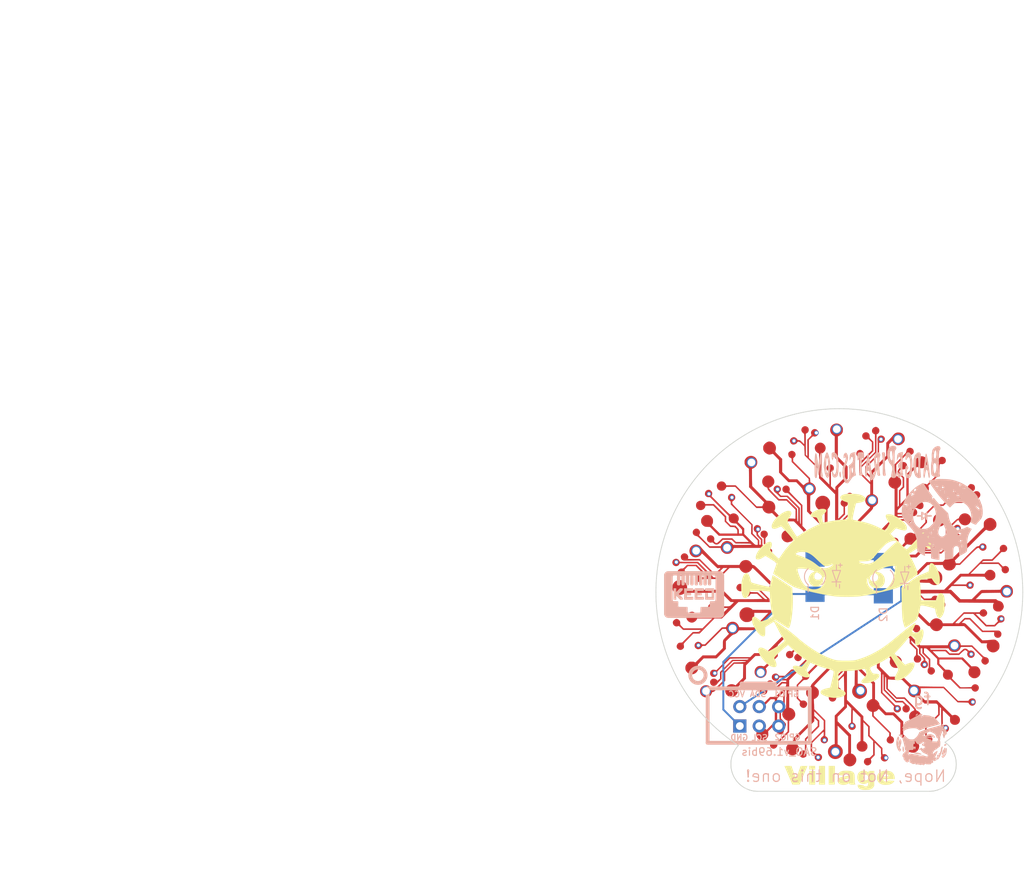
<source format=kicad_pcb>
(kicad_pcb (version 20171130) (host pcbnew "(5.1.10)-1")
  (layers (0 F.Cu signal) (31 B.Cu signal) (34 B.Paste user) (35 F.Paste user) (36 B.SilkS user) (37 F.SilkS user) (38 B.Mask user) (39 F.Mask user) (44 Edge.Cuts user))
  (net 0 "")
  (net 1 GND)
  (net 2 VCC)
  (net 3 "Net-(X1-Pad5)")
  (net 4 "Net-(X1-Pad6)")
  (net 5 "Net-(X1-Pad3)")
  (net 6 "Net-(X1-Pad4)")
  (module "Bsides-KC-2021-SAO-SVG2Shenzen v2_00:F.SilkS_g4922" (layer F.Cu) (at 88.05 93.4)
    (fp_text reference G*** hide)
    (fp_text value LOGO hide)
  )
  (module BadgePirate:LED_Osram_Lx_P47F_D2mm_ReverseMount_MaskNoHole (layer B.Cu) (at 112.56134 74.13498 90)
    (fp_text reference D2 (at -4.7498 0 90) (layer B.SilkS) (effects (justify mirror)))
    (fp_text value LED)
    (pad 1 smd rect (at -2.3 0 90) (size 2 2.5) (layers B.Cu) (net 1 GND))
    (pad 2 smd rect (at 2.3 0 90) (size 2 2.5) (layers B.Cu) (net 2 VCC))
  )
  (module BadgePirate:LED_Osram_Lx_P47F_D2mm_ReverseMount_MaskNoHole (layer B.Cu) (at 103.63962 73.93432 90)
    (fp_text reference D1 (at -4.7498 0 90) (layer B.SilkS) (effects (justify mirror)))
    (fp_text value LED)
    (pad 1 smd rect (at -2.3 0 90) (size 2 2.5) (layers B.Cu) (net 1 GND))
    (pad 2 smd rect (at 2.3 0 90) (size 2 2.5) (layers B.Cu) (net 2 VCC))
  )
  (module BadgePirateLogos:FG_10x10_BSILK (layer F.Cu) (at 117.6 95)
    (fp_text reference G*** hide)
    (fp_text value fg (at 0 -5.08) (layer B.SilkS) (effects (font (size 1.54 1.54) (thickness 0.25)) (justify mirror)))
  )
  (module BadgePirateLogos:NG_BSilk (layer F.Cu) (at 87.74938 76.05014)
    (fp_text reference G*** hide)
    (fp_text value NG_BSilk hide)
  )
  (module BadgePirateLogos:BadgePiratesURL_BSLK (layer F.Cu) (at 111.79302 59.99734)
    (fp_text reference G*** hide)
    (fp_text value LOGO hide)
  )
  (module BadgePirateLogos:BPSkull_Distressed_10x10_BSILK (layer F.Cu) (at 120.2309 66.4464)
    (fp_text reference G*** hide)
    (fp_text value "BP Logo" hide)
  )
  (module BadgePiratesFootprints:Badgelife-SAOv169-BADGE-2x3_Back (layer F.Cu) (at 95.96628 92.2655)
    (fp_text reference X1 hide)
    (fp_text value SAO_v1.69bis (at 3.01498 4.5593) (layer B.SilkS) (effects (justify mirror)))
    (fp_text user VCC (at -2.5654 -2.9718) (layer B.SilkS) (effects (font (size 0.75 0.75)) (justify mirror)))
    (fp_text user GND (at -2.2225 2.68478) (layer B.SilkS) (effects (font (size 0.75 0.75)) (justify mirror)))
    (fp_text user SDA (at 0.2286 -2.9972) (layer B.SilkS) (effects (font (size 0.75 0.75)) (justify mirror)))
    (fp_text user SCL (at 0.4445 2.7178) (layer B.SilkS) (effects (font (size 0.75 0.75)) (justify mirror)))
    (fp_text user GPIO2 (at 4.0894 2.6416) (layer B.SilkS) (effects (font (size 0.75 0.75)) (justify mirror)))
    (fp_text user GPIO1 (at 3.9116 -2.9972) (layer B.SilkS) (effects (font (size 0.75 0.75)) (justify mirror)))
    (pad 5 thru_hole circle (at 2.9302 -1.3516 270) (size 1.7272 1.7272) (drill 1.016) (layers *.Cu *.Mask) (net 3 "Net-(X1-Pad5)"))
    (pad 6 thru_hole circle (at 2.9302 1.1884 270) (size 1.7272 1.7272) (drill 1.016) (layers *.Cu *.Mask) (net 4 "Net-(X1-Pad6)"))
    (pad 3 thru_hole oval (at 0.3902 -1.3516 270) (size 1.7272 1.7272) (drill 1.016) (layers *.Cu *.Mask) (net 5 "Net-(X1-Pad3)"))
    (pad 4 thru_hole oval (at 0.3902 1.1884 270) (size 1.7272 1.7272) (drill 1.016) (layers *.Cu *.Mask) (net 6 "Net-(X1-Pad4)"))
    (pad 1 thru_hole oval (at -2.1498 -1.3516 270) (size 1.7272 1.7272) (drill 1.016) (layers *.Cu *.Mask) (net 2 VCC))
    (pad 2 thru_hole rect (at -2.1498 1.1884 270) (size 1.7272 1.7272) (drill 1.016) (layers *.Cu *.Mask) (net 1 GND))
  )
  (module LOGO (layer F.Cu) (at 0 0)
    (fp_text reference G*** hide)
    (fp_text value LOGO hide)
  )
  (module LOGO (layer F.Cu) (at 0 0)
    (fp_text reference G*** hide)
    (fp_text value LOGO hide)
  )
  (module LOGO (layer F.Cu) (at 88.01608 93.3704)
    (fp_text reference G*** hide)
    (fp_text value LOGO hide)
    (fp_poly (pts (xy 20.213772 -30.387268) (xy 20.275646 -30.372722) (xy 20.342063 -30.350249) (xy 20.400586 -30.324995) (xy 20.438774 -30.302106) (xy 20.4468 -30.290871) (xy 20.426811 -30.286321) (xy 20.372006 -30.281939) (xy 20.289899 -30.278132) (xy 20.188008 -30.275306) (xy 20.145175 -30.274567) (xy 20.027171 -30.273019) (xy 19.946161 -30.272878) (xy 19.896812 -30.27491) (xy 19.87379 -30.279882) (xy 19.87176 -30.28856) (xy 19.885389 -30.301711) (xy 19.89654 -30.310304) (xy 19.984941 -30.357205) (xy 20.092218 -30.385283) (xy 20.197186 -30.3894) (xy 20.213772 -30.387268)) (layer F.Cu) (width 0.01))
    (fp_poly (pts (xy 9.681401 -37.090728) (xy 9.862971 -37.067249) (xy 10.0326 -37.005875) (xy 10.185074 -36.910509) (xy 10.315175 -36.785053) (xy 10.417688 -36.633408) (xy 10.476224 -36.49618) (xy 10.513335 -36.328559) (xy 10.513529 -36.158277) (xy 10.47668 -35.977168) (xy 10.467865 -35.948298) (xy 10.442527 -35.86565) (xy 10.42984 -35.811062) (xy 10.428873 -35.7725) (xy 10.438695 -35.737928) (xy 10.449681 -35.713455) (xy 10.473613 -35.680172) (xy 10.523961 -35.622434) (xy 10.596344 -35.544836) (xy 10.686384 -35.451972) (xy 10.789702 -35.348436) (xy 10.901918 -35.238823) (xy 10.903816 -35.236993) (xy 11.324167 -34.831725) (xy 11.324167 -33.114905) (xy 11.805877 -32.633536) (xy 12.287588 -32.152166) (xy 13.303731 -32.152166) (xy 13.652741 -31.801485) (xy 13.755261 -31.69916) (xy 13.851035 -31.604847) (xy 13.934992 -31.523442) (xy 14.002059 -31.459838) (xy 14.047166 -31.418928) (xy 14.060372 -31.408166) (xy 14.118994 -31.365528) (xy 14.240289 -31.470385) (xy 14.387275 -31.58722) (xy 14.519106 -31.669606) (xy 14.640624 -31.720404) (xy 14.681788 -31.731289) (xy 14.7955 -31.756736) (xy 14.7955 -32.205234) (xy 12.573 -34.427432) (xy 12.572767 -34.596841) (xy 12.570978 -34.689591) (xy 12.566478 -34.776622) (xy 12.560197 -34.840597) (xy 12.559426 -34.845552) (xy 12.545082 -34.900078) (xy 12.516261 -34.92903) (xy 12.467606 -34.946048) (xy 12.345374 -34.997138) (xy 12.251665 -35.077628) (xy 12.185494 -35.188879) (xy 12.145878 -35.332247) (xy 12.136913 -35.40245) (xy 12.133461 -35.514737) (xy 12.150536 -35.600544) (xy 12.193467 -35.672903) (xy 12.267583 -35.744847) (xy 12.28163 -35.756337) (xy 12.408147 -35.834404) (xy 12.54064 -35.872354) (xy 12.674087 -35.870197) (xy 12.803465 -35.827946) (xy 12.913303 -35.754772) (xy 13.007351 -35.648977) (xy 13.063669 -35.526435) (xy 13.080535 -35.405862) (xy 13.070642 -35.30215) (xy 13.036614 -35.209106) (xy 12.973474 -35.11688) (xy 12.889972 -35.028666) (xy 12.7635 -34.907197) (xy 12.7635 -34.5124) (xy 14.96213 -32.310916) (xy 14.984936 -32.03652) (xy 14.994604 -31.932856) (xy 15.004794 -31.844878) (xy 15.014389 -31.780971) (xy 15.022272 -31.749522) (xy 15.02333 -31.748036) (xy 15.051975 -31.733386) (xy 15.104496 -31.713982) (xy 15.123584 -31.707875) (xy 15.283144 -31.637281) (xy 15.426178 -31.531582) (xy 15.547449 -31.39647) (xy 15.641721 -31.23764) (xy 15.698061 -31.08325) (xy 15.720226 -30.963852) (xy 15.71926 -30.847842) (xy 15.693516 -30.725828) (xy 15.641347 -30.588416) (xy 15.593941 -30.489258) (xy 15.5104 -30.366823) (xy 15.391937 -30.254566) (xy 15.245703 -30.15795) (xy 15.078845 -30.082436) (xy 15.047341 -30.071562) (xy 15.033566 -30.063213) (xy 15.021987 -30.045754) (xy 15.012418 -30.015821) (xy 15.004674 -29.970048) (xy 14.99857 -29.905071) (xy 14.993921 -29.817524) (xy 14.99054 -29.704043) (xy 14.988243 -29.561263) (xy 14.986845 -29.385817) (xy 14.98616 -29.174343) (xy 14.986 -28.957675) (xy 14.986 -28.055091) (xy 15.112093 -27.930315) (xy 15.238185 -27.805538) (xy 15.166207 -27.725867) (xy 15.115695 -27.664254) (xy 15.072749 -27.602351) (xy 15.060737 -27.581431) (xy 15.03706 -27.538193) (xy 15.022911 -27.517078) (xy 15.02212 -27.516666) (xy 15.006208 -27.530821) (xy 14.965861 -27.569773) (xy 14.906449 -27.628258) (xy 14.833342 -27.701012) (xy 14.798124 -27.736284) (xy 14.579254 -27.955902) (xy 14.576088 -28.990409) (xy 14.574916 -29.233065) (xy 14.572996 -29.450151) (xy 14.570387 -29.639069) (xy 14.567147 -29.797223) (xy 14.563334 -29.922014) (xy 14.559006 -30.010845) (xy 14.554222 -30.061118) (xy 14.551919 -30.070504) (xy 14.524996 -30.105068) (xy 14.473695 -30.153525) (xy 14.408629 -30.20594) (xy 14.402127 -30.210757) (xy 14.268409 -30.333324) (xy 14.156149 -30.485214) (xy 14.072692 -30.655838) (xy 14.052669 -30.71463) (xy 14.029655 -30.78405) (xy 14.003147 -30.847488) (xy 13.969478 -30.909825) (xy 13.924983 -30.97594) (xy 13.865994 -31.050712) (xy 13.788847 -31.13902) (xy 13.689874 -31.245744) (xy 13.565412 -31.375763) (xy 13.523059 -31.419521) (xy 13.161599 -31.792333) (xy 12.650341 -31.792507) (xy 12.139084 -31.79268) (xy 10.922 -33.037704) (xy 10.92118 -33.859644) (xy 10.920359 -34.681583) (xy 10.524305 -35.089463) (xy 10.12825 -35.497342) (xy 9.937899 -35.444004) (xy 9.806493 -35.410446) (xy 9.701889 -35.393828) (xy 9.61172 -35.395037) (xy 9.523614 -35.414962) (xy 9.425204 -35.454493) (xy 9.361169 -35.485431) (xy 9.190115 -35.587434) (xy 9.055496 -35.705255) (xy 8.953069 -35.842979) (xy 8.915091 -35.915217) (xy 8.888021 -35.978452) (xy 8.871144 -36.036369) (xy 8.862147 -36.102537) (xy 8.858716 -36.190526) (xy 8.858364 -36.247916) (xy 8.859542 -36.350175) (xy 8.864824 -36.423555) (xy 8.876639 -36.481477) (xy 8.897412 -36.537363) (xy 8.919039 -36.583385) (xy 9.007941 -36.722239) (xy 9.130212 -36.851112) (xy 9.276917 -36.961487) (xy 9.371511 -37.014579) (xy 9.457437 -37.054893) (xy 9.523521 -37.078298) (xy 9.586646 -37.088942) (xy 9.663696 -37.090975) (xy 9.681401 -37.090728)) (layer F.Cu) (width 0.01))
    (fp_poly (pts (xy 7.317112 -35.215133) (xy 7.49519 -35.182148) (xy 7.655014 -35.114605) (xy 7.793789 -35.017353) (xy 7.908722 -34.895242) (xy 7.997017 -34.753124) (xy 8.05588 -34.59585) (xy 8.082515 -34.428268) (xy 8.074128 -34.255231) (xy 8.027925 -34.081589) (xy 8.003424 -34.023957) (xy 7.91326 -33.87541) (xy 7.790933 -33.748855) (xy 7.633335 -33.64134) (xy 7.559996 -33.603137) (xy 7.387167 -33.519524) (xy 7.387167 -32.743976) (xy 7.387571 -32.547996) (xy 7.388719 -32.349113) (xy 7.390513 -32.155307) (xy 7.392854 -31.974556) (xy 7.395643 -31.814839) (xy 7.398784 -31.684135) (xy 7.401034 -31.616818) (xy 7.414901 -31.265208) (xy 8.343017 -30.316979) (xy 9.271132 -29.36875) (xy 9.530358 -29.355276) (xy 9.700876 -29.341098) (xy 9.839386 -29.316375) (xy 9.95551 -29.27824) (xy 10.058873 -29.223828) (xy 10.123451 -29.178621) (xy 10.249238 -29.056866) (xy 10.341429 -28.909651) (xy 10.399717 -28.737671) (xy 10.423792 -28.541621) (xy 10.424474 -28.500604) (xy 10.422358 -28.397412) (xy 10.413796 -28.319253) (xy 10.395679 -28.248955) (xy 10.364894 -28.169351) (xy 10.36414 -28.167575) (xy 10.303697 -28.025358) (xy 10.590512 -27.726478) (xy 10.877326 -27.427599) (xy 10.748823 -27.308091) (xy 10.688138 -27.252449) (xy 10.639361 -27.209202) (xy 10.610648 -27.185529) (xy 10.607048 -27.183268) (xy 10.588724 -27.195892) (xy 10.545389 -27.234202) (xy 10.481776 -27.293756) (xy 10.402613 -27.370112) (xy 10.312632 -27.458829) (xy 10.297514 -27.473907) (xy 10.00125 -27.769861) (xy 9.867073 -27.72793) (xy 9.685845 -27.691889) (xy 9.506508 -27.694649) (xy 9.334433 -27.733432) (xy 9.17499 -27.805459) (xy 9.033553 -27.907949) (xy 8.915492 -28.038124) (xy 8.826179 -28.193203) (xy 8.792514 -28.283958) (xy 8.755269 -28.405666) (xy 7.969129 -28.405666) (xy 6.582834 -29.792083) (xy 5.196538 -31.1785) (xy 4.609102 -31.1785) (xy 4.427934 -31.178085) (xy 4.285383 -31.176729) (xy 4.17774 -31.174266) (xy 4.101296 -31.170527) (xy 4.05234 -31.165346) (xy 4.027165 -31.158556) (xy 4.02165 -31.152041) (xy 4.009297 -31.099967) (xy 3.977084 -31.027773) (xy 3.932214 -30.947896) (xy 3.881887 -30.872772) (xy 3.833303 -30.814839) (xy 3.81863 -30.801406) (xy 3.693375 -30.724297) (xy 3.550606 -30.679847) (xy 3.39963 -30.667965) (xy 3.249757 -30.688559) (xy 3.110295 -30.741538) (xy 3.009935 -30.80934) (xy 2.908288 -30.923392) (xy 2.841103 -31.061198) (xy 2.809236 -31.220767) (xy 2.806584 -31.281662) (xy 2.818723 -31.430842) (xy 2.859931 -31.555165) (xy 2.934176 -31.663861) (xy 2.99803 -31.727005) (xy 3.119361 -31.810753) (xy 3.256522 -31.859855) (xy 3.416503 -31.876751) (xy 3.427479 -31.876793) (xy 3.584598 -31.857519) (xy 3.722551 -31.800753) (xy 3.840127 -31.707342) (xy 3.936115 -31.57813) (xy 3.97972 -31.491069) (xy 4.03225 -31.369722) (xy 4.649247 -31.369361) (xy 5.266243 -31.369) (xy 6.631047 -29.993166) (xy 7.995851 -28.617333) (xy 8.345944 -28.617333) (xy 8.465457 -28.618083) (xy 8.571611 -28.620156) (xy 8.656521 -28.623287) (xy 8.712305 -28.627214) (xy 8.729519 -28.630181) (xy 8.758003 -28.659702) (xy 8.763 -28.682083) (xy 8.772262 -28.715943) (xy 8.797377 -28.777896) (xy 8.834338 -28.858648) (xy 8.872297 -28.935562) (xy 8.981595 -29.149987) (xy 7.993881 -30.137869) (xy 7.006167 -31.12575) (xy 7.004057 -32.300417) (xy 7.003408 -32.520957) (xy 7.002307 -32.729843) (xy 7.000808 -32.923045) (xy 6.998964 -33.096534) (xy 6.996831 -33.246281) (xy 6.994462 -33.368254) (xy 6.991911 -33.458425) (xy 6.989234 -33.512764) (xy 6.987552 -33.526626) (xy 6.956028 -33.573567) (xy 6.892138 -33.620592) (xy 6.878537 -33.628079) (xy 6.754548 -33.712977) (xy 6.636991 -33.830152) (xy 6.53528 -33.969652) (xy 6.503996 -34.024091) (xy 6.468162 -34.092996) (xy 6.445045 -34.147013) (xy 6.431861 -34.199095) (xy 6.425825 -34.262192) (xy 6.424154 -34.349258) (xy 6.424084 -34.395833) (xy 6.424945 -34.498227) (xy 6.42913 -34.570802) (xy 6.439038 -34.626061) (xy 6.457068 -34.676509) (xy 6.48562 -34.73465) (xy 6.491104 -34.745083) (xy 6.597246 -34.90433) (xy 6.729676 -35.034008) (xy 6.883425 -35.131288) (xy 7.053524 -35.193344) (xy 7.235006 -35.217348) (xy 7.317112 -35.215133)) (layer F.Cu) (width 0.01))
    (fp_poly (pts (xy 28.144221 -36.260942) (xy 28.26777 -36.209412) (xy 28.371347 -36.130131) (xy 28.447915 -36.028357) (xy 28.488222 -35.92046) (xy 28.508338 -35.791605) (xy 28.504865 -35.688955) (xy 28.475614 -35.602189) (xy 28.418398 -35.520987) (xy 28.399077 -35.499937) (xy 28.28308 -35.406685) (xy 28.152462 -35.352072) (xy 28.011235 -35.336727) (xy 27.863414 -35.36128) (xy 27.762906 -35.400258) (xy 27.638729 -35.459577) (xy 26.932115 -34.753198) (xy 26.2255 -34.04682) (xy 26.2255 -32.606359) (xy 26.393375 -32.525891) (xy 26.561988 -32.424625) (xy 26.696779 -32.298328) (xy 26.7988 -32.145976) (xy 26.814356 -32.114449) (xy 26.840687 -32.053496) (xy 26.857411 -31.997974) (xy 26.866638 -31.935107) (xy 26.870475 -31.852121) (xy 26.871084 -31.770721) (xy 26.870179 -31.667779) (xy 26.865799 -31.594074) (xy 26.855447 -31.536524) (xy 26.836625 -31.482045) (xy 26.806834 -31.417552) (xy 26.801645 -31.406976) (xy 26.719676 -31.277062) (xy 26.609756 -31.154741) (xy 26.485653 -31.054775) (xy 26.45554 -31.035899) (xy 26.394834 -31.000039) (xy 26.395704 -28.522083) (xy 26.489706 -28.627916) (xy 26.583707 -28.73375) (xy 26.58452 -29.718345) (xy 26.585334 -30.70294) (xy 26.82875 -30.945666) (xy 27.072167 -31.188393) (xy 27.072167 -32.325143) (xy 26.742566 -32.66728) (xy 26.412964 -33.009416) (xy 26.426578 -33.136416) (xy 26.46167 -33.300574) (xy 26.528067 -33.442404) (xy 26.594459 -33.528) (xy 26.656886 -33.599612) (xy 26.692125 -33.661592) (xy 26.705581 -33.72987) (xy 26.702661 -33.820375) (xy 26.700728 -33.841129) (xy 26.697577 -33.982939) (xy 26.721108 -34.09971) (xy 26.774191 -34.201404) (xy 26.821125 -34.259007) (xy 26.926909 -34.345869) (xy 27.04617 -34.397431) (xy 27.171599 -34.414588) (xy 27.29589 -34.398235) (xy 27.411734 -34.349267) (xy 27.511824 -34.268578) (xy 27.584522 -34.165548) (xy 27.633797 -34.030206) (xy 27.642073 -33.895473) (xy 27.610024 -33.766319) (xy 27.53832 -33.647713) (xy 27.510302 -33.616103) (xy 27.397206 -33.522758) (xy 27.274531 -33.470161) (xy 27.139406 -33.457501) (xy 27.016223 -33.476621) (xy 26.942918 -33.493977) (xy 26.896773 -33.499713) (xy 26.864054 -33.493146) (xy 26.831025 -33.473592) (xy 26.821597 -33.466942) (xy 26.750968 -33.403233) (xy 26.683746 -33.320549) (xy 26.63457 -33.237465) (xy 26.627517 -33.220688) (xy 26.618244 -33.173195) (xy 26.62698 -33.119892) (xy 26.65623 -33.056922) (xy 26.7085 -32.980429) (xy 26.786295 -32.886556) (xy 26.892121 -32.771448) (xy 26.975521 -32.685054) (xy 27.262667 -32.391509) (xy 27.262667 -31.103726) (xy 27.01925 -30.861) (xy 26.775834 -30.618274) (xy 26.775834 -28.928872) (xy 27.166384 -29.328728) (xy 27.556935 -29.728583) (xy 27.558626 -31.27375) (xy 27.560318 -32.818916) (xy 28.046681 -33.316333) (xy 28.169194 -33.441989) (xy 28.286722 -33.563203) (xy 28.394771 -33.675292) (xy 28.488852 -33.773574) (xy 28.564471 -33.853364) (xy 28.617138 -33.909979) (xy 28.633397 -33.928061) (xy 28.73375 -34.042372) (xy 28.73375 -34.330228) (xy 28.734478 -34.45053) (xy 28.737471 -34.538189) (xy 28.743942 -34.602881) (xy 28.755102 -34.654284) (xy 28.772165 -34.702074) (xy 28.783652 -34.728441) (xy 28.861436 -34.853423) (xy 28.972077 -34.965997) (xy 29.106504 -35.059618) (xy 29.255649 -35.127744) (xy 29.38153 -35.159825) (xy 29.518431 -35.167763) (xy 29.668973 -35.153702) (xy 29.812414 -35.120339) (xy 29.880119 -35.095024) (xy 30.013265 -35.014191) (xy 30.121931 -34.904007) (xy 30.204614 -34.770679) (xy 30.259809 -34.620412) (xy 30.286012 -34.459413) (xy 30.281718 -34.293887) (xy 30.245424 -34.13004) (xy 30.175624 -33.974078) (xy 30.158613 -33.946105) (xy 30.052521 -33.817317) (xy 29.919182 -33.715582) (xy 29.766497 -33.644354) (xy 29.602367 -33.607087) (xy 29.434693 -33.607238) (xy 29.396672 -33.612891) (xy 29.267181 -33.646242) (xy 29.136772 -33.697437) (xy 29.024755 -33.758583) (xy 29.002768 -33.773851) (xy 28.987619 -33.783809) (xy 28.972091 -33.78785) (xy 28.95243 -33.782947) (xy 28.924883 -33.766076) (xy 28.885696 -33.73421) (xy 28.831118 -33.684324) (xy 28.757395 -33.613391) (xy 28.660773 -33.518386) (xy 28.550775 -33.409443) (xy 28.434055 -33.292992) (xy 28.319005 -33.176857) (xy 28.211622 -33.067194) (xy 28.117907 -32.970159) (xy 28.043859 -32.891908) (xy 28.004355 -32.848709) (xy 27.861446 -32.688001) (xy 27.845896 -32.300025) (xy 27.843043 -32.198352) (xy 27.841019 -32.060606) (xy 27.839825 -31.893041) (xy 27.839461 -31.701907) (xy 27.839928 -31.493459) (xy 27.841226 -31.273948) (xy 27.843356 -31.049627) (xy 27.845819 -30.859907) (xy 27.861291 -29.807765) (xy 28.107021 -29.797178) (xy 28.35275 -29.786591) (xy 28.778068 -30.209173) (xy 29.203386 -30.631754) (xy 29.193952 -30.836335) (xy 29.196028 -31.001356) (xy 29.220883 -31.137679) (xy 29.271246 -31.253889) (xy 29.349847 -31.358573) (xy 29.365084 -31.374681) (xy 29.495787 -31.48118) (xy 29.641437 -31.548689) (xy 29.799099 -31.576592) (xy 29.965838 -31.564269) (xy 30.094865 -31.528337) (xy 30.24948 -31.472029) (xy 30.772198 -31.979887) (xy 30.905344 -32.109486) (xy 31.037471 -32.238536) (xy 31.163272 -32.361819) (xy 31.27744 -32.474121) (xy 31.374669 -32.570226) (xy 31.449651 -32.644919) (xy 31.479006 -32.674497) (xy 31.663095 -32.86125) (xy 31.669506 -33.48928) (xy 31.675917 -34.117309) (xy 31.74733 -34.218576) (xy 31.818743 -34.319842) (xy 31.784267 -34.416046) (xy 31.755613 -34.544901) (xy 31.756586 -34.677747) (xy 31.785191 -34.803444) (xy 31.839434 -34.910855) (xy 31.881712 -34.960249) (xy 31.979424 -35.037236) (xy 32.079887 -35.07985) (xy 32.198189 -35.094215) (xy 32.212199 -35.094333) (xy 32.357199 -35.075408) (xy 32.48199 -35.021219) (xy 32.582434 -34.935644) (xy 32.654396 -34.822563) (xy 32.693741 -34.685852) (xy 32.698747 -34.638064) (xy 32.691416 -34.500563) (xy 32.648935 -34.384748) (xy 32.569207 -34.285857) (xy 32.528701 -34.251721) (xy 32.396899 -34.173413) (xy 32.259566 -34.135787) (xy 32.119742 -34.139604) (xy 32.098128 -34.143935) (xy 32.029809 -34.157693) (xy 31.988417 -34.159262) (xy 31.959914 -34.147126) (xy 31.936983 -34.126557) (xy 31.915024 -34.09938) (xy 31.897409 -34.063375) (xy 31.883674 -34.013968) (xy 31.873353 -33.946585) (xy 31.865983 -33.856654) (xy 31.861098 -33.739602) (xy 31.858233 -33.590854) (xy 31.856923 -33.405838) (xy 31.856755 -33.337385) (xy 31.855834 -32.776353) (xy 31.127757 -32.048506) (xy 30.399681 -31.320659) (xy 30.44222 -31.201954) (xy 30.479047 -31.051508) (xy 30.487339 -30.894906) (xy 30.467307 -30.74594) (xy 30.433738 -30.647338) (xy 30.346644 -30.502377) (xy 30.235411 -30.39041) (xy 30.103949 -30.312722) (xy 29.956168 -30.270601) (xy 29.795977 -30.265332) (xy 29.627285 -30.2982) (xy 29.509176 -30.343238) (xy 29.392504 -30.396652) (xy 28.945585 -29.951492) (xy 28.498666 -29.506333) (xy 27.758473 -29.506333) (xy 27.143051 -28.887208) (xy 27.007323 -28.750029) (xy 26.878708 -28.61883) (xy 26.760807 -28.497373) (xy 26.65722 -28.389418) (xy 26.571549 -28.298728) (xy 26.507392 -28.229063) (xy 26.468352 -28.184184) (xy 26.461231 -28.174949) (xy 26.42599 -28.121128) (xy 26.405982 -28.073324) (xy 26.397001 -28.015775) (xy 26.394838 -27.932719) (xy 26.394834 -27.926241) (xy 26.394834 -27.770666) (xy 26.954429 -27.770666) (xy 27.378423 -28.191598) (xy 27.802417 -28.612529) (xy 28.278667 -28.623053) (xy 28.418275 -28.626762) (xy 28.545054 -28.631312) (xy 28.652394 -28.636369) (xy 28.733688 -28.641602) (xy 28.782327 -28.646678) (xy 28.791959 -28.648886) (xy 28.822041 -28.683611) (xy 28.829 -28.732634) (xy 28.838485 -28.786788) (xy 28.863258 -28.86106) (xy 28.89526 -28.933669) (xy 28.948028 -29.02471) (xy 29.004968 -29.088544) (xy 29.056092 -29.126242) (xy 29.191323 -29.191262) (xy 29.324305 -29.217349) (xy 29.449934 -29.207234) (xy 29.563109 -29.163647) (xy 29.658726 -29.089318) (xy 29.731683 -28.986978) (xy 29.776877 -28.859357) (xy 29.789652 -28.73375) (xy 29.772461 -28.585063) (xy 29.722345 -28.459155) (xy 29.64149 -28.359232) (xy 29.532083 -28.288501) (xy 29.470735 -28.266054) (xy 29.372579 -28.246429) (xy 29.280571 -28.250136) (xy 29.182814 -28.279303) (xy 29.067409 -28.336057) (xy 29.061834 -28.339168) (xy 28.92425 -28.41625) (xy 27.861088 -28.42943) (xy 27.450752 -28.004805) (xy 27.040417 -27.580179) (xy 26.717625 -27.580173) (xy 26.394834 -27.580166) (xy 26.394834 -27.347333) (xy 27.033063 -27.347333) (xy 27.301062 -27.613974) (xy 27.39212 -27.70291) (xy 27.477345 -27.783098) (xy 27.550495 -27.848896) (xy 27.605334 -27.894666) (xy 27.632086 -27.913207) (xy 27.684633 -27.931138) (xy 27.762946 -27.947349) (xy 27.850489 -27.95845) (xy 27.854376 -27.958774) (xy 27.936719 -27.96671) (xy 27.987327 -27.97659) (xy 28.016751 -27.992386) (xy 28.035538 -28.01807) (xy 28.041039 -28.029049) (xy 28.095948 -28.110004) (xy 28.177302 -28.189278) (xy 28.270909 -28.253329) (xy 28.28256 -28.259486) (xy 28.417538 -28.307851) (xy 28.548563 -28.317216) (xy 28.670343 -28.290891) (xy 28.777586 -28.232188) (xy 28.864999 -28.14442) (xy 28.927293 -28.030897) (xy 28.959174 -27.89493) (xy 28.962226 -27.834166) (xy 28.946162 -27.69083) (xy 28.896643 -27.571308) (xy 28.811673 -27.47109) (xy 28.795615 -27.457335) (xy 28.681413 -27.388484) (xy 28.556648 -27.356572) (xy 28.428413 -27.360061) (xy 28.303801 -27.397414) (xy 28.189904 -27.467094) (xy 28.093816 -27.567564) (xy 28.061752 -27.616379) (xy 28.01685 -27.686646) (xy 27.978709 -27.727328) (xy 27.937577 -27.747817) (xy 27.921118 -27.751866) (xy 27.860906 -27.757584) (xy 27.799548 -27.748011) (xy 27.733124 -27.720445) (xy 27.657717 -27.672186) (xy 27.569409 -27.600533) (xy 27.46428 -27.502786) (xy 27.338412 -27.376242) (xy 27.264603 -27.29936) (xy 27.128957 -27.156833) (xy 26.77777 -27.156973) (xy 26.64609 -27.15745) (xy 26.549562 -27.159262) (xy 26.48101 -27.163161) (xy 26.433258 -27.169899) (xy 26.399128 -27.180229) (xy 26.371445 -27.194901) (xy 26.363084 -27.200426) (xy 26.312092 -27.231943) (xy 26.238779 -27.27338) (xy 26.158777 -27.315908) (xy 26.156709 -27.316969) (xy 26.013834 -27.390199) (xy 26.013834 -30.916497) (xy 25.902709 -30.944312) (xy 25.710943 -31.010809) (xy 25.54687 -31.105788) (xy 25.412799 -31.2263) (xy 25.311039 -31.369398) (xy 25.243899 -31.532133) (xy 25.213687 -31.711556) (xy 25.214087 -31.823561) (xy 25.246018 -32.00655) (xy 25.315418 -32.173656) (xy 25.419225 -32.321213) (xy 25.554378 -32.445554) (xy 25.717813 -32.543013) (xy 25.860375 -32.597245) (xy 26.013834 -32.643123) (xy 26.013834 -34.105156) (xy 26.717625 -34.817566) (xy 26.862018 -34.964289) (xy 26.998987 -35.104543) (xy 27.125277 -35.23492) (xy 27.237634 -35.352011) (xy 27.332801 -35.452406) (xy 27.407523 -35.532695) (xy 27.458547 -35.589469) (xy 27.481497 -35.617619) (xy 27.530533 -35.714523) (xy 27.557661 -35.835087) (xy 27.558344 -35.84046) (xy 27.58174 -35.96367) (xy 27.620497 -36.058121) (xy 27.680204 -36.136244) (xy 27.699985 -36.155542) (xy 27.806638 -36.233171) (xy 27.921882 -36.272514) (xy 28.007741 -36.27946) (xy 28.144221 -36.260942)) (layer F.Cu) (width 0.01))
    (fp_poly (pts (xy 19.885275 -27.512308) (xy 19.884408 -27.458158) (xy 19.88076 -27.39743) (xy 19.87077 -27.267609) (xy 19.515696 -26.914381) (xy 19.378098 -26.902834) (xy 19.308176 -26.898549) (xy 19.25864 -26.898534) (xy 19.2405 -26.902617) (xy 19.254655 -26.921242) (xy 19.293576 -26.96343) (xy 19.351944 -27.023927) (xy 19.424445 -27.097481) (xy 19.505759 -27.178837) (xy 19.590572 -27.262742) (xy 19.673564 -27.343943) (xy 19.749421 -27.417186) (xy 19.812824 -27.477218) (xy 19.858456 -27.518786) (xy 19.881001 -27.536636) (xy 19.882375 -27.53682) (xy 19.885275 -27.512308)) (layer F.Cu) (width 0.01))
    (fp_poly (pts (xy 18.590665 -39.43358) (xy 18.742197 -39.38968) (xy 18.859504 -39.328702) (xy 18.977758 -39.237338) (xy 19.08612 -39.125863) (xy 19.173752 -39.00455) (xy 19.200912 -38.954881) (xy 19.230106 -38.89377) (xy 19.248787 -38.844933) (xy 19.258744 -38.796532) (xy 19.261772 -38.736731) (xy 19.25966 -38.653692) (xy 19.256624 -38.586801) (xy 19.249727 -38.474059) (xy 19.239942 -38.39132) (xy 19.224878 -38.326257) (xy 19.202147 -38.266543) (xy 19.189199 -38.23899) (xy 19.114993 -38.124732) (xy 19.008411 -38.012122) (xy 18.878825 -37.909818) (xy 18.750516 -37.83383) (xy 18.6055 -37.760801) (xy 18.6055 -35.104652) (xy 19.2405 -34.469916) (xy 19.8755 -33.835181) (xy 19.8755 -32.247143) (xy 19.261667 -31.633583) (xy 18.647834 -31.020024) (xy 18.647834 -26.977398) (xy 18.997084 -27.326166) (xy 19.346334 -27.674935) (xy 19.346334 -28.573913) (xy 19.277542 -28.609106) (xy 19.155363 -28.686915) (xy 19.060056 -28.779202) (xy 19.009333 -28.857309) (xy 18.971211 -28.982202) (xy 18.970694 -29.112602) (xy 19.005916 -29.238712) (xy 19.075011 -29.350734) (xy 19.110434 -29.388205) (xy 19.176207 -29.449993) (xy 19.287728 -29.389269) (xy 19.35406 -29.357893) (xy 19.447556 -29.319827) (xy 19.554762 -29.280319) (xy 19.642667 -29.250783) (xy 19.886084 -29.173021) (xy 19.892188 -29.015892) (xy 19.89401 -28.932268) (xy 19.889133 -28.875919) (xy 19.873961 -28.831902) (xy 19.8449 -28.785273) (xy 19.832543 -28.767998) (xy 19.750029 -28.683035) (xy 19.651813 -28.626383) (xy 19.536834 -28.575534) (xy 19.536834 -27.569102) (xy 19.189962 -27.222709) (xy 18.843091 -26.876315) (xy 18.644921 -26.858553) (xy 18.543442 -26.848983) (xy 18.445022 -26.838897) (xy 18.366278 -26.830023) (xy 18.346209 -26.827493) (xy 18.245667 -26.814194) (xy 18.245667 -30.19441) (xy 17.197917 -31.242) (xy 16.150167 -32.289589) (xy 16.150167 -33.390242) (xy 14.270277 -35.27425) (xy 14.249236 -35.864451) (xy 14.228195 -36.454651) (xy 14.009139 -36.675084) (xy 13.9208 -36.762227) (xy 13.832636 -36.846148) (xy 13.753696 -36.918427) (xy 13.693031 -36.970642) (xy 13.682537 -36.978988) (xy 13.573558 -37.049138) (xy 13.477157 -37.081562) (xy 13.395103 -37.076241) (xy 13.329164 -37.033157) (xy 13.294863 -36.98312) (xy 13.212379 -36.867131) (xy 13.101743 -36.779308) (xy 12.969441 -36.723478) (xy 12.821958 -36.703469) (xy 12.821029 -36.703465) (xy 12.739139 -36.708384) (xy 12.663042 -36.721482) (xy 12.628946 -36.73212) (xy 12.551086 -36.783347) (xy 12.477706 -36.864207) (xy 12.415219 -36.963194) (xy 12.37004 -37.068803) (xy 12.348584 -37.169527) (xy 12.351048 -37.230613) (xy 12.396344 -37.364549) (xy 12.474766 -37.480294) (xy 12.579518 -37.572004) (xy 12.703801 -37.633835) (xy 12.840819 -37.659942) (xy 12.850791 -37.660283) (xy 12.956662 -37.644343) (xy 13.066924 -37.596386) (xy 13.169224 -37.523275) (xy 13.244258 -37.441668) (xy 13.301443 -37.364831) (xy 13.343138 -37.316087) (xy 13.378417 -37.289048) (xy 13.416354 -37.277331) (xy 13.466022 -37.274548) (xy 13.481789 -37.2745) (xy 13.557352 -37.26987) (xy 13.625112 -37.258206) (xy 13.645209 -37.252081) (xy 13.679487 -37.230078) (xy 13.737112 -37.18333) (xy 13.811807 -37.117337) (xy 13.897297 -37.037598) (xy 13.964087 -36.972707) (xy 14.224 -36.715752) (xy 14.221496 -37.360251) (xy 14.220437 -37.523893) (xy 14.218651 -37.675973) (xy 14.216267 -37.810738) (xy 14.213415 -37.922435) (xy 14.210226 -38.005311) (xy 14.206829 -38.053613) (xy 14.205621 -38.061265) (xy 14.174342 -38.114795) (xy 14.106684 -38.174306) (xy 14.086551 -38.188265) (xy 13.979673 -38.280315) (xy 13.900147 -38.391962) (xy 13.853371 -38.51403) (xy 13.843 -38.602452) (xy 13.862913 -38.744507) (xy 13.920338 -38.870516) (xy 14.011803 -38.97504) (xy 14.128768 -39.050286) (xy 14.251323 -39.087282) (xy 14.377696 -39.089584) (xy 14.499872 -39.060527) (xy 14.60984 -39.003446) (xy 14.699585 -38.921677) (xy 14.761095 -38.818556) (xy 14.773402 -38.781968) (xy 14.79779 -38.629486) (xy 14.785111 -38.488562) (xy 14.737192 -38.36377) (xy 14.655858 -38.259682) (xy 14.542935 -38.180871) (xy 14.531066 -38.175071) (xy 14.4145 -38.119926) (xy 14.4145 -35.356253) (xy 14.472709 -35.304058) (xy 14.527769 -35.255545) (xy 14.579499 -35.211233) (xy 14.580261 -35.210595) (xy 14.629605 -35.169327) (xy 14.618517 -37.340303) (xy 14.874048 -37.598443) (xy 14.960125 -37.686701) (xy 15.036733 -37.767694) (xy 15.098357 -37.835399) (xy 15.139482 -37.883794) (xy 15.153465 -37.903612) (xy 15.164185 -37.939747) (xy 15.160466 -37.987299) (xy 15.140936 -38.058247) (xy 15.132999 -38.0823) (xy 15.104233 -38.196104) (xy 15.104232 -38.294359) (xy 15.134038 -38.393509) (xy 15.155568 -38.439126) (xy 15.201873 -38.507704) (xy 15.268431 -38.580421) (xy 15.34211 -38.64475) (xy 15.409772 -38.688166) (xy 15.422401 -38.693611) (xy 15.487053 -38.70744) (xy 15.573895 -38.713039) (xy 15.663773 -38.71038) (xy 15.73753 -38.699437) (xy 15.754854 -38.694084) (xy 15.827581 -38.652074) (xy 15.906257 -38.583842) (xy 15.978397 -38.501276) (xy 16.015835 -38.445611) (xy 16.060235 -38.331983) (xy 16.06802 -38.214106) (xy 16.043694 -38.097803) (xy 15.991759 -37.988895) (xy 15.91672 -37.893203) (xy 15.823079 -37.81655) (xy 15.715339 -37.764756) (xy 15.598005 -37.743645) (xy 15.483113 -37.756943) (xy 15.418371 -37.772429) (xy 15.367189 -37.781509) (xy 15.354334 -37.7825) (xy 15.328746 -37.768297) (xy 15.279089 -37.729) (xy 15.211102 -37.669572) (xy 15.130527 -37.594979) (xy 15.068888 -37.535597) (xy 14.816667 -37.288694) (xy 14.816667 -34.949805) (xy 15.455869 -34.323569) (xy 15.592072 -34.190437) (xy 15.719 -34.066966) (xy 15.833459 -33.956217) (xy 15.932258 -33.861252) (xy 16.012205 -33.785131) (xy 16.070109 -33.730916) (xy 16.102778 -33.701668) (xy 16.108819 -33.697333) (xy 16.117924 -33.71812) (xy 16.126067 -33.778981) (xy 16.133166 -33.877666) (xy 16.13914 -34.011923) (xy 16.143908 -34.179504) (xy 16.147388 -34.378158) (xy 16.149501 -34.605633) (xy 16.150167 -34.84429) (xy 16.150031 -35.034884) (xy 16.149473 -35.187441) (xy 16.148268 -35.306259) (xy 16.146192 -35.395636) (xy 16.143018 -35.459867) (xy 16.138523 -35.50325) (xy 16.132482 -35.530081) (xy 16.124669 -35.544659) (xy 16.114859 -35.551279) (xy 16.113125 -35.551875) (xy 15.964306 -35.619977) (xy 15.830786 -35.721698) (xy 15.721166 -35.848886) (xy 15.644047 -35.993385) (xy 15.642109 -35.998476) (xy 15.607671 -36.139815) (xy 15.602098 -36.292159) (xy 15.624809 -36.439966) (xy 15.662556 -36.543698) (xy 15.746497 -36.672993) (xy 15.860658 -36.787943) (xy 15.99301 -36.876868) (xy 16.019008 -36.889759) (xy 16.161396 -36.935166) (xy 16.316049 -36.948369) (xy 16.468487 -36.929204) (xy 16.567188 -36.895966) (xy 16.662488 -36.838709) (xy 16.76168 -36.754726) (xy 16.852241 -36.656312) (xy 16.921646 -36.555761) (xy 16.930381 -36.539454) (xy 16.987648 -36.383806) (xy 17.005411 -36.225064) (xy 16.985592 -36.068857) (xy 16.930113 -35.920814) (xy 16.840895 -35.786563) (xy 16.719859 -35.671736) (xy 16.610542 -35.60237) (xy 16.51 -35.549489) (xy 16.51 -32.437579) (xy 17.504834 -31.443421) (xy 17.504834 -33.120131) (xy 17.395255 -33.191774) (xy 17.277132 -33.284264) (xy 17.196576 -33.384855) (xy 17.148856 -33.499844) (xy 17.142029 -33.528982) (xy 17.133783 -33.665204) (xy 17.162759 -33.792982) (xy 17.224273 -33.906057) (xy 17.313641 -33.998176) (xy 17.426178 -34.06308) (xy 17.557202 -34.094515) (xy 17.565981 -34.095231) (xy 17.714016 -34.087726) (xy 17.841863 -34.044772) (xy 17.945859 -33.969759) (xy 18.02234 -33.866079) (xy 18.067643 -33.737124) (xy 18.078979 -33.620332) (xy 18.062379 -33.473207) (xy 18.012322 -33.351952) (xy 17.92842 -33.256011) (xy 17.810288 -33.184829) (xy 17.764125 -33.166816) (xy 17.695334 -33.142859) (xy 17.695334 -31.248118) (xy 17.972773 -30.977612) (xy 18.07677 -30.87751) (xy 18.15486 -30.805596) (xy 18.21021 -30.759291) (xy 18.245988 -30.736012) (xy 18.265362 -30.73318) (xy 18.268782 -30.736428) (xy 18.276912 -30.769475) (xy 18.283308 -30.833788) (xy 18.287066 -30.918305) (xy 18.287676 -30.96697) (xy 18.288 -31.16819) (xy 18.901834 -31.78175) (xy 19.515667 -32.395309) (xy 19.515667 -33.637633) (xy 18.8595 -34.306349) (xy 18.203334 -34.975066) (xy 18.203334 -37.772761) (xy 18.057371 -37.86283) (xy 17.89075 -37.986091) (xy 17.760724 -38.126582) (xy 17.668394 -38.282011) (xy 17.614863 -38.450083) (xy 17.601232 -38.628506) (xy 17.619281 -38.774704) (xy 17.677288 -38.959263) (xy 17.768092 -39.117427) (xy 17.890257 -39.247706) (xy 18.042348 -39.348609) (xy 18.222928 -39.418645) (xy 18.245342 -39.424624) (xy 18.417027 -39.44896) (xy 18.590665 -39.43358)) (layer F.Cu) (width 0.01))
    (fp_poly (pts (xy 23.653313 -38.992164) (xy 23.739877 -38.955642) (xy 23.85869 -38.878103) (xy 23.947182 -38.776049) (xy 24.002945 -38.656323) (xy 24.023572 -38.525765) (xy 24.006656 -38.39122) (xy 23.971147 -38.298249) (xy 23.906832 -38.191578) (xy 23.834182 -38.118877) (xy 23.74461 -38.071785) (xy 23.735132 -38.068416) (xy 23.65375 -38.040441) (xy 23.648285 -36.858173) (xy 23.642819 -35.675905) (xy 22.61641 -34.649659) (xy 21.59 -33.623413) (xy 21.59 -33.030314) (xy 22.214417 -32.406166) (xy 22.838834 -31.782019) (xy 22.838834 -32.332595) (xy 22.51075 -32.660166) (xy 22.182667 -32.987738) (xy 22.182667 -33.835125) (xy 22.984236 -34.636486) (xy 23.785804 -35.437846) (xy 23.800959 -36.128631) (xy 23.80582 -36.420015) (xy 23.806696 -36.670723) (xy 23.803574 -36.882223) (xy 23.796439 -37.055985) (xy 23.791654 -37.125559) (xy 23.781595 -37.272341) (xy 23.778815 -37.385725) (xy 23.784547 -37.474212) (xy 23.800023 -37.546303) (xy 23.826478 -37.610499) (xy 23.865143 -37.675301) (xy 23.873086 -37.687088) (xy 23.958968 -37.780151) (xy 24.062456 -37.841033) (xy 24.177039 -37.871644) (xy 24.296201 -37.873895) (xy 24.41343 -37.849696) (xy 24.522211 -37.800957) (xy 24.616031 -37.729586) (xy 24.688376 -37.637496) (xy 24.732733 -37.526595) (xy 24.743715 -37.4318) (xy 24.730328 -37.340583) (xy 24.694625 -37.237076) (xy 24.643933 -37.139213) (xy 24.599764 -37.079503) (xy 24.536765 -37.01771) (xy 24.472661 -36.976059) (xy 24.397 -36.950939) (xy 24.299328 -36.938743) (xy 24.183597 -36.935833) (xy 23.981834 -36.935833) (xy 23.981404 -35.380083) (xy 23.177286 -34.561703) (xy 22.373167 -33.743322) (xy 22.373167 -33.093361) (xy 22.606 -32.86125) (xy 22.838834 -32.629138) (xy 22.838834 -33.136577) (xy 23.886584 -34.184166) (xy 24.934334 -35.231756) (xy 24.934334 -36.942835) (xy 25.268046 -37.283293) (xy 25.377706 -37.397517) (xy 25.488495 -37.517092) (xy 25.592896 -37.633605) (xy 25.683395 -37.738645) (xy 25.752477 -37.823801) (xy 25.761333 -37.835407) (xy 25.880962 -37.983392) (xy 25.992457 -38.095788) (xy 26.1027 -38.176583) (xy 26.218574 -38.229768) (xy 26.346962 -38.259332) (xy 26.494746 -38.269266) (xy 26.509839 -38.269333) (xy 26.706244 -38.253117) (xy 26.877187 -38.203824) (xy 27.024791 -38.120484) (xy 27.151185 -38.002129) (xy 27.18319 -37.962416) (xy 27.265816 -37.822117) (xy 27.32029 -37.66168) (xy 27.345485 -37.491543) (xy 27.340273 -37.322142) (xy 27.303528 -37.163913) (xy 27.276395 -37.099117) (xy 27.189622 -36.965114) (xy 27.06999 -36.842652) (xy 26.926709 -36.738536) (xy 26.76899 -36.659574) (xy 26.622108 -36.615598) (xy 26.470637 -36.606088) (xy 26.315007 -36.634163) (xy 26.161764 -36.696452) (xy 26.01745 -36.789582) (xy 25.888611 -36.91018) (xy 25.787345 -37.04576) (xy 25.710033 -37.171016) (xy 25.5021 -36.963863) (xy 25.294167 -36.756711) (xy 25.294167 -35.083589) (xy 24.246417 -34.036) (xy 23.198667 -32.98841) (xy 23.198667 -30.224952) (xy 23.256875 -30.203213) (xy 23.44332 -30.113903) (xy 23.598465 -29.997326) (xy 23.721077 -29.854548) (xy 23.781986 -29.74975) (xy 23.808676 -29.69252) (xy 23.826421 -29.643026) (xy 23.837034 -29.59018) (xy 23.842325 -29.522892) (xy 23.844108 -29.430073) (xy 23.84425 -29.36875) (xy 23.843111 -29.253204) (xy 23.838813 -29.169634) (xy 23.830031 -29.107719) (xy 23.815442 -29.057141) (xy 23.799453 -29.0195) (xy 23.74214 -28.928201) (xy 23.656927 -28.830199) (xy 23.554666 -28.735825) (xy 23.446212 -28.655411) (xy 23.372192 -28.612844) (xy 23.286377 -28.566026) (xy 23.23369 -28.523458) (xy 23.20689 -28.476639) (xy 23.198736 -28.41707) (xy 23.198667 -28.409155) (xy 23.181695 -28.345414) (xy 23.130646 -28.257517) (xy 23.098125 -28.21214) (xy 23.059509 -28.165341) (xy 22.997245 -28.095727) (xy 22.914785 -28.006779) (xy 22.815581 -27.901976) (xy 22.703085 -27.784797) (xy 22.580748 -27.658723) (xy 22.45202 -27.527233) (xy 22.320355 -27.393807) (xy 22.189203 -27.261924) (xy 22.062017 -27.135064) (xy 21.942247 -27.016708) (xy 21.833344 -26.910333) (xy 21.738762 -26.819421) (xy 21.66195 -26.747452) (xy 21.606361 -26.697903) (xy 21.575447 -26.674256) (xy 21.571179 -26.672734) (xy 21.533616 -26.678339) (xy 21.469273 -26.690262) (xy 21.3995 -26.704388) (xy 21.320364 -26.721186) (xy 21.251856 -26.736012) (xy 21.213566 -26.744573) (xy 21.205491 -26.750005) (xy 21.206294 -26.762388) (xy 21.218106 -26.784103) (xy 21.243058 -26.81753) (xy 21.283283 -26.865047) (xy 21.340912 -26.929036) (xy 21.418076 -27.011876) (xy 21.516908 -27.115947) (xy 21.639538 -27.24363) (xy 21.788098 -27.397303) (xy 21.919837 -27.533127) (xy 22.069116 -27.687159) (xy 22.211559 -27.834651) (xy 22.344014 -27.972307) (xy 22.463334 -28.096829) (xy 22.566367 -28.20492) (xy 22.649963 -28.293283) (xy 22.710974 -28.358622) (xy 22.746248 -28.397638) (xy 22.750101 -28.402191) (xy 22.792633 -28.459258) (xy 22.808118 -28.502147) (xy 22.793612 -28.538844) (xy 22.746173 -28.577338) (xy 22.668996 -28.622255) (xy 22.516333 -28.726842) (xy 22.388243 -28.856777) (xy 22.288399 -29.005644) (xy 22.220475 -29.167023) (xy 22.188144 -29.334495) (xy 22.189461 -29.460215) (xy 22.216746 -29.582287) (xy 22.270793 -29.715595) (xy 22.344489 -29.845988) (xy 22.43072 -29.959313) (xy 22.451404 -29.9813) (xy 22.526697 -30.047155) (xy 22.613271 -30.106702) (xy 22.699371 -30.153158) (xy 22.77324 -30.179741) (xy 22.801792 -30.18346) (xy 22.812155 -30.185936) (xy 22.82039 -30.196124) (xy 22.82674 -30.218359) (xy 22.831448 -30.256972) (xy 22.834755 -30.316297) (xy 22.836905 -30.400667) (xy 22.838139 -30.514416) (xy 22.838701 -30.661877) (xy 22.838834 -30.845242) (xy 22.838834 -31.506817) (xy 21.3995 -32.945683) (xy 21.3995 -35.048499) (xy 21.307607 -35.083593) (xy 21.187612 -35.150282) (xy 21.097742 -35.245218) (xy 21.040672 -35.364423) (xy 21.019075 -35.503918) (xy 21.018965 -35.513055) (xy 21.036655 -35.647377) (xy 21.086944 -35.766469) (xy 21.16391 -35.86602) (xy 21.261628 -35.941715) (xy 21.374177 -35.989242) (xy 21.495632 -36.004289) (xy 21.620071 -35.982541) (xy 21.648888 -35.971716) (xy 21.739059 -35.918337) (xy 21.829292 -35.838338) (xy 21.905688 -35.745066) (xy 21.934374 -35.697583) (xy 21.96855 -35.597585) (xy 21.977961 -35.486197) (xy 21.962192 -35.381094) (xy 21.942959 -35.332982) (xy 21.899802 -35.269164) (xy 21.839216 -35.201275) (xy 21.772309 -35.13981) (xy 21.710193 -35.095268) (xy 21.674755 -35.079588) (xy 21.628459 -35.061285) (xy 21.606199 -35.043449) (xy 21.600338 -35.01452) (xy 21.595435 -34.952028) (xy 21.591957 -34.864744) (xy 21.59037 -34.761436) (xy 21.590324 -34.745198) (xy 21.59 -34.470147) (xy 22.32025 -35.200166) (xy 23.0505 -35.930186) (xy 23.0505 -36.994725) (xy 22.867689 -37.167771) (xy 22.772504 -37.257418) (xy 22.701358 -37.321491) (xy 22.647519 -37.363491) (xy 22.604254 -37.386919) (xy 22.564834 -37.395275) (xy 22.522526 -37.392062) (xy 22.470598 -37.380778) (xy 22.462068 -37.378728) (xy 22.293227 -37.352422) (xy 22.147573 -37.360084) (xy 22.026058 -37.401581) (xy 21.958717 -37.448165) (xy 21.86569 -37.554084) (xy 21.809106 -37.671157) (xy 21.786712 -37.793368) (xy 21.796255 -37.914703) (xy 21.835484 -38.029144) (xy 21.902146 -38.130676) (xy 21.993989 -38.213284) (xy 22.108759 -38.27095) (xy 22.244206 -38.29766) (xy 22.277197 -38.298788) (xy 22.41913 -38.281286) (xy 22.539662 -38.227262) (xy 22.638592 -38.136837) (xy 22.697493 -38.047083) (xy 22.720985 -37.993487) (xy 22.73499 -37.932965) (xy 22.741632 -37.852696) (xy 22.743058 -37.771916) (xy 22.743895 -37.69385) (xy 22.748534 -37.632024) (xy 22.760902 -37.579552) (xy 22.784926 -37.529545) (xy 22.824531 -37.475115) (xy 22.883644 -37.409373) (xy 22.966191 -37.325431) (xy 23.038408 -37.253751) (xy 23.241 -37.053086) (xy 23.241 -35.844914) (xy 23.038092 -35.644248) (xy 22.927455 -35.534044) (xy 22.804764 -35.410458) (xy 22.673435 -35.277047) (xy 22.536881 -35.137369) (xy 22.398519 -34.994981) (xy 22.261761 -34.85344) (xy 22.130025 -34.716304) (xy 22.006723 -34.58713) (xy 21.895271 -34.469475) (xy 21.799084 -34.366896) (xy 21.721577 -34.282951) (xy 21.666163 -34.221197) (xy 21.63626 -34.185191) (xy 21.633304 -34.180853) (xy 21.602627 -34.107308) (xy 21.590554 -34.011761) (xy 21.590079 -33.983173) (xy 21.59 -33.856264) (xy 22.521334 -34.787416) (xy 23.452667 -35.718569) (xy 23.452131 -36.872243) (xy 23.451594 -38.025916) (xy 23.320488 -38.089416) (xy 23.236316 -38.135904) (xy 23.177714 -38.185253) (xy 23.129207 -38.250674) (xy 23.126556 -38.25495) (xy 23.074297 -38.376804) (xy 23.060243 -38.503518) (xy 23.081769 -38.628761) (xy 23.136253 -38.746202) (xy 23.22107 -38.849509) (xy 23.333599 -38.932351) (xy 23.424355 -38.973673) (xy 23.512346 -39.000602) (xy 23.582761 -39.007103) (xy 23.653313 -38.992164)) (layer F.Cu) (width 0.01))
    (fp_poly (pts (xy 16.839895 -29.979545) (xy 17.017656 -29.919146) (xy 17.181416 -29.824441) (xy 17.326349 -29.697355) (xy 17.447625 -29.539811) (xy 17.499936 -29.446086) (xy 17.533265 -29.377185) (xy 17.555587 -29.322882) (xy 17.569107 -29.271588) (xy 17.576032 -29.211716) (xy 17.578566 -29.131676) (xy 17.578917 -29.031181) (xy 17.578271 -28.920932) (xy 17.575071 -28.841698) (xy 17.567424 -28.782163) (xy 17.553435 -28.731014) (xy 17.531211 -28.676937) (xy 17.513194 -28.6385) (xy 17.464286 -28.547372) (xy 17.402542 -28.447429) (xy 17.349152 -28.371012) (xy 17.250834 -28.241107) (xy 17.250834 -26.636328) (xy 17.070917 -26.592512) (xy 16.891 -26.548695) (xy 16.891 -27.811762) (xy 16.954329 -27.902339) (xy 16.994478 -27.969376) (xy 17.023755 -28.035607) (xy 17.030889 -28.06086) (xy 17.034097 -28.11199) (xy 17.014884 -28.154235) (xy 16.981767 -28.191156) (xy 16.892959 -28.25103) (xy 16.771275 -28.287422) (xy 16.619224 -28.300087) (xy 16.439318 -28.288776) (xy 16.270501 -28.260977) (xy 16.083918 -28.222832) (xy 15.989483 -28.305958) (xy 15.858832 -28.446963) (xy 15.762989 -28.605332) (xy 15.701055 -28.77586) (xy 15.672131 -28.95334) (xy 15.675318 -29.132567) (xy 15.709717 -29.308333) (xy 15.77443 -29.475434) (xy 15.868557 -29.628662) (xy 15.991199 -29.762812) (xy 16.141457 -29.872678) (xy 16.270898 -29.935678) (xy 16.461688 -29.989735) (xy 16.652963 -30.003716) (xy 16.839895 -29.979545)) (layer F.Cu) (width 0.01))
    (fp_poly (pts (xy 27.910675 -27.403753) (xy 28.025904 -27.35446) (xy 28.129013 -27.273346) (xy 28.213761 -27.159894) (xy 28.226752 -27.135666) (xy 28.257137 -27.037574) (xy 28.263428 -26.92311) (xy 28.245918 -26.810504) (xy 28.220457 -26.744083) (xy 28.140267 -26.629332) (xy 28.036515 -26.54206) (xy 27.916762 -26.485178) (xy 27.788571 -26.461599) (xy 27.659502 -26.474234) (xy 27.586121 -26.4998) (xy 27.522492 -26.53813) (xy 27.450663 -26.595156) (xy 27.401943 -26.64221) (xy 27.307062 -26.744083) (xy 27.130491 -26.751367) (xy 27.043106 -26.755818) (xy 26.9844 -26.763624) (xy 26.940742 -26.779613) (xy 26.898504 -26.808613) (xy 26.849002 -26.851096) (xy 26.744084 -26.94354) (xy 27.28083 -26.945166) (xy 27.314264 -27.060176) (xy 27.371154 -27.190968) (xy 27.453371 -27.293037) (xy 27.554672 -27.365866) (xy 27.668817 -27.408939) (xy 27.789565 -27.42174) (xy 27.910675 -27.403753)) (layer F.Cu) (width 0.01))
    (fp_poly (pts (xy 15.432049 -27.263417) (xy 15.493376 -27.259762) (xy 15.598886 -27.252191) (xy 15.681792 -27.242264) (xy 15.747209 -27.225267) (xy 15.800253 -27.19649) (xy 15.846039 -27.151222) (xy 15.88968 -27.08475) (xy 15.936294 -26.992363) (xy 15.990994 -26.869349) (xy 16.039181 -26.757008) (xy 16.090974 -26.634958) (xy 16.136069 -26.526704) (xy 16.172127 -26.43803) (xy 16.196808 -26.37472) (xy 16.207774 -26.342555) (xy 16.207981 -26.339759) (xy 16.191928 -26.352434) (xy 16.149719 -26.39159) (xy 16.085025 -26.453663) (xy 16.001512 -26.53509) (xy 15.90285 -26.632307) (xy 15.792708 -26.74175) (xy 15.741737 -26.792677) (xy 15.627789 -26.90705) (xy 15.524136 -27.011737) (xy 15.434408 -27.103021) (xy 15.362233 -27.177186) (xy 15.311241 -27.230514) (xy 15.28506 -27.259289) (xy 15.282334 -27.263189) (xy 15.301946 -27.266384) (xy 15.354829 -27.266412) (xy 15.432049 -27.263417)) (layer F.Cu) (width 0.01))
    (fp_poly (pts (xy 36.003952 -31.533811) (xy 36.030103 -31.531679) (xy 36.186886 -31.505199) (xy 36.310268 -31.453911) (xy 36.402234 -31.376242) (xy 36.464767 -31.270623) (xy 36.49522 -31.163429) (xy 36.507442 -31.009766) (xy 36.484921 -30.874202) (xy 36.42904 -30.760076) (xy 36.341181 -30.670727) (xy 36.274886 -30.630975) (xy 36.21766 -30.607845) (xy 36.154753 -30.593941) (xy 36.073289 -30.587281) (xy 35.981787 -30.585833) (xy 35.781939 -30.585833) (xy 35.242345 -30.043918) (xy 34.70275 -29.502003) (xy 33.24225 -29.529375) (xy 33.115913 -29.401437) (xy 32.989575 -29.2735) (xy 34.815865 -29.2735) (xy 35.738723 -30.226) (xy 35.940403 -30.226312) (xy 36.057852 -30.229222) (xy 36.142413 -30.240055) (xy 36.203329 -30.262602) (xy 36.249842 -30.300653) (xy 36.291197 -30.357999) (xy 36.300837 -30.374122) (xy 36.386139 -30.484933) (xy 36.492004 -30.558989) (xy 36.620752 -30.59772) (xy 36.672605 -30.603257) (xy 36.814162 -30.598881) (xy 36.931767 -30.563757) (xy 37.033564 -30.49474) (xy 37.08247 -30.444964) (xy 37.161137 -30.326929) (xy 37.201005 -30.200491) (xy 37.203005 -30.071865) (xy 37.168067 -29.947268) (xy 37.097121 -29.832916) (xy 36.991098 -29.735027) (xy 36.97454 -29.723671) (xy 36.87763 -29.680078) (xy 36.760765 -29.657935) (xy 36.641628 -29.659307) (xy 36.564893 -29.675839) (xy 36.477829 -29.720233) (xy 36.389403 -29.790969) (xy 36.314092 -29.87513) (xy 36.279036 -29.930904) (xy 36.245814 -29.983605) (xy 36.212469 -30.018064) (xy 36.204754 -30.022306) (xy 36.143359 -30.033924) (xy 36.058535 -30.035831) (xy 35.967795 -30.029082) (xy 35.888653 -30.01473) (xy 35.849991 -30.000959) (xy 35.817923 -29.977488) (xy 35.760471 -29.928069) (xy 35.682062 -29.856809) (xy 35.587124 -29.767817) (xy 35.480085 -29.665201) (xy 35.365372 -29.553068) (xy 35.336699 -29.524709) (xy 34.891148 -29.083) (xy 32.796914 -29.083) (xy 32.596667 -28.881916) (xy 32.39642 -28.680833) (xy 31.294599 -28.680833) (xy 30.770883 -28.156802) (xy 30.247167 -27.632772) (xy 30.247167 -26.49824) (xy 29.831171 -26.060245) (xy 29.721028 -25.944342) (xy 29.617912 -25.835954) (xy 29.526144 -25.739615) (xy 29.450045 -25.659857) (xy 29.393937 -25.601212) (xy 29.362141 -25.568215) (xy 29.360212 -25.566243) (xy 29.30525 -25.510235) (xy 29.214151 -25.549984) (xy 29.123051 -25.589733) (xy 30.034537 -26.553583) (xy 30.035019 -27.124212) (xy 30.0355 -27.69484) (xy 30.622371 -28.283087) (xy 31.209242 -28.871333) (xy 31.760079 -28.872002) (xy 32.310917 -28.87267) (xy 33.067625 -29.642627) (xy 33.824334 -30.412584) (xy 33.824334 -30.605722) (xy 33.828506 -30.732503) (xy 33.843389 -30.827856) (xy 33.872532 -30.902077) (xy 33.919486 -30.965462) (xy 33.962672 -31.00699) (xy 34.087962 -31.096776) (xy 34.211865 -31.144365) (xy 34.335284 -31.149741) (xy 34.459124 -31.112893) (xy 34.58429 -31.033806) (xy 34.627645 -30.996988) (xy 34.710083 -30.910579) (xy 34.757842 -30.828224) (xy 34.77621 -30.740022) (xy 34.776834 -30.717726) (xy 34.759832 -30.581408) (xy 34.712491 -30.451709) (xy 34.640307 -30.338306) (xy 34.548777 -30.250871) (xy 34.492679 -30.217592) (xy 34.406911 -30.192979) (xy 34.300349 -30.184943) (xy 34.191164 -30.193512) (xy 34.101842 -30.216949) (xy 34.044083 -30.236673) (xy 34.003513 -30.23748) (xy 33.959608 -30.219682) (xy 33.958538 -30.219129) (xy 33.924699 -30.194569) (xy 33.871186 -30.147818) (xy 33.804429 -30.085344) (xy 33.730858 -30.013613) (xy 33.656905 -29.939094) (xy 33.588999 -29.868254) (xy 33.533573 -29.807561) (xy 33.497055 -29.763483) (xy 33.485667 -29.743529) (xy 33.506019 -29.733311) (xy 33.563824 -29.723801) (xy 33.654203 -29.715285) (xy 33.772276 -29.708049) (xy 33.913165 -29.702379) (xy 34.071991 -29.698563) (xy 34.243876 -29.696887) (xy 34.28083 -29.696833) (xy 34.624908 -29.696833) (xy 35.063035 -30.146625) (xy 35.204998 -30.29232) (xy 35.320231 -30.411067) (xy 35.411349 -30.506431) (xy 35.480964 -30.581978) (xy 35.53169 -30.641273) (xy 35.56614 -30.687881) (xy 35.586928 -30.725368) (xy 35.596667 -30.7573) (xy 35.597972 -30.787242) (xy 35.593455 -30.818759) (xy 35.58573 -30.855417) (xy 35.585035 -30.85876) (xy 35.562625 -30.99739) (xy 35.560427 -31.108061) (xy 35.579417 -31.20052) (xy 35.620565 -31.284516) (xy 35.628792 -31.297112) (xy 35.687579 -31.371154) (xy 35.758801 -31.443181) (xy 35.792651 -31.471479) (xy 35.8459 -31.509842) (xy 35.888096 -31.530287) (xy 35.935394 -31.536912) (xy 36.003952 -31.533811)) (layer F.Cu) (width 0.01))
    (fp_poly (pts (xy 25.304225 -26.51125) (xy 25.337746 -26.467451) (xy 25.355897 -26.438306) (xy 25.356906 -26.434902) (xy 25.347531 -26.412862) (xy 25.321151 -26.360348) (xy 25.281195 -26.283958) (xy 25.231097 -26.190292) (xy 25.197291 -26.127985) (xy 25.125316 -25.999511) (xy 25.063801 -25.899208) (xy 25.00551 -25.816792) (xy 24.943207 -25.741977) (xy 24.874996 -25.669875) (xy 24.807317 -25.603269) (xy 24.749292 -25.549792) (xy 24.707909 -25.515663) (xy 24.691413 -25.50647) (xy 24.662729 -25.51483) (xy 24.606709 -25.536347) (xy 24.534559 -25.566674) (xy 24.521584 -25.572355) (xy 24.448597 -25.605398) (xy 24.391102 -25.633102) (xy 24.35989 -25.650233) (xy 24.357979 -25.651714) (xy 24.368498 -25.669577) (xy 24.405669 -25.713398) (xy 24.465979 -25.779434) (xy 24.545916 -25.863938) (xy 24.641968 -25.963167) (xy 24.750624 -26.073375) (xy 24.797423 -26.120288) (xy 25.252305 -26.57475) (xy 25.304225 -26.51125)) (layer F.Cu) (width 0.01))
    (fp_poly (pts (xy 9.605962 -32.647928) (xy 9.680713 -32.641275) (xy 9.741976 -32.627095) (xy 9.804138 -32.602858) (xy 9.825949 -32.592855) (xy 9.978812 -32.50025) (xy 10.105958 -32.380851) (xy 10.204488 -32.240618) (xy 10.271507 -32.085512) (xy 10.304118 -31.921493) (xy 10.299423 -31.754521) (xy 10.279039 -31.660638) (xy 10.220275 -31.524453) (xy 10.128298 -31.391913) (xy 10.011875 -31.272135) (xy 9.87977 -31.174239) (xy 9.750504 -31.110818) (xy 9.683889 -31.083046) (xy 9.635137 -31.056403) (xy 9.616735 -31.03939) (xy 9.613717 -31.012669) (xy 9.623575 -30.977193) (xy 9.648134 -30.93083) (xy 9.689223 -30.871448) (xy 9.748669 -30.796915) (xy 9.8283 -30.7051) (xy 9.929942 -30.593872) (xy 10.055423 -30.461097) (xy 10.20657 -30.304646) (xy 10.385211 -30.122385) (xy 10.518117 -29.987875) (xy 10.932187 -29.569833) (xy 11.969891 -29.569833) (xy 12.617488 -28.936215) (xy 13.265085 -28.302598) (xy 13.277288 -27.55509) (xy 13.281169 -27.339205) (xy 13.285386 -27.16168) (xy 13.290374 -27.018542) (xy 13.296572 -26.905818) (xy 13.304415 -26.819536) (xy 13.314341 -26.755722) (xy 13.326787 -26.710404) (xy 13.342188 -26.679608) (xy 13.360983 -26.659362) (xy 13.376901 -26.649065) (xy 13.402465 -26.641916) (xy 13.417382 -26.661535) (xy 13.427358 -26.70772) (xy 13.430342 -26.746583) (xy 13.433098 -26.822475) (xy 13.435545 -26.930095) (xy 13.437599 -27.064139) (xy 13.439181 -27.219303) (xy 13.440209 -27.390286) (xy 13.440601 -27.569693) (xy 13.440834 -28.35297) (xy 12.681599 -29.111985) (xy 11.922365 -29.870999) (xy 11.505845 -29.855381) (xy 11.089325 -29.839764) (xy 10.820454 -30.103087) (xy 10.726454 -30.192991) (xy 10.635815 -30.275785) (xy 10.555565 -30.345335) (xy 10.492729 -30.395506) (xy 10.461164 -30.416779) (xy 10.369251 -30.489526) (xy 10.293695 -30.590487) (xy 10.239377 -30.708291) (xy 10.211179 -30.831567) (xy 10.213983 -30.948942) (xy 10.220484 -30.977416) (xy 10.277327 -31.1083) (xy 10.365066 -31.215561) (xy 10.47763 -31.293715) (xy 10.608947 -31.337278) (xy 10.620976 -31.33924) (xy 10.749297 -31.338219) (xy 10.873419 -31.30048) (xy 10.985056 -31.231441) (xy 11.075925 -31.136521) (xy 11.13774 -31.021137) (xy 11.145938 -30.995909) (xy 11.166382 -30.85766) (xy 11.145256 -30.727086) (xy 11.082686 -30.60455) (xy 10.978798 -30.490412) (xy 10.964707 -30.478261) (xy 10.910398 -30.429907) (xy 10.872112 -30.39093) (xy 10.8585 -30.370621) (xy 10.872305 -30.348878) (xy 10.909719 -30.30383) (xy 10.964743 -30.242432) (xy 11.020059 -30.183435) (xy 11.181617 -30.014333) (xy 12.054629 -30.014333) (xy 12.842981 -29.22577) (xy 13.631334 -28.437208) (xy 13.631987 -27.548312) (xy 13.632619 -27.35145) (xy 13.63415 -27.16202) (xy 13.63647 -26.985493) (xy 13.639467 -26.827339) (xy 13.64303 -26.693031) (xy 13.647051 -26.588038) (xy 13.651417 -26.517831) (xy 13.653141 -26.501435) (xy 13.670583 -26.406194) (xy 13.69367 -26.336094) (xy 13.719826 -26.296424) (xy 13.746478 -26.29247) (xy 13.752538 -26.297299) (xy 13.755666 -26.320918) (xy 13.758815 -26.383037) (xy 13.761913 -26.479823) (xy 13.764889 -26.607443) (xy 13.767671 -26.762063) (xy 13.770189 -26.93985) (xy 13.77237 -27.13697) (xy 13.774144 -27.349592) (xy 13.775145 -27.513122) (xy 13.781374 -28.712583) (xy 12.981395 -29.50921) (xy 12.827087 -29.662343) (xy 12.679864 -29.807432) (xy 12.542799 -29.941517) (xy 12.418964 -30.061639) (xy 12.311432 -30.164838) (xy 12.223277 -30.248156) (xy 12.157571 -30.308633) (xy 12.117387 -30.34331) (xy 12.108906 -30.349441) (xy 12.058053 -30.374431) (xy 12.004543 -30.38475) (xy 11.931296 -30.383042) (xy 11.905883 -30.380858) (xy 11.773549 -30.380447) (xy 11.662977 -30.409233) (xy 11.562077 -30.470995) (xy 11.529758 -30.498429) (xy 11.439851 -30.603551) (xy 11.386356 -30.718569) (xy 11.366392 -30.837973) (xy 11.37708 -30.956254) (xy 11.415539 -31.067901) (xy 11.478887 -31.167403) (xy 11.564245 -31.24925) (xy 11.668732 -31.307933) (xy 11.789468 -31.337941) (xy 11.923572 -31.333763) (xy 11.96233 -31.325908) (xy 12.083432 -31.276575) (xy 12.182926 -31.195875) (xy 12.257489 -31.090621) (xy 12.303799 -30.967626) (xy 12.318535 -30.833703) (xy 12.298373 -30.695666) (xy 12.287034 -30.660026) (xy 12.270441 -30.606497) (xy 12.270776 -30.568225) (xy 12.291114 -30.526221) (xy 12.314421 -30.491002) (xy 12.340083 -30.459984) (xy 12.392581 -30.402061) (xy 12.468918 -30.320362) (xy 12.566097 -30.218018) (xy 12.681123 -30.098159) (xy 12.810999 -29.963917) (xy 12.952729 -29.81842) (xy 13.103317 -29.664801) (xy 13.170959 -29.596102) (xy 13.97 -28.785669) (xy 13.97 -26.062503) (xy 14.226716 -25.793939) (xy 14.309233 -25.706874) (xy 14.379823 -25.630971) (xy 14.433965 -25.57121) (xy 14.467139 -25.532572) (xy 14.475424 -25.520013) (xy 14.432541 -25.492272) (xy 14.370977 -25.453621) (xy 14.299962 -25.409704) (xy 14.228724 -25.366166) (xy 14.166494 -25.328648) (xy 14.122501 -25.302797) (xy 14.10609 -25.294166) (xy 14.099582 -25.31253) (xy 14.097 -25.354649) (xy 14.093034 -25.373915) (xy 14.079466 -25.400262) (xy 14.053792 -25.43649) (xy 14.013506 -25.485396) (xy 13.956104 -25.549777) (xy 13.879081 -25.632432) (xy 13.779932 -25.736159) (xy 13.656153 -25.863755) (xy 13.505238 -26.018019) (xy 13.481152 -26.042566) (xy 12.865304 -26.67) (xy 11.995995 -26.67) (xy 12.006223 -26.760748) (xy 12.024513 -26.835107) (xy 12.058498 -26.915362) (xy 12.07442 -26.943324) (xy 12.132388 -27.035151) (xy 12.548486 -27.022462) (xy 12.680334 -27.018231) (xy 12.800526 -27.013981) (xy 12.901546 -27.010008) (xy 12.975878 -27.006609) (xy 13.016006 -27.004082) (xy 13.0175 -27.003928) (xy 13.070417 -26.998083) (xy 13.076031 -27.591922) (xy 13.081645 -28.18576) (xy 12.483364 -28.782329) (xy 11.885084 -29.378898) (xy 11.365159 -29.379115) (xy 10.845234 -29.379333) (xy 10.198499 -30.030208) (xy 10.05934 -30.171129) (xy 9.927358 -30.306445) (xy 9.80605 -30.432451) (xy 9.698914 -30.545441) (xy 9.609445 -30.641708) (xy 9.541143 -30.717548) (xy 9.497503 -30.769254) (xy 9.485466 -30.785769) (xy 9.444168 -30.864292) (xy 9.421527 -30.935452) (xy 9.419167 -30.958882) (xy 9.407309 -31.019754) (xy 9.377815 -31.069378) (xy 9.339802 -31.093342) (xy 9.333782 -31.093833) (xy 9.274756 -31.105944) (xy 9.195364 -31.137915) (xy 9.108331 -31.183204) (xy 9.026382 -31.235268) (xy 8.968333 -31.281722) (xy 8.855642 -31.414027) (xy 8.777898 -31.562906) (xy 8.734218 -31.7224) (xy 8.723719 -31.886548) (xy 8.745517 -32.049389) (xy 8.798729 -32.204963) (xy 8.882472 -32.34731) (xy 8.995862 -32.470467) (xy 9.138016 -32.568476) (xy 9.160757 -32.580144) (xy 9.231862 -32.613352) (xy 9.290409 -32.633903) (xy 9.351154 -32.64479) (xy 9.428854 -32.649003) (xy 9.503336 -32.649583) (xy 9.605962 -32.647928)) (layer F.Cu) (width 0.01))
    (fp_poly (pts (xy 31.961636 -27.653034) (xy 32.037967 -27.647969) (xy 32.097652 -27.636927) (xy 32.153517 -27.617781) (xy 32.199848 -27.597187) (xy 32.355193 -27.503607) (xy 32.485254 -27.383341) (xy 32.587135 -27.242278) (xy 32.657943 -27.08631) (xy 32.69478 -26.921327) (xy 32.694754 -26.753219) (xy 32.671462 -26.637567) (xy 32.6108 -26.471413) (xy 32.531286 -26.335406) (xy 32.42622 -26.22143) (xy 32.2889 -26.121369) (xy 32.206242 -26.074122) (xy 32.06405 -26.019648) (xy 31.905605 -25.994896) (xy 31.742779 -25.999505) (xy 31.587441 -26.033114) (xy 31.451464 -26.09536) (xy 31.448577 -26.097178) (xy 31.353534 -26.157452) (xy 30.375202 -25.17775) (xy 30.369393 -24.919921) (xy 30.363584 -24.662093) (xy 30.178375 -24.853697) (xy 29.993167 -25.045301) (xy 29.993167 -25.283877) (xy 30.56172 -25.852138) (xy 31.130274 -26.420399) (xy 31.080304 -26.577756) (xy 31.047825 -26.693548) (xy 31.033312 -26.789195) (xy 31.035641 -26.882338) (xy 31.053688 -26.990616) (xy 31.053926 -26.99175) (xy 31.112244 -27.178144) (xy 31.202602 -27.338652) (xy 31.323443 -27.471162) (xy 31.473208 -27.573564) (xy 31.489369 -27.581893) (xy 31.557236 -27.614643) (xy 31.612209 -27.635664) (xy 31.667392 -27.647544) (xy 31.735887 -27.652869) (xy 31.830797 -27.654227) (xy 31.855834 -27.65425) (xy 31.961636 -27.653034)) (layer F.Cu) (width 0.01))
    (fp_poly (pts (xy 26.176763 -24.513588) (xy 26.301503 -24.460775) (xy 26.402541 -24.378114) (xy 26.47535 -24.269987) (xy 26.515399 -24.14078) (xy 26.521834 -24.058752) (xy 26.517906 -24.008655) (xy 26.508205 -23.982796) (xy 26.505653 -23.981833) (xy 26.486255 -23.996127) (xy 26.442148 -24.035858) (xy 26.378329 -24.096298) (xy 26.29979 -24.17272) (xy 26.214917 -24.257) (xy 25.940361 -24.532166) (xy 26.03285 -24.532166) (xy 26.176763 -24.513588)) (layer F.Cu) (width 0.01))
    (fp_poly (pts (xy 11.900365 -25.315333) (xy 12.058556 -25.144177) (xy 12.205395 -24.980723) (xy 12.338493 -24.82792) (xy 12.455461 -24.688715) (xy 12.553913 -24.566057) (xy 12.631459 -24.462895) (xy 12.685712 -24.382176) (xy 12.714283 -24.32685) (xy 12.717961 -24.305963) (xy 12.722373 -24.256369) (xy 12.730713 -24.237116) (xy 12.732219 -24.210984) (xy 12.706343 -24.173194) (xy 12.649157 -24.118108) (xy 12.645737 -24.11509) (xy 12.588998 -24.069547) (xy 12.54241 -24.040013) (xy 12.517242 -24.032911) (xy 12.487557 -24.030828) (xy 12.427984 -24.017506) (xy 12.348688 -23.995408) (xy 12.300064 -23.980313) (xy 12.167509 -23.942334) (xy 12.058844 -23.923986) (xy 11.960636 -23.924926) (xy 11.859448 -23.944809) (xy 11.787282 -23.967194) (xy 11.701799 -24.001276) (xy 11.620563 -24.041822) (xy 11.569419 -24.074248) (xy 11.47113 -24.165564) (xy 11.381488 -24.278351) (xy 11.312316 -24.396652) (xy 11.289282 -24.452358) (xy 11.258619 -24.588539) (xy 11.250634 -24.741569) (xy 11.26498 -24.893581) (xy 11.300325 -25.024221) (xy 11.360911 -25.138709) (xy 11.447517 -25.252062) (xy 11.548366 -25.350974) (xy 11.651682 -25.422138) (xy 11.653208 -25.422936) (xy 11.751606 -25.474083) (xy 11.900365 -25.315333)) (layer F.Cu) (width 0.01))
    (fp_poly (pts (xy 9.113211 -25.432846) (xy 9.238014 -25.381179) (xy 9.336862 -25.296606) (xy 9.408124 -25.180385) (xy 9.440203 -25.083043) (xy 9.455127 -24.967693) (xy 9.439224 -24.862343) (xy 9.389804 -24.759885) (xy 9.304179 -24.653213) (xy 9.261019 -24.609542) (xy 9.201083 -24.548639) (xy 9.165327 -24.501166) (xy 9.145806 -24.452979) (xy 9.134576 -24.389936) (xy 9.133674 -24.382837) (xy 9.128252 -24.312209) (xy 9.125157 -24.21388) (xy 9.12469 -24.102435) (xy 9.126202 -24.020434) (xy 9.133417 -23.77561) (xy 9.057303 -23.720943) (xy 9.003857 -23.687792) (xy 8.970625 -23.682214) (xy 8.956762 -23.690705) (xy 8.946643 -23.720527) (xy 8.939278 -23.787885) (xy 8.934584 -23.894196) (xy 8.932476 -24.040873) (xy 8.932334 -24.100025) (xy 8.932334 -24.484916) (xy 8.816299 -24.532011) (xy 8.701943 -24.596291) (xy 8.60731 -24.684406) (xy 8.542275 -24.786508) (xy 8.530442 -24.817083) (xy 8.517652 -24.881985) (xy 8.511559 -24.968717) (xy 8.512538 -25.039147) (xy 8.536906 -25.180633) (xy 8.591952 -25.293059) (xy 8.676996 -25.375807) (xy 8.791361 -25.428261) (xy 8.934367 -25.449801) (xy 8.964084 -25.450348) (xy 9.113211 -25.432846)) (layer F.Cu) (width 0.01))
    (fp_poly (pts (xy 28.20276 -25.175326) (xy 28.366388 -25.127549) (xy 28.436675 -25.096829) (xy 28.514016 -25.060753) (xy 28.562794 -25.041437) (xy 28.592549 -25.037188) (xy 28.612817 -25.046311) (xy 28.629112 -25.062653) (xy 28.66257 -25.090279) (xy 28.686092 -25.083922) (xy 28.702793 -25.040559) (xy 28.712777 -24.981465) (xy 28.728586 -24.910273) (xy 28.757143 -24.820956) (xy 28.791124 -24.735549) (xy 28.846489 -24.57523) (xy 28.865195 -24.449799) (xy 28.874143 -24.309916) (xy 28.642464 -24.055916) (xy 28.555045 -23.960915) (xy 28.46899 -23.868879) (xy 28.392069 -23.788019) (xy 28.332052 -23.726544) (xy 28.311877 -23.706666) (xy 28.212968 -23.611416) (xy 28.043894 -23.614885) (xy 27.936891 -23.622136) (xy 27.836889 -23.637718) (xy 27.773976 -23.654616) (xy 27.710891 -23.67516) (xy 27.669142 -23.679686) (xy 27.630997 -23.668477) (xy 27.6081 -23.657249) (xy 27.565751 -23.628837) (xy 27.502722 -23.578657) (xy 27.428565 -23.514573) (xy 27.373455 -23.46406) (xy 27.304398 -23.399771) (xy 27.247281 -23.347872) (xy 27.208696 -23.314268) (xy 27.195417 -23.3045) (xy 27.177481 -23.318406) (xy 27.138541 -23.354869) (xy 27.087011 -23.406007) (xy 27.086805 -23.406216) (xy 26.986618 -23.507933) (xy 27.167678 -23.706953) (xy 27.237732 -23.786501) (xy 27.297117 -23.858715) (xy 27.339836 -23.915967) (xy 27.359891 -23.950627) (xy 27.360295 -23.952022) (xy 27.360545 -23.999066) (xy 27.347869 -24.06505) (xy 27.338426 -24.096525) (xy 27.317783 -24.189636) (xy 27.306827 -24.308439) (xy 27.305539 -24.437421) (xy 27.313896 -24.56107) (xy 27.331876 -24.663873) (xy 27.339248 -24.688637) (xy 27.386735 -24.782999) (xy 27.462347 -24.883088) (xy 27.555475 -24.977553) (xy 27.655508 -25.055042) (xy 27.71208 -25.087524) (xy 27.882934 -25.155408) (xy 28.044051 -25.184644) (xy 28.20276 -25.175326)) (layer F.Cu) (width 0.01))
    (fp_poly (pts (xy 35.368508 -27.690094) (xy 35.535401 -27.631026) (xy 35.691112 -27.534201) (xy 35.747498 -27.486397) (xy 35.868239 -27.349606) (xy 35.950362 -27.199794) (xy 35.993948 -27.041105) (xy 35.999078 -26.877681) (xy 35.965833 -26.713665) (xy 35.894292 -26.553198) (xy 35.784538 -26.400424) (xy 35.725113 -26.337638) (xy 35.59511 -26.239374) (xy 35.443805 -26.174778) (xy 35.277333 -26.145282) (xy 35.101833 -26.152316) (xy 35.009667 -26.170727) (xy 34.862275 -26.221622) (xy 34.736031 -26.296052) (xy 34.625456 -26.398929) (xy 34.52507 -26.535168) (xy 34.445998 -26.676242) (xy 34.406995 -26.747075) (xy 34.370878 -26.802032) (xy 34.344625 -26.830664) (xy 34.341935 -26.832055) (xy 34.324579 -26.833148) (xy 34.299734 -26.823927) (xy 34.264991 -26.802235) (xy 34.217945 -26.765918) (xy 34.156185 -26.712818) (xy 34.077305 -26.64078) (xy 33.978896 -26.547649) (xy 33.85855 -26.431267) (xy 33.71386 -26.28948) (xy 33.542417 -26.120131) (xy 33.501542 -26.079627) (xy 32.893 -25.476343) (xy 32.893 -24.457835) (xy 32.220836 -23.785917) (xy 31.548673 -23.114) (xy 31.21542 -23.114) (xy 31.075756 -23.115364) (xy 30.972415 -23.119371) (xy 30.907316 -23.125896) (xy 30.882378 -23.134813) (xy 30.882167 -23.135831) (xy 30.89896 -23.162048) (xy 30.911253 -23.168823) (xy 30.939587 -23.193619) (xy 30.972767 -23.240775) (xy 30.979566 -23.252825) (xy 31.018794 -23.325666) (xy 31.528034 -23.325666) (xy 32.115267 -23.913181) (xy 32.7025 -24.500695) (xy 32.7025 -25.562544) (xy 33.332613 -26.186802) (xy 33.526048 -26.377392) (xy 33.692491 -26.538982) (xy 33.834001 -26.673363) (xy 33.952637 -26.782328) (xy 34.050458 -26.867669) (xy 34.129524 -26.931177) (xy 34.191894 -26.974644) (xy 34.239626 -26.999862) (xy 34.27478 -27.008623) (xy 34.277036 -27.008666) (xy 34.348298 -27.028433) (xy 34.404182 -27.084939) (xy 34.434612 -27.153315) (xy 34.46887 -27.234964) (xy 34.523136 -27.329737) (xy 34.587929 -27.423589) (xy 34.653769 -27.502472) (xy 34.697609 -27.542965) (xy 34.854983 -27.637842) (xy 35.022875 -27.693795) (xy 35.195858 -27.711115) (xy 35.368508 -27.690094)) (layer F.Cu) (width 0.01))
    (fp_poly (pts (xy 9.836342 -23.085162) (xy 9.894661 -23.030056) (xy 10.011834 -22.914363) (xy 10.011834 -22.749598) (xy 10.00996 -22.672331) (xy 10.004992 -22.614812) (xy 9.997904 -22.5871) (xy 9.995959 -22.586003) (xy 9.974981 -22.601327) (xy 9.934985 -22.64046) (xy 9.884486 -22.695052) (xy 9.882644 -22.697128) (xy 9.797873 -22.801231) (xy 9.745513 -22.88727) (xy 9.722822 -22.960774) (xy 9.724522 -23.01603) (xy 9.740674 -23.083704) (xy 9.760559 -23.117444) (xy 9.790381 -23.117759) (xy 9.836342 -23.085162)) (layer F.Cu) (width 0.01))
    (fp_poly (pts (xy 1.859233 -30.770925) (xy 1.954649 -30.718365) (xy 2.041015 -30.642416) (xy 2.128445 -30.539369) (xy 2.180142 -30.437652) (xy 2.197709 -30.32897) (xy 2.18275 -30.205029) (xy 2.148124 -30.088416) (xy 2.095807 -29.94025) (xy 3.148695 -28.885085) (xy 3.385244 -28.648309) (xy 3.593923 -28.440101) (xy 3.776495 -28.258795) (xy 3.934725 -28.102726) (xy 4.070376 -27.970229) (xy 4.185212 -27.859639) (xy 4.280995 -27.769291) (xy 4.35949 -27.697519) (xy 4.422459 -27.642658) (xy 4.471667 -27.603044) (xy 4.508877 -27.577011) (xy 4.535852 -27.562894) (xy 4.553124 -27.559) (xy 4.593558 -27.570414) (xy 4.649113 -27.599022) (xy 4.669214 -27.611883) (xy 4.800342 -27.676417) (xy 4.943678 -27.703989) (xy 5.092372 -27.69544) (xy 5.239576 -27.65161) (xy 5.378441 -27.573339) (xy 5.448379 -27.516285) (xy 5.555879 -27.390252) (xy 5.625452 -27.245462) (xy 5.656907 -27.082349) (xy 5.658723 -27.042621) (xy 5.657756 -26.957273) (xy 5.648004 -26.888813) (xy 5.625292 -26.81886) (xy 5.589388 -26.737446) (xy 5.516993 -26.582642) (xy 5.94408 -26.155174) (xy 6.371167 -25.727705) (xy 6.371359 -25.368061) (xy 6.371551 -25.008416) (xy 7.011651 -24.360387) (xy 7.15079 -24.22044) (xy 7.284437 -24.087755) (xy 7.408897 -23.965876) (xy 7.520476 -23.858345) (xy 7.615479 -23.768707) (xy 7.690214 -23.700505) (xy 7.740984 -23.657281) (xy 7.756436 -23.646012) (xy 7.82157 -23.608644) (xy 7.879124 -23.588541) (xy 7.948053 -23.580647) (xy 8.005144 -23.579666) (xy 8.149167 -23.579666) (xy 8.149167 -24.162137) (xy 7.276955 -25.029583) (xy 7.288106 -25.61335) (xy 7.299257 -26.197118) (xy 5.956795 -27.539455) (xy 4.614334 -28.881791) (xy 4.614044 -29.040604) (xy 4.61193 -29.147468) (xy 4.603591 -29.221699) (xy 4.585345 -29.272922) (xy 4.55351 -29.310761) (xy 4.504403 -29.344841) (xy 4.49565 -29.350031) (xy 4.381868 -29.434172) (xy 4.305962 -29.53319) (xy 4.265606 -29.651675) (xy 4.258477 -29.794218) (xy 4.259926 -29.81547) (xy 4.289804 -29.957713) (xy 4.351488 -30.077226) (xy 4.439758 -30.170467) (xy 4.549395 -30.233899) (xy 4.67518 -30.263982) (xy 4.811895 -30.257176) (xy 4.883733 -30.238499) (xy 5.006204 -30.177245) (xy 5.101942 -30.087286) (xy 5.167958 -29.974965) (xy 5.201265 -29.846623) (xy 5.198873 -29.708604) (xy 5.176751 -29.616687) (xy 5.120977 -29.510335) (xy 5.027521 -29.407693) (xy 4.901015 -29.313739) (xy 4.88657 -29.304919) (xy 4.846769 -29.277929) (xy 4.824661 -29.248694) (xy 4.814112 -29.203637) (xy 4.809201 -29.13362) (xy 4.80743 -29.067441) (xy 4.813146 -29.019007) (xy 4.831339 -28.974405) (xy 4.867003 -28.919725) (xy 4.904017 -28.869368) (xy 4.934536 -28.833413) (xy 4.992546 -28.770071) (xy 5.075591 -28.681872) (xy 5.181213 -28.57135) (xy 5.306957 -28.441037) (xy 5.450366 -28.293465) (xy 5.608983 -28.131167) (xy 5.780352 -27.956675) (xy 5.962016 -27.772521) (xy 6.151519 -27.581237) (xy 6.238441 -27.493767) (xy 7.471834 -26.253784) (xy 7.472406 -25.673434) (xy 7.472979 -25.093083) (xy 8.337667 -24.204083) (xy 8.338956 -23.9395) (xy 8.340181 -23.80754) (xy 8.343478 -23.712192) (xy 8.350507 -23.647737) (xy 8.362927 -23.608455) (xy 8.382397 -23.588628) (xy 8.410576 -23.582536) (xy 8.442132 -23.583845) (xy 8.479377 -23.589547) (xy 8.506611 -23.603337) (xy 8.525457 -23.631093) (xy 8.537537 -23.678692) (xy 8.544477 -23.752012) (xy 8.547898 -23.85693) (xy 8.549224 -23.971581) (xy 8.551334 -24.247078) (xy 8.295136 -24.500747) (xy 8.2077 -24.58957) (xy 8.129428 -24.673293) (xy 8.066128 -24.745378) (xy 8.023604 -24.799285) (xy 8.009386 -24.822528) (xy 7.99182 -24.884763) (xy 7.981079 -24.964641) (xy 7.979544 -25.002445) (xy 7.975672 -25.100384) (xy 7.961824 -25.166647) (xy 7.933743 -25.2115) (xy 7.887173 -25.245212) (xy 7.876573 -25.250852) (xy 7.761297 -25.332242) (xy 7.678588 -25.439668) (xy 7.630148 -25.570195) (xy 7.617194 -25.698377) (xy 7.635159 -25.834219) (xy 7.689619 -25.952845) (xy 7.771604 -26.049802) (xy 7.882131 -26.132664) (xy 7.998992 -26.174296) (xy 8.124256 -26.174988) (xy 8.259994 -26.13503) (xy 8.28847 -26.122238) (xy 8.397089 -26.059968) (xy 8.471931 -25.988733) (xy 8.52155 -25.899726) (xy 8.531614 -25.871865) (xy 8.547058 -25.781623) (xy 8.545507 -25.671454) (xy 8.528664 -25.55941) (xy 8.498228 -25.463545) (xy 8.491893 -25.45029) (xy 8.448036 -25.382189) (xy 8.391037 -25.317177) (xy 8.331019 -25.264782) (xy 8.278106 -25.234528) (xy 8.258497 -25.230666) (xy 8.210153 -25.216528) (xy 8.181591 -25.171473) (xy 8.170613 -25.09154) (xy 8.170334 -25.071827) (xy 8.17542 -25.007448) (xy 8.193096 -24.94515) (xy 8.226987 -24.879518) (xy 8.280719 -24.805136) (xy 8.357917 -24.716588) (xy 8.462207 -24.608458) (xy 8.517177 -24.553711) (xy 8.741834 -24.33184) (xy 8.741834 -23.962711) (xy 8.74232 -23.826273) (xy 8.744157 -23.725775) (xy 8.747915 -23.654831) (xy 8.754161 -23.607054) (xy 8.763464 -23.576058) (xy 8.776393 -23.555458) (xy 8.778286 -23.553304) (xy 8.792919 -23.533955) (xy 8.795279 -23.514378) (xy 8.781227 -23.488003) (xy 8.746626 -23.448256) (xy 8.687338 -23.388565) (xy 8.653955 -23.355846) (xy 8.493172 -23.198666) (xy 6.887128 -23.198516) (xy 6.626233 -23.198318) (xy 6.374802 -23.197793) (xy 6.136478 -23.196968) (xy 5.914903 -23.195871) (xy 5.713722 -23.194531) (xy 5.536577 -23.192974) (xy 5.387111 -23.191231) (xy 5.268969 -23.189327) (xy 5.185793 -23.187292) (xy 5.141226 -23.185153) (xy 5.140704 -23.185105) (xy 5.000324 -23.171844) (xy 4.961643 -23.044091) (xy 4.892508 -22.877999) (xy 4.79248 -22.724057) (xy 4.669059 -22.59158) (xy 4.529747 -22.489886) (xy 4.504162 -22.475881) (xy 4.424072 -22.448149) (xy 4.315973 -22.429481) (xy 4.193355 -22.420564) (xy 4.069705 -22.422087) (xy 3.958512 -22.434737) (xy 3.911091 -22.445652) (xy 3.756594 -22.510828) (xy 3.614478 -22.610459) (xy 3.491436 -22.737047) (xy 3.394163 -22.883097) (xy 3.329355 -23.041112) (xy 3.312206 -23.116234) (xy 3.298279 -23.198666) (xy 1.833479 -23.198666) (xy 1.165448 -23.861678) (xy 0.98198 -24.043346) (xy 0.825493 -24.197201) (xy 0.693298 -24.325625) (xy 0.582703 -24.431001) (xy 0.49102 -24.51571) (xy 0.415559 -24.582136) (xy 0.353628 -24.632659) (xy 0.30254 -24.669662) (xy 0.259603 -24.695528) (xy 0.222128 -24.712638) (xy 0.194462 -24.721572) (xy 0.128575 -24.739323) (xy 0.045301 -24.761814) (xy -0.003884 -24.775122) (xy -0.135761 -24.829933) (xy -0.237093 -24.913451) (xy -0.306153 -25.023372) (xy -0.341212 -25.157391) (xy -0.345456 -25.230666) (xy -0.326683 -25.36001) (xy -0.2748 -25.475982) (xy -0.196162 -25.574052) (xy -0.097127 -25.649693) (xy 0.015951 -25.698375) (xy 0.136715 -25.715569) (xy 0.258809 -25.696748) (xy 0.291722 -25.684677) (xy 0.409643 -25.614309) (xy 0.503662 -25.515545) (xy 0.56819 -25.396725) (xy 0.59764 -25.266187) (xy 0.598807 -25.226488) (xy 0.594069 -25.160023) (xy 0.579948 -25.094196) (xy 0.55306 -25.018957) (xy 0.510024 -24.924256) (xy 0.470233 -24.844445) (xy 0.483055 -24.826708) (xy 0.522934 -24.782034) (xy 0.58699 -24.713422) (xy 0.672346 -24.62387) (xy 0.776125 -24.516375) (xy 0.895449 -24.393938) (xy 1.02744 -24.259555) (xy 1.165986 -24.119487) (xy 1.869786 -23.410333) (xy 3.299046 -23.410333) (xy 3.377418 -23.573275) (xy 3.479388 -23.742676) (xy 3.606558 -23.882797) (xy 3.754799 -23.990361) (xy 3.919987 -24.062092) (xy 4.023398 -24.086226) (xy 4.174425 -24.091017) (xy 4.333542 -24.061358) (xy 4.491652 -24.001488) (xy 4.639661 -23.915646) (xy 4.768472 -23.808071) (xy 4.8605 -23.696129) (xy 4.937827 -23.579666) (xy 5.945539 -23.579776) (xy 6.156572 -23.58009) (xy 6.361541 -23.580945) (xy 6.555135 -23.582281) (xy 6.732048 -23.584037) (xy 6.88697 -23.586154) (xy 7.014593 -23.58857) (xy 7.109608 -23.591227) (xy 7.159995 -23.593576) (xy 7.254234 -23.600167) (xy 7.312579 -23.606176) (xy 7.341386 -23.613666) (xy 7.347009 -23.624701) (xy 7.335806 -23.641342) (xy 7.329378 -23.64855) (xy 7.306029 -23.673846) (xy 7.283208 -23.69498) (xy 7.257065 -23.712356) (xy 7.22375 -23.726375) (xy 7.179411 -23.73744) (xy 7.1202 -23.745955) (xy 7.042264 -23.752321) (xy 6.941754 -23.756941) (xy 6.81482 -23.760219) (xy 6.657611 -23.762555) (xy 6.466276 -23.764354) (xy 6.236965 -23.766018) (xy 6.203822 -23.766248) (xy 5.242726 -23.772913) (xy 4.987545 -24.014956) (xy 4.732363 -24.257) (xy 3.587115 -24.257) (xy 3.322849 -23.990168) (xy 3.206043 -23.874647) (xy 3.110951 -23.787399) (xy 3.031609 -23.724667) (xy 2.962051 -23.682693) (xy 2.896312 -23.657722) (xy 2.828428 -23.645995) (xy 2.772694 -23.643631) (xy 2.663225 -23.649127) (xy 2.575368 -23.670556) (xy 2.4947 -23.713831) (xy 2.406796 -23.784867) (xy 2.389371 -23.800799) (xy 2.318068 -23.86386) (xy 2.26336 -23.90033) (xy 2.212448 -23.914078) (xy 2.152534 -23.908975) (xy 2.085221 -23.892776) (xy 1.965052 -23.881442) (xy 1.842641 -23.906708) (xy 1.727113 -23.964394) (xy 1.627598 -24.050322) (xy 1.570287 -24.128514) (xy 1.526757 -24.240083) (xy 1.51235 -24.367204) (xy 1.527364 -24.494423) (xy 1.561379 -24.587087) (xy 1.639639 -24.697002) (xy 1.740308 -24.776414) (xy 1.856134 -24.825024) (xy 1.979865 -24.842534) (xy 2.104249 -24.828645) (xy 2.222033 -24.783058) (xy 2.325966 -24.705475) (xy 2.393516 -24.621355) (xy 2.450055 -24.503208) (xy 2.469237 -24.380981) (xy 2.452372 -24.245109) (xy 2.44767 -24.22621) (xy 2.430435 -24.151695) (xy 2.426629 -24.102601) (xy 2.435955 -24.0643) (xy 2.444013 -24.047344) (xy 2.488384 -23.984121) (xy 2.551497 -23.920075) (xy 2.622158 -23.864172) (xy 2.689169 -23.825378) (xy 2.737303 -23.8125) (xy 2.786319 -23.820594) (xy 2.844246 -23.846787) (xy 2.914988 -23.893947) (xy 3.002447 -23.96494) (xy 3.110528 -24.062635) (xy 3.218873 -24.16623) (xy 3.508029 -24.4475) (xy 4.816107 -24.4475) (xy 5.058834 -24.204083) (xy 5.30156 -23.960666) (xy 6.14328 -23.960666) (xy 6.327378 -23.961057) (xy 6.497575 -23.96217) (xy 6.649377 -23.96392) (xy 6.778291 -23.966222) (xy 6.879822 -23.968989) (xy 6.949477 -23.972136) (xy 6.982763 -23.975576) (xy 6.985 -23.97675) (xy 6.970611 -23.995408) (xy 6.930057 -24.039775) (xy 6.867257 -24.105775) (xy 6.786132 -24.189334) (xy 6.690601 -24.286379) (xy 6.587922 -24.3895) (xy 6.190843 -24.786166) (xy 3.058867 -24.786166) (xy 2.482308 -25.36244) (xy 1.905749 -25.938713) (xy 1.593166 -25.950004) (xy 1.465441 -25.95541) (xy 1.371312 -25.961822) (xy 1.302044 -25.970509) (xy 1.248901 -25.982738) (xy 1.203147 -25.99978) (xy 1.181897 -26.009721) (xy 1.028915 -26.107652) (xy 0.903683 -26.236258) (xy 0.820986 -26.369044) (xy 0.787715 -26.440293) (xy 0.767126 -26.498906) (xy 0.756219 -26.559656) (xy 0.751999 -26.637315) (xy 0.751417 -26.711888) (xy 0.753074 -26.814507) (xy 0.759732 -26.889255) (xy 0.773921 -26.950526) (xy 0.798174 -27.012709) (xy 0.808145 -27.034449) (xy 0.888811 -27.168607) (xy 0.995494 -27.290622) (xy 1.116808 -27.38858) (xy 1.182697 -27.426451) (xy 1.241621 -27.453353) (xy 1.294363 -27.470463) (xy 1.353465 -27.47991) (xy 1.431466 -27.483821) (xy 1.524 -27.48438) (xy 1.633831 -27.48254) (xy 1.713975 -27.476386) (xy 1.777009 -27.464034) (xy 1.83551 -27.4436) (xy 1.856355 -27.434587) (xy 1.96179 -27.37045) (xy 2.067201 -27.276683) (xy 2.161746 -27.164587) (xy 2.234588 -27.04546) (xy 2.239521 -27.035181) (xy 2.266011 -26.973935) (xy 2.282824 -26.918375) (xy 2.292084 -26.855679) (xy 2.295914 -26.773025) (xy 2.296501 -26.691166) (xy 2.29573 -26.589803) (xy 2.291591 -26.517215) (xy 2.281205 -26.459851) (xy 2.261698 -26.404156) (xy 2.230191 -26.336575) (xy 2.214575 -26.30516) (xy 2.132732 -26.141404) (xy 2.305932 -25.951685) (xy 2.373474 -25.879984) (xy 2.464493 -25.786667) (xy 2.571618 -25.67911) (xy 2.68748 -25.564692) (xy 2.804706 -25.450788) (xy 2.845487 -25.41165) (xy 3.211842 -25.061333) (xy 5.482167 -25.061333) (xy 5.482167 -25.274051) (xy 5.479505 -25.394424) (xy 5.468346 -25.48504) (xy 5.443926 -25.558311) (xy 5.401483 -25.626649) (xy 5.336253 -25.702466) (xy 5.305287 -25.735005) (xy 5.235733 -25.804244) (xy 5.176033 -25.853297) (xy 5.116182 -25.885952) (xy 5.046174 -25.905996) (xy 4.956001 -25.917218) (xy 4.835658 -25.923404) (xy 4.804834 -25.924443) (xy 4.54025 -25.932957) (xy 4.185709 -26.28537) (xy 3.831167 -26.637783) (xy 3.830992 -26.923766) (xy 3.830817 -27.20975) (xy 3.075473 -27.966458) (xy 2.320128 -28.723166) (xy 1.314252 -28.723166) (xy 1.299823 -28.643791) (xy 1.252725 -28.497328) (xy 1.171383 -28.368697) (xy 1.061901 -28.262928) (xy 0.930386 -28.185054) (xy 0.782945 -28.140105) (xy 0.677334 -28.130913) (xy 0.521905 -28.150453) (xy 0.382914 -28.206003) (xy 0.26486 -28.292956) (xy 0.172244 -28.406706) (xy 0.109567 -28.542647) (xy 0.081329 -28.696174) (xy 0.080211 -28.742055) (xy 0.096325 -28.90655) (xy 0.14233 -29.042556) (xy 0.220141 -29.153358) (xy 0.331677 -29.242239) (xy 0.391102 -29.274842) (xy 0.460526 -29.30747) (xy 0.515534 -29.326754) (xy 0.571253 -29.335421) (xy 0.642812 -29.3362) (xy 0.715266 -29.333281) (xy 0.816217 -29.326248) (xy 0.889023 -29.314407) (xy 0.947846 -29.294473) (xy 1.000044 -29.267184) (xy 1.100234 -29.19315) (xy 1.184487 -29.101876) (xy 1.241709 -29.005957) (xy 1.250392 -28.983028) (xy 1.273283 -28.913666) (xy 2.424333 -28.913666) (xy 3.223 -28.113978) (xy 4.021667 -27.314289) (xy 4.021667 -26.701183) (xy 4.312709 -26.412672) (xy 4.60375 -26.124162) (xy 4.910667 -26.110825) (xy 5.217584 -26.097489) (xy 5.415579 -25.894222) (xy 5.49233 -25.812438) (xy 5.560036 -25.734761) (xy 5.611936 -25.669333) (xy 5.641267 -25.624295) (xy 5.64312 -25.620241) (xy 5.659679 -25.552101) (xy 5.669574 -25.443703) (xy 5.672667 -25.30543) (xy 5.672667 -25.061333) (xy 6.089532 -25.061333) (xy 6.103142 -25.299209) (xy 6.107803 -25.37616) (xy 6.11004 -25.4387) (xy 6.106968 -25.491795) (xy 6.0957 -25.540409) (xy 6.07335 -25.589508) (xy 6.037031 -25.644057) (xy 5.983857 -25.709021) (xy 5.910941 -25.789366) (xy 5.815398 -25.890056) (xy 5.69434 -26.016058) (xy 5.674263 -26.036968) (xy 5.33719 -26.388186) (xy 5.09747 -26.401098) (xy 4.933549 -26.41432) (xy 4.803495 -26.435967) (xy 4.699239 -26.46867) (xy 4.612712 -26.51506) (xy 4.535846 -26.577768) (xy 4.525967 -26.58743) (xy 4.461413 -26.661662) (xy 4.415106 -26.741578) (xy 4.38454 -26.835614) (xy 4.367208 -26.952208) (xy 4.360603 -27.099796) (xy 4.360334 -27.144868) (xy 4.360334 -27.37922) (xy 3.137891 -28.601527) (xy 1.915448 -29.823833) (xy 1.750794 -29.823833) (xy 1.629226 -29.829343) (xy 1.536263 -29.84922) (xy 1.459221 -29.888482) (xy 1.385417 -29.952148) (xy 1.360676 -29.978207) (xy 1.301409 -30.049495) (xy 1.266368 -30.114292) (xy 1.251136 -30.186861) (xy 1.251299 -30.281466) (xy 1.25416 -30.322229) (xy 1.284077 -30.470742) (xy 1.346911 -30.593563) (xy 1.440984 -30.688734) (xy 1.564622 -30.7543) (xy 1.643769 -30.776853) (xy 1.758827 -30.789331) (xy 1.859233 -30.770925)) (layer F.Cu) (width 0.01))
    (fp_poly (pts (xy 34.302378 -26.210618) (xy 34.36636 -26.19409) (xy 34.429132 -26.15988) (xy 34.43424 -26.156527) (xy 34.540858 -26.064396) (xy 34.61016 -25.952767) (xy 34.643616 -25.819103) (xy 34.646028 -25.791209) (xy 34.643138 -25.656407) (xy 34.612854 -25.545057) (xy 34.551481 -25.445537) (xy 34.527161 -25.41703) (xy 34.453695 -25.34527) (xy 34.3822 -25.301335) (xy 34.298427 -25.27924) (xy 34.188131 -25.273004) (xy 34.184167 -25.273) (xy 34.088297 -25.277833) (xy 34.010343 -25.290933) (xy 33.97515 -25.30338) (xy 33.919806 -25.342803) (xy 33.853342 -25.405559) (xy 33.787657 -25.479457) (xy 33.739371 -25.544914) (xy 33.707324 -25.594199) (xy 33.595563 -25.481224) (xy 33.48634 -25.350619) (xy 33.408469 -25.208746) (xy 33.360513 -25.050305) (xy 33.341038 -24.869997) (xy 33.348609 -24.662521) (xy 33.355761 -24.595666) (xy 33.377477 -24.41575) (xy 32.577082 -23.614212) (xy 31.776688 -22.812674) (xy 30.847886 -22.81483) (xy 30.650003 -22.81487) (xy 30.462299 -22.814106) (xy 30.289637 -22.812616) (xy 30.13688 -22.810478) (xy 30.008893 -22.807768) (xy 29.910537 -22.804565) (xy 29.846678 -22.800946) (xy 29.826716 -22.798561) (xy 29.749918 -22.771997) (xy 29.685268 -22.730692) (xy 29.679031 -22.724818) (xy 29.623712 -22.6695) (xy 32.099454 -22.6695) (xy 32.921411 -23.491659) (xy 33.743368 -24.313819) (xy 33.729005 -24.502368) (xy 33.723043 -24.614202) (xy 33.727523 -24.696172) (xy 33.746115 -24.760201) (xy 33.782489 -24.818215) (xy 33.840316 -24.882135) (xy 33.848419 -24.890315) (xy 33.967333 -24.987541) (xy 34.090784 -25.043893) (xy 34.211305 -25.060868) (xy 34.339512 -25.045041) (xy 34.448891 -24.993745) (xy 34.518999 -24.934911) (xy 34.61109 -24.817212) (xy 34.664904 -24.690407) (xy 34.680503 -24.560181) (xy 34.65795 -24.432223) (xy 34.597307 -24.31222) (xy 34.511146 -24.216536) (xy 34.453415 -24.171165) (xy 34.398891 -24.136694) (xy 34.381521 -24.128582) (xy 34.30539 -24.112917) (xy 34.203534 -24.11) (xy 34.090416 -24.119283) (xy 33.980502 -24.140218) (xy 33.965121 -24.144348) (xy 33.838549 -24.179862) (xy 32.984095 -23.318848) (xy 32.129641 -22.457833) (xy 29.410422 -22.457833) (xy 29.157084 -22.203833) (xy 28.903745 -21.949833) (xy 28.09632 -21.949833) (xy 28.007577 -22.116387) (xy 27.968078 -22.191923) (xy 27.937623 -22.252841) (xy 27.920767 -22.289901) (xy 27.918834 -22.296303) (xy 27.938924 -22.300436) (xy 27.994892 -22.30405) (xy 28.080283 -22.306933) (xy 28.188644 -22.308873) (xy 28.313518 -22.309659) (xy 28.326814 -22.309666) (xy 28.734795 -22.309666) (xy 29.304859 -22.881166) (xy 29.432846 -23.00896) (xy 29.551856 -23.126798) (xy 29.658513 -23.231413) (xy 29.749441 -23.319537) (xy 29.821264 -23.387901) (xy 29.870605 -23.433238) (xy 29.894089 -23.452279) (xy 29.895227 -23.452666) (xy 29.921514 -23.442142) (xy 29.97367 -23.414134) (xy 30.041915 -23.373995) (xy 30.065474 -23.359512) (xy 30.196621 -23.283146) (xy 30.333098 -23.212421) (xy 30.45791 -23.155985) (xy 30.490584 -23.143118) (xy 30.492003 -23.13455) (xy 30.453931 -23.125828) (xy 30.379204 -23.117451) (xy 30.319602 -23.112909) (xy 30.177288 -23.098265) (xy 30.071461 -23.076091) (xy 30.004015 -23.04692) (xy 29.978155 -23.016649) (xy 29.987708 -23.004146) (xy 30.026382 -22.993595) (xy 30.096037 -22.984903) (xy 30.198535 -22.977978) (xy 30.335737 -22.972728) (xy 30.509503 -22.96906) (xy 30.721696 -22.966884) (xy 30.974176 -22.966105) (xy 30.998584 -22.966101) (xy 31.675917 -22.966115) (xy 32.432625 -23.708582) (xy 33.189334 -24.451049) (xy 33.189334 -25.346421) (xy 33.421321 -25.579585) (xy 33.513562 -25.674648) (xy 33.605581 -25.773586) (xy 33.688193 -25.866261) (xy 33.752213 -25.942532) (xy 33.765853 -25.959956) (xy 33.866837 -26.075376) (xy 33.967616 -26.153457) (xy 34.075753 -26.198472) (xy 34.19881 -26.214699) (xy 34.216898 -26.214916) (xy 34.302378 -26.210618)) (layer F.Cu) (width 0.01))
    (fp_poly (pts (xy 10.44575 -21.361701) (xy 10.486139 -21.33403) (xy 10.529103 -21.295031) (xy 10.564275 -21.255619) (xy 10.581288 -21.226709) (xy 10.580278 -21.220055) (xy 10.561463 -21.228344) (xy 10.523406 -21.26041) (xy 10.486708 -21.296646) (xy 10.449528 -21.338723) (xy 10.435685 -21.361756) (xy 10.44575 -21.361701)) (layer F.Cu) (width 0.01))
    (fp_poly (pts (xy 38.707642 -27.081189) (xy 38.866655 -27.012037) (xy 39.01526 -26.903894) (xy 39.136321 -26.77438) (xy 39.232818 -26.624897) (xy 39.290835 -26.466135) (xy 39.313238 -26.289739) (xy 39.313711 -26.25725) (xy 39.301767 -26.095876) (xy 39.262817 -25.956999) (xy 39.192187 -25.828952) (xy 39.094232 -25.709642) (xy 38.949081 -25.581949) (xy 38.789211 -25.490719) (xy 38.619416 -25.436946) (xy 38.44449 -25.421628) (xy 38.269226 -25.445759) (xy 38.109085 -25.504992) (xy 37.970381 -25.573275) (xy 37.881732 -25.513965) (xy 37.856019 -25.491897) (xy 37.802241 -25.441711) (xy 37.722255 -25.365235) (xy 37.617921 -25.264295) (xy 37.491097 -25.140719) (xy 37.343642 -24.996333) (xy 37.177413 -24.832965) (xy 36.994269 -24.652441) (xy 36.796068 -24.45659) (xy 36.584669 -24.247237) (xy 36.36193 -24.02621) (xy 36.12971 -23.795336) (xy 35.889867 -23.556442) (xy 35.835311 -23.502041) (xy 33.877539 -21.549427) (xy 33.943306 -21.363338) (xy 34.009072 -21.17725) (xy 34.252107 -21.171315) (xy 34.495142 -21.165379) (xy 35.020821 -21.700481) (xy 35.20731 -21.889583) (xy 35.394341 -22.077857) (xy 35.579231 -22.262691) (xy 35.759296 -22.441476) (xy 35.931855 -22.6116) (xy 36.094224 -22.770453) (xy 36.24372 -22.915424) (xy 36.37766 -23.043902) (xy 36.493363 -23.153277) (xy 36.588144 -23.240938) (xy 36.659321 -23.304275) (xy 36.704212 -23.340676) (xy 36.711131 -23.345335) (xy 36.807884 -23.386725) (xy 36.922033 -23.408523) (xy 36.995574 -23.417668) (xy 37.04091 -23.431936) (xy 37.07213 -23.458255) (xy 37.097918 -23.495) (xy 37.182897 -23.614016) (xy 37.266106 -23.696722) (xy 37.35527 -23.748063) (xy 37.458115 -23.772984) (xy 37.539084 -23.777362) (xy 37.68161 -23.75873) (xy 37.803129 -23.705433) (xy 37.900103 -23.621367) (xy 37.968992 -23.510428) (xy 38.006257 -23.376512) (xy 38.011049 -23.257787) (xy 38.002463 -23.168345) (xy 37.984419 -23.102576) (xy 37.951281 -23.04199) (xy 37.940416 -23.02611) (xy 37.852083 -22.93335) (xy 37.741241 -22.866885) (xy 37.617969 -22.829763) (xy 37.492344 -22.825034) (xy 37.375613 -22.855226) (xy 37.285402 -22.905433) (xy 37.201482 -22.97021) (xy 37.133993 -23.04019) (xy 37.093073 -23.106008) (xy 37.08818 -23.120725) (xy 37.054553 -23.179314) (xy 36.995085 -23.207832) (xy 36.914998 -23.204966) (xy 36.845279 -23.181757) (xy 36.802529 -23.156536) (xy 36.740317 -23.109736) (xy 36.657609 -23.040384) (xy 36.553371 -22.947506) (xy 36.426571 -22.830127) (xy 36.276175 -22.687272) (xy 36.101151 -22.517969) (xy 35.900465 -22.321241) (xy 35.673084 -22.096116) (xy 35.417975 -21.841618) (xy 35.316694 -21.740158) (xy 34.554804 -20.976166) (xy 34.297994 -20.976166) (xy 34.183046 -20.975532) (xy 34.102913 -20.971492) (xy 34.050078 -20.960844) (xy 34.017024 -20.940383) (xy 33.996233 -20.906906) (xy 33.980189 -20.857209) (xy 33.975157 -20.838583) (xy 33.915839 -20.692726) (xy 33.821783 -20.555304) (xy 33.700584 -20.434486) (xy 33.559837 -20.338441) (xy 33.471775 -20.297123) (xy 33.395255 -20.271398) (xy 33.317447 -20.256318) (xy 33.222868 -20.24957) (xy 33.147 -20.248554) (xy 32.97914 -20.258584) (xy 32.838862 -20.291057) (xy 32.715851 -20.349547) (xy 32.599793 -20.437626) (xy 32.598848 -20.438476) (xy 32.513158 -20.523347) (xy 32.449339 -20.608353) (xy 32.398197 -20.707974) (xy 32.355603 -20.821513) (xy 32.307014 -20.965583) (xy 31.748684 -20.971235) (xy 31.190355 -20.976888) (xy 31.126219 -21.037923) (xy 31.011611 -21.131445) (xy 30.904742 -21.188144) (xy 30.808194 -21.208013) (xy 30.724549 -21.191043) (xy 30.656391 -21.137227) (xy 30.606301 -21.046558) (xy 30.603754 -21.039453) (xy 30.58831 -21.003439) (xy 30.566132 -20.984555) (xy 30.524912 -20.977301) (xy 30.462175 -20.976166) (xy 30.342657 -20.976166) (xy 28.980415 -19.614408) (xy 28.969337 -19.686746) (xy 28.962312 -19.744373) (xy 28.954429 -19.826712) (xy 28.947364 -19.916216) (xy 28.947197 -19.918616) (xy 28.936136 -20.078149) (xy 29.565323 -20.707075) (xy 30.19451 -21.336) (xy 30.67063 -21.338024) (xy 30.829636 -21.339165) (xy 31.018182 -21.341272) (xy 31.223491 -21.344154) (xy 31.432786 -21.347622) (xy 31.63329 -21.351487) (xy 31.746236 -21.353969) (xy 31.922414 -21.358258) (xy 32.060955 -21.362258) (xy 32.166551 -21.366357) (xy 32.243893 -21.370943) (xy 32.297674 -21.376405) (xy 32.332583 -21.383132) (xy 32.353313 -21.391512) (xy 32.364556 -21.401934) (xy 32.366695 -21.405364) (xy 32.415101 -21.476191) (xy 32.485595 -21.560655) (xy 32.566728 -21.646565) (xy 32.647048 -21.721727) (xy 32.709235 -21.770142) (xy 32.795417 -21.817208) (xy 32.898396 -21.859103) (xy 32.964399 -21.878968) (xy 33.032406 -21.894447) (xy 33.089808 -21.902716) (xy 33.149156 -21.903891) (xy 33.223 -21.898089) (xy 33.323891 -21.885426) (xy 33.345278 -21.882511) (xy 33.580917 -21.850213) (xy 33.760627 -22.011148) (xy 33.798385 -22.046469) (xy 33.864069 -22.109688) (xy 33.955644 -22.198797) (xy 34.071073 -22.311785) (xy 34.208322 -22.446643) (xy 34.365356 -22.601363) (xy 34.540138 -22.773935) (xy 34.730635 -22.96235) (xy 34.93481 -23.164599) (xy 35.150628 -23.378672) (xy 35.376054 -23.60256) (xy 35.609053 -23.834254) (xy 35.805975 -24.030293) (xy 37.671614 -25.888503) (xy 37.668849 -26.199877) (xy 37.669795 -26.351805) (xy 37.677683 -26.470501) (xy 37.695516 -26.564881) (xy 37.726298 -26.643863) (xy 37.773033 -26.716363) (xy 37.838724 -26.7913) (xy 37.883091 -26.835872) (xy 38.039872 -26.964338) (xy 38.204336 -27.052924) (xy 38.372865 -27.10181) (xy 38.54184 -27.111173) (xy 38.707642 -27.081189)) (layer F.Cu) (width 0.01))
    (fp_poly (pts (xy 0.185671 -23.620582) (xy 0.361174 -23.572481) (xy 0.408956 -23.552166) (xy 0.530831 -23.484284) (xy 0.635145 -23.39749) (xy 0.734683 -23.280984) (xy 0.742687 -23.27024) (xy 0.796683 -23.20128) (xy 0.869961 -23.114745) (xy 0.963846 -23.009231) (xy 1.079668 -22.883335) (xy 1.218754 -22.735652) (xy 1.382432 -22.564778) (xy 1.572029 -22.369308) (xy 1.788873 -22.147839) (xy 2.034293 -21.898967) (xy 2.146347 -21.785791) (xy 2.969778 -20.955) (xy 5.750983 -20.955) (xy 5.811223 -21.097875) (xy 5.887549 -21.236499) (xy 5.990942 -21.363215) (xy 6.111786 -21.468273) (xy 6.240468 -21.541921) (xy 6.25475 -21.54771) (xy 6.389702 -21.583828) (xy 6.544394 -21.599355) (xy 6.702484 -21.594252) (xy 6.847634 -21.568475) (xy 6.906357 -21.549355) (xy 7.037553 -21.479239) (xy 7.162276 -21.377569) (xy 7.269393 -21.254865) (xy 7.338967 -21.140492) (xy 7.381978 -21.056615) (xy 7.417642 -21.003512) (xy 7.455108 -20.972972) (xy 7.503524 -20.956782) (xy 7.552087 -20.949171) (xy 7.637132 -20.924431) (xy 7.732863 -20.868461) (xy 7.763754 -20.845854) (xy 7.799848 -20.814904) (xy 7.862912 -20.756806) (xy 7.950027 -20.674392) (xy 8.058274 -20.570493) (xy 8.184733 -20.447941) (xy 8.326485 -20.309568) (xy 8.480611 -20.158205) (xy 8.644191 -19.996683) (xy 8.814307 -19.827834) (xy 8.851385 -19.790916) (xy 9.818186 -18.82775) (xy 9.782718 -18.612299) (xy 9.766898 -18.521559) (xy 9.7523 -18.447359) (xy 9.740861 -18.399042) (xy 9.735733 -18.385588) (xy 9.719073 -18.398005) (xy 9.675359 -18.437805) (xy 9.607342 -18.502306) (xy 9.517773 -18.588825) (xy 9.409402 -18.694682) (xy 9.28498 -18.817196) (xy 9.147258 -18.953684) (xy 8.998986 -19.101467) (xy 8.910233 -19.1903) (xy 8.635624 -19.464816) (xy 8.389579 -19.709172) (xy 8.172166 -19.923304) (xy 7.983452 -20.107147) (xy 7.823505 -20.260636) (xy 7.692392 -20.383708) (xy 7.590179 -20.476297) (xy 7.516936 -20.538341) (xy 7.472729 -20.569773) (xy 7.46117 -20.574) (xy 7.435645 -20.556459) (xy 7.401405 -20.511037) (xy 7.373937 -20.462875) (xy 7.301872 -20.336566) (xy 7.223721 -20.236795) (xy 7.126757 -20.148292) (xy 7.085571 -20.116819) (xy 6.934099 -20.025714) (xy 6.77214 -19.964883) (xy 6.607701 -19.935635) (xy 6.448792 -19.939277) (xy 6.303422 -19.977117) (xy 6.283295 -19.985816) (xy 6.167974 -20.05394) (xy 6.049445 -20.150157) (xy 5.939555 -20.262994) (xy 5.850151 -20.380977) (xy 5.817584 -20.436855) (xy 5.74675 -20.573843) (xy 5.10105 -20.573922) (xy 4.45535 -20.574) (xy 3.016484 -19.134666) (xy 2.053284 -19.133447) (xy 1.852256 -19.132874) (xy 1.661791 -19.131724) (xy 1.486587 -19.130068) (xy 1.331341 -19.127977) (xy 1.200753 -19.125524) (xy 1.09952 -19.12278) (xy 1.03234 -19.119817) (xy 1.006909 -19.117455) (xy 0.94917 -19.10149) (xy 0.919256 -19.073371) (xy 0.907313 -19.041283) (xy 0.864975 -18.958187) (xy 0.789531 -18.882498) (xy 0.690165 -18.819715) (xy 0.576062 -18.775341) (xy 0.456407 -18.754874) (xy 0.427831 -18.754131) (xy 0.296916 -18.773104) (xy 0.185457 -18.824684) (xy 0.095652 -18.902823) (xy 0.029703 -19.001472) (xy -0.010191 -19.11458) (xy -0.021828 -19.236099) (xy -0.00301 -19.35998) (xy 0.048464 -19.480172) (xy 0.126601 -19.58234) (xy 0.227869 -19.666965) (xy 0.333211 -19.712076) (xy 0.450882 -19.720286) (xy 0.527625 -19.709254) (xy 0.667134 -19.662473) (xy 0.777891 -19.584932) (xy 0.861109 -19.475774) (xy 0.862818 -19.472688) (xy 0.899875 -19.414769) (xy 0.942233 -19.373839) (xy 0.997428 -19.34741) (xy 1.072994 -19.332997) (xy 1.176466 -19.328114) (xy 1.29619 -19.329715) (xy 1.513417 -19.33575) (xy 0.784628 -20.071291) (xy 0.05584 -20.806833) (xy -0.988279 -20.806833) (xy -1.203223 -20.585908) (xy -1.279854 -20.504512) (xy -1.344411 -20.430924) (xy -1.391559 -20.371616) (xy -1.415965 -20.33306) (xy -1.418166 -20.325095) (xy -1.411525 -20.282015) (xy -1.394688 -20.218287) (xy -1.384098 -20.185223) (xy -1.362524 -20.066367) (xy -1.37163 -19.940588) (xy -1.407728 -19.818224) (xy -1.46713 -19.709615) (xy -1.546149 -19.625099) (xy -1.595232 -19.593346) (xy -1.7243 -19.548016) (xy -1.855185 -19.539143) (xy -1.981608 -19.563118) (xy -2.097288 -19.616331) (xy -2.195946 -19.695174) (xy -2.271301 -19.796037) (xy -2.317076 -19.915312) (xy -2.328215 -20.014604) (xy -2.309675 -20.133706) (xy -2.258628 -20.250032) (xy -2.182563 -20.346924) (xy -2.176167 -20.352845) (xy -2.085581 -20.423521) (xy -1.994602 -20.467105) (xy -1.889415 -20.488391) (xy -1.773898 -20.492484) (xy -1.690032 -20.492506) (xy -1.633819 -20.498074) (xy -1.590596 -20.513613) (xy -1.545698 -20.543545) (xy -1.509315 -20.572297) (xy -1.450961 -20.622562) (xy -1.374831 -20.692761) (xy -1.292359 -20.772184) (xy -1.238746 -20.825735) (xy -1.06991 -20.997333) (xy 0.134876 -20.997333) (xy 0.908813 -20.229686) (xy 1.061378 -20.078891) (xy 1.207354 -19.935625) (xy 1.34352 -19.802978) (xy 1.466657 -19.68404) (xy 1.573544 -19.581902) (xy 1.660963 -19.499655) (xy 1.725692 -19.440388) (xy 1.764512 -19.407192) (xy 1.769792 -19.403329) (xy 1.842167 -19.362434) (xy 1.911289 -19.336709) (xy 1.9681 -19.327952) (xy 2.003544 -19.337964) (xy 2.010834 -19.355435) (xy 1.996341 -19.376596) (xy 1.954594 -19.425033) (xy 1.888191 -19.498009) (xy 1.799727 -19.592781) (xy 1.6918 -19.706611) (xy 1.567007 -19.836759) (xy 1.427945 -19.980484) (xy 1.277209 -20.135046) (xy 1.127125 -20.28784) (xy 0.243417 -21.184436) (xy -0.902391 -21.186135) (xy -2.048199 -21.187833) (xy -2.106187 -21.069309) (xy -2.182053 -20.958135) (xy -2.28173 -20.877093) (xy -2.39794 -20.82758) (xy -2.523409 -20.810992) (xy -2.650862 -20.828724) (xy -2.773021 -20.882173) (xy -2.837342 -20.929024) (xy -2.931469 -21.033862) (xy -2.986856 -21.155162) (xy -3.004737 -21.293666) (xy -2.986316 -21.434051) (xy -2.930353 -21.55527) (xy -2.838322 -21.65747) (xy -2.721728 -21.732248) (xy -2.596593 -21.76928) (xy -2.469613 -21.770316) (xy -2.347484 -21.737108) (xy -2.236902 -21.671404) (xy -2.144562 -21.574956) (xy -2.081053 -21.459515) (xy -2.04857 -21.378333) (xy 0.328247 -21.378333) (xy 1.354667 -20.35175) (xy 2.381087 -19.325166) (xy 2.931853 -19.325166) (xy 3.556 -19.949583) (xy 4.180148 -20.574) (xy 3.631743 -20.574) (xy 3.301336 -20.245916) (xy 2.97093 -19.917833) (xy 2.149678 -19.917833) (xy 1.331322 -20.735197) (xy 0.512965 -21.55256) (xy -0.436726 -21.540014) (xy -0.635824 -21.537413) (xy -0.823931 -21.53501) (xy -0.996382 -21.53286) (xy -1.148512 -21.531021) (xy -1.275656 -21.529547) (xy -1.373149 -21.528494) (xy -1.436326 -21.527918) (xy -1.45791 -21.527829) (xy -1.568819 -21.547067) (xy -1.679346 -21.598417) (xy -1.775392 -21.673942) (xy -1.824731 -21.734287) (xy -1.860688 -21.813101) (xy -1.886395 -21.915656) (xy -1.898528 -22.023929) (xy -1.894735 -22.113839) (xy -1.877164 -22.181359) (xy -1.841319 -22.244601) (xy -1.781585 -22.31543) (xy -1.693813 -22.398411) (xy -1.60991 -22.449109) (xy -1.516241 -22.473785) (xy -1.425529 -22.479) (xy -1.286396 -22.461106) (xy -1.167248 -22.406361) (xy -1.064832 -22.313167) (xy -1.049751 -22.294544) (xy -0.97465 -22.169986) (xy -0.940601 -22.040106) (xy -0.947225 -21.901882) (xy -0.984697 -21.775208) (xy -0.98642 -21.765657) (xy -0.98067 -21.757901) (xy -0.963555 -21.751754) (xy -0.931183 -21.74703) (xy -0.87966 -21.743543) (xy -0.805095 -21.741107) (xy -0.703595 -21.739538) (xy -0.571267 -21.738649) (xy -0.404218 -21.738253) (xy -0.208539 -21.738166) (xy 0.582284 -21.738166) (xy 1.418167 -20.902083) (xy 2.254049 -20.066) (xy 2.826441 -20.066) (xy 3.066897 -20.307141) (xy 3.163242 -20.404931) (xy 3.22919 -20.476653) (xy 3.264885 -20.525556) (xy 3.270469 -20.554886) (xy 3.246087 -20.567894) (xy 3.191881 -20.567826) (xy 3.107994 -20.557932) (xy 3.077754 -20.553633) (xy 2.998757 -20.542885) (xy 2.932993 -20.535134) (xy 2.895183 -20.532086) (xy 2.87377 -20.546501) (xy 2.825181 -20.588131) (xy 2.752233 -20.654311) (xy 2.657742 -20.742379) (xy 2.544522 -20.849672) (xy 2.415391 -20.973526) (xy 2.273164 -21.111278) (xy 2.120657 -21.260265) (xy 2.006023 -21.373041) (xy 1.843039 -21.533496) (xy 1.684619 -21.688782) (xy 1.534131 -21.835645) (xy 1.394939 -21.97083) (xy 1.270411 -22.091083) (xy 1.163912 -22.193147) (xy 1.078809 -22.27377) (xy 1.018467 -22.329694) (xy 0.99638 -22.349326) (xy 0.839497 -22.484235) (xy 0.792198 -22.391165) (xy 0.703864 -22.261891) (xy 0.583597 -22.151245) (xy 0.439065 -22.062901) (xy 0.27794 -22.000532) (xy 0.107891 -21.967814) (xy -0.063411 -21.96842) (xy -0.084822 -21.971063) (xy -0.254018 -22.014673) (xy -0.406423 -22.093566) (xy -0.538073 -22.202682) (xy -0.645004 -22.336959) (xy -0.723252 -22.491339) (xy -0.768853 -22.660759) (xy -0.777845 -22.840161) (xy -0.77688 -22.854581) (xy -0.743726 -23.036188) (xy -0.676187 -23.198842) (xy -0.579003 -23.339753) (xy -0.456914 -23.456135) (xy -0.314662 -23.545197) (xy -0.156987 -23.604151) (xy 0.011371 -23.630209) (xy 0.185671 -23.620582)) (layer F.Cu) (width 0.01))
    (fp_poly (pts (xy 31.699072 -20.18671) (xy 31.757384 -20.151324) (xy 31.827097 -20.101711) (xy 31.901332 -20.042352) (xy 31.95681 -19.993228) (xy 32.068301 -19.874371) (xy 32.14902 -19.750299) (xy 32.201776 -19.613242) (xy 32.229374 -19.45543) (xy 32.234623 -19.269093) (xy 32.233252 -19.228059) (xy 32.226275 -19.11592) (xy 32.214423 -19.03165) (xy 32.19488 -18.960833) (xy 32.168633 -18.897217) (xy 32.078336 -18.746459) (xy 31.95859 -18.614242) (xy 31.81602 -18.503606) (xy 31.657257 -18.417593) (xy 31.488929 -18.359244) (xy 31.317663 -18.331599) (xy 31.150088 -18.3377) (xy 31.01975 -18.370136) (xy 30.837251 -18.448509) (xy 30.683867 -18.539992) (xy 30.6425 -18.571203) (xy 30.56073 -18.636915) (xy 29.943573 -18.648254) (xy 29.785422 -18.651636) (xy 29.640641 -18.655642) (xy 29.514748 -18.660048) (xy 29.413264 -18.664628) (xy 29.341706 -18.669157) (xy 29.305593 -18.67341) (xy 29.302766 -18.674393) (xy 29.285752 -18.703059) (xy 29.27147 -18.757156) (xy 29.268063 -18.779639) (xy 29.257973 -18.844232) (xy 29.246363 -18.894421) (xy 29.243163 -18.903636) (xy 29.245401 -18.944468) (xy 29.267943 -18.984893) (xy 29.281405 -18.999818) (xy 29.298173 -19.011412) (xy 29.323586 -19.020252) (xy 29.362984 -19.026913) (xy 29.421704 -19.031972) (xy 29.505087 -19.036004) (xy 29.618471 -19.039585) (xy 29.767196 -19.043291) (xy 29.820948 -19.044547) (xy 30.335326 -19.056499) (xy 30.322037 -19.127333) (xy 30.314762 -19.175087) (xy 30.314397 -19.199016) (xy 30.314999 -19.199592) (xy 30.33721 -19.202132) (xy 30.393284 -19.20803) (xy 30.474959 -19.216429) (xy 30.573975 -19.226473) (xy 30.58267 -19.227349) (xy 30.691566 -19.238026) (xy 30.765981 -19.243828) (xy 30.813535 -19.244297) (xy 30.841847 -19.238975) (xy 30.858539 -19.227405) (xy 30.87067 -19.210049) (xy 31.00227 -19.000384) (xy 31.119659 -18.827562) (xy 31.224931 -18.68936) (xy 31.32018 -18.583552) (xy 31.407501 -18.507915) (xy 31.488989 -18.460225) (xy 31.566737 -18.438258) (xy 31.599366 -18.436166) (xy 31.682336 -18.455558) (xy 31.751435 -18.511147) (xy 31.806427 -18.599055) (xy 31.847078 -18.7154) (xy 31.873153 -18.856305) (xy 31.884417 -19.017889) (xy 31.880636 -19.196274) (xy 31.861574 -19.387579) (xy 31.826997 -19.587926) (xy 31.776671 -19.793435) (xy 31.710359 -20.000226) (xy 31.696328 -20.038293) (xy 31.670282 -20.110181) (xy 31.651584 -20.166919) (xy 31.644174 -20.196533) (xy 31.644167 -20.196874) (xy 31.65904 -20.203387) (xy 31.699072 -20.18671)) (layer F.Cu) (width 0.01))
    (fp_poly (pts (xy 9.736385 -18.293593) (xy 9.731103 -18.242999) (xy 9.717919 -18.186624) (xy 9.700546 -18.140036) (xy 9.6827 -18.118803) (xy 9.681347 -18.118666) (xy 9.654678 -18.122644) (xy 9.652 -18.125479) (xy 9.658692 -18.155003) (xy 9.675133 -18.20327) (xy 9.695867 -18.25649) (xy 9.715442 -18.300871) (xy 9.728403 -18.322623) (xy 9.730052 -18.322837) (xy 9.736385 -18.293593)) (layer F.Cu) (width 0.01))
    (fp_poly (pts (xy 5.884598 -18.489047) (xy 5.985496 -18.47517) (xy 5.99409 -18.01646) (xy 5.99636 -17.838411) (xy 5.995728 -17.701811) (xy 5.992201 -17.606878) (xy 5.985784 -17.55383) (xy 5.980551 -17.542199) (xy 5.931296 -17.527514) (xy 5.856715 -17.52742) (xy 5.770655 -17.540456) (xy 5.686964 -17.565165) (xy 5.661929 -17.575769) (xy 5.584589 -17.621311) (xy 5.510866 -17.679747) (xy 5.484657 -17.706315) (xy 5.402453 -17.822283) (xy 5.361674 -17.938044) (xy 5.361643 -18.057801) (xy 5.401681 -18.185756) (xy 5.405867 -18.194912) (xy 5.484829 -18.324918) (xy 5.582789 -18.418997) (xy 5.69738 -18.475694) (xy 5.826234 -18.493554) (xy 5.884598 -18.489047)) (layer F.Cu) (width 0.01))
    (fp_poly (pts (xy 29.408643 -17.067033) (xy 29.451846 -17.026984) (xy 29.513945 -16.966378) (xy 29.589767 -16.89024) (xy 29.651425 -16.827105) (xy 29.897917 -16.572711) (xy 30.278917 -16.573338) (xy 30.442725 -16.57403) (xy 30.569604 -16.576141) (xy 30.664954 -16.580635) (xy 30.734178 -16.588475) (xy 30.782676 -16.600623) (xy 30.81585 -16.618044) (xy 30.839101 -16.641701) (xy 30.857831 -16.672556) (xy 30.860133 -16.676985) (xy 30.942279 -16.792056) (xy 31.053221 -16.878889) (xy 31.187087 -16.933543) (xy 31.263809 -16.947938) (xy 31.333537 -16.949979) (xy 31.409613 -16.942859) (xy 31.48034 -16.92898) (xy 31.534021 -16.910742) (xy 31.558959 -16.890543) (xy 31.5595 -16.887268) (xy 31.553519 -16.860646) (xy 31.537198 -16.802095) (xy 31.512973 -16.720042) (xy 31.483282 -16.622917) (xy 31.480775 -16.614852) (xy 31.40205 -16.361833) (xy 31.073317 -16.366681) (xy 30.943175 -16.368577) (xy 30.784754 -16.37085) (xy 30.612104 -16.3733) (xy 30.439275 -16.375728) (xy 30.299316 -16.377672) (xy 29.854048 -16.383815) (xy 29.623849 -16.614731) (xy 29.536435 -16.702764) (xy 29.474329 -16.767485) (xy 29.432944 -16.815556) (xy 29.407698 -16.853642) (xy 29.394007 -16.888406) (xy 29.387285 -16.926513) (xy 29.383871 -16.963573) (xy 29.381049 -17.027645) (xy 29.383935 -17.070474) (xy 29.389512 -17.0815) (xy 29.408643 -17.067033)) (layer F.Cu) (width 0.01))
    (fp_poly (pts (xy 29.431251 -16.417546) (xy 29.462269 -16.396089) (xy 29.483379 -16.367882) (xy 29.485167 -16.359241) (xy 29.470819 -16.341673) (xy 29.440406 -16.344453) (xy 29.412872 -16.364132) (xy 29.407804 -16.373329) (xy 29.40341 -16.408521) (xy 29.407957 -16.418679) (xy 29.431251 -16.417546)) (layer F.Cu) (width 0.01))
    (fp_poly (pts (xy 32.568747 -16.033655) (xy 32.598406 -15.97293) (xy 32.633463 -15.84772) (xy 32.634286 -15.710976) (xy 32.601221 -15.575586) (xy 32.58685 -15.541625) (xy 32.549305 -15.471777) (xy 32.519269 -15.435971) (xy 32.499827 -15.435312) (xy 32.494064 -15.470909) (xy 32.498414 -15.509875) (xy 32.503712 -15.563042) (xy 32.508029 -15.646416) (xy 32.510874 -15.747871) (xy 32.511767 -15.839207) (xy 32.513318 -15.954937) (xy 32.518546 -16.030324) (xy 32.528697 -16.067292) (xy 32.545016 -16.067762) (xy 32.568747 -16.033655)) (layer F.Cu) (width 0.01))
    (fp_poly (pts (xy 40.393759 -23.574232) (xy 40.508069 -23.518287) (xy 40.5946 -23.439525) (xy 40.669508 -23.320547) (xy 40.708894 -23.192922) (xy 40.713735 -23.063849) (xy 40.685008 -22.940527) (xy 40.623691 -22.830154) (xy 40.530762 -22.739928) (xy 40.496563 -22.717687) (xy 40.447021 -22.690646) (xy 40.401745 -22.673437) (xy 40.348935 -22.663873) (xy 40.276795 -22.659763) (xy 40.179818 -22.658916) (xy 39.963053 -22.658916) (xy 39.385926 -22.082125) (xy 38.8088 -21.505333) (xy 38.269192 -21.504828) (xy 38.117404 -21.503943) (xy 37.975442 -21.501721) (xy 37.850126 -21.498379) (xy 37.748278 -21.494132) (xy 37.676719 -21.489197) (xy 37.646656 -21.485089) (xy 37.564521 -21.449166) (xy 37.480682 -21.382784) (xy 37.477634 -21.379761) (xy 37.391539 -21.293666) (xy 39.614028 -21.293666) (xy 39.885712 -21.021378) (xy 40.157397 -20.749089) (xy 40.284168 -20.788544) (xy 40.431611 -20.821579) (xy 40.559051 -20.821383) (xy 40.67175 -20.788398) (xy 40.786096 -20.715738) (xy 40.869873 -20.620708) (xy 40.923276 -20.510018) (xy 40.946501 -20.390379) (xy 40.939743 -20.268501) (xy 40.903198 -20.151093) (xy 40.837061 -20.044865) (xy 40.741529 -19.956528) (xy 40.645972 -19.904042) (xy 40.539226 -19.878248) (xy 40.418859 -19.878711) (xy 40.303643 -19.904433) (xy 40.257038 -19.924737) (xy 40.150499 -20.002524) (xy 40.068583 -20.105824) (xy 40.015799 -20.225356) (xy 39.996655 -20.351837) (xy 40.006086 -20.441343) (xy 40.015176 -20.518049) (xy 40.007414 -20.578213) (xy 40.00703 -20.579245) (xy 39.986413 -20.61185) (xy 39.942294 -20.668373) (xy 39.8803 -20.742017) (xy 39.806063 -20.825983) (xy 39.769505 -20.866037) (xy 39.550862 -21.103166) (xy 37.200157 -21.103166) (xy 36.554834 -20.457583) (xy 35.90951 -19.812) (xy 36.840714 -19.812185) (xy 37.771917 -19.81237) (xy 37.852742 -19.937826) (xy 37.956569 -20.074741) (xy 38.074557 -20.188953) (xy 38.197451 -20.271802) (xy 38.223282 -20.284528) (xy 38.296487 -20.311316) (xy 38.37858 -20.325454) (xy 38.485601 -20.329638) (xy 38.491584 -20.329635) (xy 38.628588 -20.319702) (xy 38.745621 -20.287102) (xy 38.854111 -20.226786) (xy 38.965489 -20.133707) (xy 38.990573 -20.109269) (xy 39.055968 -20.039959) (xy 39.098258 -19.980691) (xy 39.127351 -19.915007) (xy 39.147119 -19.849244) (xy 39.172429 -19.701503) (xy 39.172921 -19.549278) (xy 39.149452 -19.407143) (xy 39.115552 -19.313657) (xy 39.075693 -19.250323) (xy 39.016422 -19.177426) (xy 38.957941 -19.117814) (xy 38.828585 -19.023351) (xy 38.683551 -18.964235) (xy 38.517047 -18.938407) (xy 38.44925 -18.936871) (xy 38.304773 -18.952205) (xy 38.17609 -18.997897) (xy 38.058277 -19.077079) (xy 37.946413 -19.192885) (xy 37.858808 -19.312628) (xy 37.784646 -19.424358) (xy 37.513698 -19.438176) (xy 37.442217 -19.440723) (xy 37.333206 -19.443121) (xy 37.19147 -19.445327) (xy 37.021814 -19.447296) (xy 36.82904 -19.448985) (xy 36.617954 -19.45035) (xy 36.393358 -19.451349) (xy 36.160058 -19.451936) (xy 35.983171 -19.452081) (xy 34.723593 -19.452166) (xy 34.205334 -18.933583) (xy 33.687074 -18.415) (xy 35.380084 -18.41515) (xy 35.433 -18.5262) (xy 35.511691 -18.644197) (xy 35.619307 -18.732946) (xy 35.750933 -18.788636) (xy 35.780372 -18.79561) (xy 35.886391 -18.809168) (xy 35.977417 -18.798892) (xy 36.063387 -18.761121) (xy 36.154238 -18.692191) (xy 36.213639 -18.635939) (xy 36.348694 -18.501194) (xy 36.338854 -18.336389) (xy 36.315104 -18.17726) (xy 36.264508 -18.050613) (xy 36.186596 -17.955813) (xy 36.080896 -17.89223) (xy 35.988355 -17.865619) (xy 35.895949 -17.857214) (xy 35.791481 -17.861429) (xy 35.692043 -17.876505) (xy 35.614725 -17.900685) (xy 35.606216 -17.904922) (xy 35.558456 -17.942199) (xy 35.501274 -18.003224) (xy 35.445999 -18.074847) (xy 35.409414 -18.133418) (xy 35.396598 -18.154128) (xy 35.380016 -18.171433) (xy 35.356034 -18.185625) (xy 35.321017 -18.196998) (xy 35.271331 -18.205845) (xy 35.203341 -18.212457) (xy 35.113414 -18.217128) (xy 34.997916 -18.220151) (xy 34.853211 -18.221819) (xy 34.675666 -18.222424) (xy 34.461646 -18.222259) (xy 34.311167 -18.221904) (xy 33.475084 -18.219677) (xy 33.233396 -17.968088) (xy 32.991709 -17.7165) (xy 33.390691 -17.7165) (xy 34.00425 -17.102666) (xy 34.61781 -16.488833) (xy 36.097501 -16.488833) (xy 36.691292 -17.078363) (xy 36.840538 -17.226436) (xy 36.963019 -17.347459) (xy 37.061981 -17.444239) (xy 37.14067 -17.519583) (xy 37.20233 -17.576299) (xy 37.250207 -17.617196) (xy 37.287547 -17.64508) (xy 37.317595 -17.66276) (xy 37.343595 -17.673043) (xy 37.368794 -17.678737) (xy 37.388579 -17.681613) (xy 37.43121 -17.684543) (xy 37.511288 -17.687376) (xy 37.62393 -17.690036) (xy 37.764249 -17.692448) (xy 37.92736 -17.694533) (xy 38.108379 -17.696218) (xy 38.30242 -17.697425) (xy 38.436329 -17.697927) (xy 38.64178 -17.698781) (xy 38.842031 -17.700158) (xy 39.031419 -17.701981) (xy 39.20428 -17.704173) (xy 39.354952 -17.706657) (xy 39.477773 -17.709355) (xy 39.567078 -17.712191) (xy 39.600205 -17.713802) (xy 39.819827 -17.727083) (xy 39.903319 -17.87525) (xy 40.008625 -18.034915) (xy 40.127263 -18.160175) (xy 40.266535 -18.258527) (xy 40.288631 -18.270866) (xy 40.3494 -18.302485) (xy 40.399591 -18.322813) (xy 40.451654 -18.334335) (xy 40.518042 -18.339532) (xy 40.611207 -18.340887) (xy 40.64 -18.340916) (xy 40.745406 -18.33974) (xy 40.821448 -18.334752) (xy 40.881065 -18.323765) (xy 40.937195 -18.304594) (xy 40.987771 -18.282134) (xy 41.154818 -18.185883) (xy 41.285005 -18.069915) (xy 41.379579 -17.932241) (xy 41.439789 -17.770875) (xy 41.46688 -17.583828) (xy 41.468767 -17.515416) (xy 41.461181 -17.360987) (xy 41.434373 -17.233261) (xy 41.383236 -17.119182) (xy 41.30266 -17.005696) (xy 41.242548 -16.937292) (xy 41.154013 -16.848571) (xy 41.072801 -16.786538) (xy 40.987161 -16.745948) (xy 40.885341 -16.72156) (xy 40.755589 -16.708131) (xy 40.724667 -16.706267) (xy 40.530612 -16.706708) (xy 40.366269 -16.733347) (xy 40.226777 -16.789172) (xy 40.107275 -16.87717) (xy 40.002903 -17.00033) (xy 39.908801 -17.161637) (xy 39.877775 -17.226817) (xy 39.826143 -17.340383) (xy 38.777863 -17.326868) (xy 38.564955 -17.323922) (xy 38.359951 -17.320702) (xy 38.167746 -17.317312) (xy 37.993232 -17.313855) (xy 37.8413 -17.310435) (xy 37.716845 -17.307155) (xy 37.624757 -17.304117) (xy 37.569931 -17.301426) (xy 37.568703 -17.301336) (xy 37.407823 -17.28932) (xy 37.007996 -16.889077) (xy 36.608168 -16.488833) (xy 39.26411 -16.488833) (xy 39.385847 -16.394362) (xy 39.468244 -16.336604) (xy 39.546375 -16.299015) (xy 39.641296 -16.271985) (xy 39.665621 -16.26669) (xy 39.830186 -16.217291) (xy 39.965633 -16.142648) (xy 40.075035 -16.039553) (xy 40.161465 -15.904799) (xy 40.227995 -15.735178) (xy 40.249674 -15.657048) (xy 40.267722 -15.578227) (xy 40.273682 -15.521431) (xy 40.267629 -15.468136) (xy 40.250688 -15.40343) (xy 40.196175 -15.269931) (xy 40.115282 -15.140337) (xy 40.017916 -15.028638) (xy 39.94043 -14.965285) (xy 39.888479 -14.931702) (xy 39.844836 -14.910024) (xy 39.797583 -14.897368) (xy 39.7348 -14.890852) (xy 39.64457 -14.887594) (xy 39.616471 -14.886954) (xy 39.51793 -14.886639) (xy 39.42881 -14.889639) (xy 39.361859 -14.895369) (xy 39.33825 -14.899702) (xy 39.185035 -14.961899) (xy 39.057078 -15.055852) (xy 38.958416 -15.178198) (xy 38.92276 -15.245777) (xy 38.8983 -15.30747) (xy 38.883196 -15.369064) (xy 38.875385 -15.443843) (xy 38.872806 -15.545091) (xy 38.872738 -15.568083) (xy 38.873702 -15.66851) (xy 38.878367 -15.739206) (xy 38.889127 -15.792751) (xy 38.908378 -15.841727) (xy 38.934214 -15.890981) (xy 38.965408 -15.951163) (xy 38.98415 -15.995075) (xy 38.986747 -16.011308) (xy 38.964792 -16.012664) (xy 38.903253 -16.014219) (xy 38.804876 -16.015946) (xy 38.672411 -16.017816) (xy 38.508604 -16.019802) (xy 38.316205 -16.021875) (xy 38.09796 -16.024007) (xy 37.856618 -16.02617) (xy 37.594927 -16.028336) (xy 37.315635 -16.030477) (xy 37.021489 -16.032565) (xy 36.715238 -16.034572) (xy 36.702617 -16.034651) (xy 34.427584 -16.048898) (xy 33.221084 -17.249786) (xy 32.67075 -17.26012) (xy 32.546088 -17.262488) (xy 32.438875 -17.264524) (xy 32.344923 -17.266219) (xy 32.260042 -17.267562) (xy 32.180043 -17.268544) (xy 32.100738 -17.269155) (xy 32.017936 -17.269385) (xy 31.92745 -17.269225) (xy 31.82509 -17.268665) (xy 31.706666 -17.267694) (xy 31.567991 -17.266304) (xy 31.404873 -17.264485) (xy 31.213126 -17.262226) (xy 30.988559 -17.259519) (xy 30.726983 -17.256353) (xy 30.649334 -17.255417) (xy 30.42263 -17.252706) (xy 30.208875 -17.250188) (xy 30.011761 -17.247903) (xy 29.834979 -17.245893) (xy 29.68222 -17.244199) (xy 29.557177 -17.24286) (xy 29.463541 -17.24192) (xy 29.405002 -17.241417) (xy 29.385253 -17.241386) (xy 29.382196 -17.261583) (xy 29.377434 -17.315544) (xy 29.371648 -17.394766) (xy 29.366196 -17.479511) (xy 29.351802 -17.7165) (xy 32.480411 -17.7165) (xy 33.528 -18.76425) (xy 34.57559 -19.812) (xy 35.655429 -19.812) (xy 36.597167 -20.753916) (xy 37.538905 -21.695833) (xy 38.727765 -21.695833) (xy 39.224469 -22.198541) (xy 39.345637 -22.322044) (xy 39.458953 -22.439197) (xy 39.560483 -22.545806) (xy 39.646296 -22.63768) (xy 39.71246 -22.710627) (xy 39.755044 -22.760455) (xy 39.767888 -22.777916) (xy 39.796368 -22.829821) (xy 39.802966 -22.86802) (xy 39.789752 -22.913714) (xy 39.782802 -22.930694) (xy 39.756026 -23.044565) (xy 39.760086 -23.170616) (xy 39.792029 -23.295521) (xy 39.848904 -23.405956) (xy 39.901657 -23.467228) (xy 40.013333 -23.544259) (xy 40.138101 -23.58755) (xy 40.267673 -23.59743) (xy 40.393759 -23.574232)) (layer F.Cu) (width 0.01))
    (fp_poly (pts (xy 6.932772 -15.408901) (xy 7.062833 -15.375133) (xy 7.187758 -15.31991) (xy 7.318219 -15.238699) (xy 7.436318 -15.149928) (xy 7.496052 -15.102416) (xy 8.673071 -15.091833) (xy 9.850089 -15.08125) (xy 9.910352 -14.827367) (xy 9.970614 -14.573483) (xy 9.583766 -14.190688) (xy 9.196917 -13.807892) (xy 8.873015 -13.684437) (xy 8.752408 -13.638833) (xy 8.664956 -13.607164) (xy 8.604405 -13.587898) (xy 8.564504 -13.579505) (xy 8.538998 -13.580454) (xy 8.521636 -13.589212) (xy 8.513656 -13.596439) (xy 8.504953 -13.608436) (xy 8.503879 -13.623679) (xy 8.513362 -13.645669) (xy 8.53633 -13.677908) (xy 8.57571 -13.723899) (xy 8.63443 -13.787143) (xy 8.715416 -13.871143) (xy 8.821598 -13.979401) (xy 8.901368 -14.060239) (xy 9.016905 -14.177372) (xy 9.128158 -14.2905) (xy 9.230044 -14.394429) (xy 9.317481 -14.483967) (xy 9.38539 -14.55392) (xy 9.428686 -14.599096) (xy 9.429264 -14.599708) (xy 9.533992 -14.710833) (xy 7.6835 -14.710833) (xy 7.683267 -14.536208) (xy 7.681531 -14.442493) (xy 7.677157 -14.354671) (xy 7.671029 -14.289576) (xy 7.669914 -14.282208) (xy 7.657326 -14.229804) (xy 7.6355 -14.207428) (xy 7.595053 -14.202833) (xy 7.527082 -14.182946) (xy 7.468829 -14.12748) (xy 7.423791 -14.042732) (xy 7.395461 -13.934997) (xy 7.387126 -13.828335) (xy 7.383307 -13.779279) (xy 7.36601 -13.743418) (xy 7.32638 -13.707664) (xy 7.286584 -13.679726) (xy 7.170157 -13.606971) (xy 7.066067 -13.55832) (xy 6.959066 -13.528935) (xy 6.833903 -13.513976) (xy 6.752167 -13.510156) (xy 6.633706 -13.50876) (xy 6.54508 -13.513649) (xy 6.474104 -13.525978) (xy 6.423807 -13.541269) (xy 6.24711 -13.621934) (xy 6.096176 -13.730956) (xy 6.015665 -13.81054) (xy 5.894397 -13.971173) (xy 5.812258 -14.145842) (xy 5.768472 -14.336831) (xy 5.762265 -14.546421) (xy 5.762772 -14.554988) (xy 5.773329 -14.663948) (xy 5.792959 -14.752683) (xy 5.827261 -14.843156) (xy 5.847344 -14.886862) (xy 5.95087 -15.058362) (xy 6.082525 -15.199764) (xy 6.238728 -15.309012) (xy 6.415899 -15.384053) (xy 6.610454 -15.422833) (xy 6.786906 -15.425745) (xy 6.932772 -15.408901)) (layer F.Cu) (width 0.01))
    (fp_poly (pts (xy 28.920641 -13.12039) (xy 29.014927 -13.108616) (xy 29.078099 -13.090573) (xy 29.187772 -13.02307) (xy 29.272719 -12.926904) (xy 29.329156 -12.810205) (xy 29.353295 -12.681104) (xy 29.341348 -12.547732) (xy 29.337693 -12.533241) (xy 29.302284 -12.454569) (xy 29.241551 -12.367984) (xy 29.166907 -12.286568) (xy 29.089764 -12.223407) (xy 29.046638 -12.199551) (xy 28.967993 -12.179507) (xy 28.870616 -12.1726) (xy 28.77228 -12.178526) (xy 28.69076 -12.196984) (xy 28.67025 -12.205945) (xy 28.570145 -12.27518) (xy 28.487975 -12.363936) (xy 28.430918 -12.462213) (xy 28.406153 -12.560011) (xy 28.405667 -12.574535) (xy 28.415817 -12.633201) (xy 28.442938 -12.71369) (xy 28.482035 -12.805919) (xy 28.528115 -12.899804) (xy 28.576183 -12.985263) (xy 28.621244 -13.052213) (xy 28.658305 -13.09057) (xy 28.662498 -13.093047) (xy 28.728634 -13.1127) (xy 28.819946 -13.121783) (xy 28.920641 -13.12039)) (layer F.Cu) (width 0.01))
    (fp_poly (pts (xy -1.798057 -18.958229) (xy -1.653371 -18.911237) (xy -1.542838 -18.844401) (xy -1.428603 -18.746747) (xy -1.31971 -18.627828) (xy -1.225203 -18.497193) (xy -1.171923 -18.402826) (xy -1.137766 -18.332467) (xy -1.114746 -18.27753) (xy -1.100664 -18.226579) (xy -1.093324 -18.168179) (xy -1.09053 -18.090895) (xy -1.090083 -17.98329) (xy -1.090083 -17.716495) (xy 1.227804 -17.716497) (xy 3.545691 -17.7165) (xy 4.15925 -17.102666) (xy 4.77281 -16.488833) (xy 6.383512 -16.488833) (xy 6.65264 -16.489022) (xy 6.918164 -16.489568) (xy 7.175712 -16.49044) (xy 7.420915 -16.491608) (xy 7.649403 -16.493041) (xy 7.856806 -16.49471) (xy 8.038754 -16.496582) (xy 8.190877 -16.498628) (xy 8.308806 -16.500817) (xy 8.379697 -16.502796) (xy 8.76518 -16.516759) (xy 8.674132 -16.611096) (xy 8.627579 -16.65754) (xy 8.557294 -16.725416) (xy 8.47078 -16.807582) (xy 8.375538 -16.896894) (xy 8.310807 -16.956966) (xy 8.03853 -17.2085) (xy 7.640496 -17.2085) (xy 7.51304 -17.207824) (xy 7.398765 -17.205944) (xy 7.304977 -17.203083) (xy 7.238981 -17.199463) (xy 7.208193 -17.195349) (xy 7.177039 -17.167902) (xy 7.147542 -17.118912) (xy 7.145609 -17.114435) (xy 7.092274 -17.022007) (xy 7.017903 -16.939152) (xy 6.932523 -16.87409) (xy 6.846164 -16.835042) (xy 6.795576 -16.8275) (xy 6.771195 -16.829728) (xy 6.76611 -16.84203) (xy 6.782124 -16.87283) (xy 6.816081 -16.923352) (xy 6.897854 -17.062609) (xy 6.970217 -17.230724) (xy 7.027457 -17.404291) (xy 7.051659 -17.480328) (xy 7.073292 -17.537649) (xy 7.088601 -17.566614) (xy 7.091349 -17.568333) (xy 7.109311 -17.550929) (xy 7.131511 -17.508801) (xy 7.132537 -17.506354) (xy 7.161386 -17.457516) (xy 7.193313 -17.428886) (xy 7.224196 -17.423874) (xy 7.290653 -17.418638) (xy 7.38593 -17.413521) (xy 7.503271 -17.408867) (xy 7.635922 -17.405018) (xy 7.6835 -17.403951) (xy 8.138584 -17.394505) (xy 8.561917 -16.977945) (xy 8.675751 -16.867331) (xy 8.78363 -16.765125) (xy 8.880834 -16.675595) (xy 8.962641 -16.603013) (xy 9.024332 -16.551649) (xy 9.061185 -16.525772) (xy 9.062532 -16.525109) (xy 9.126245 -16.505166) (xy 9.207049 -16.492903) (xy 9.289593 -16.48919) (xy 9.358528 -16.494897) (xy 9.392888 -16.506392) (xy 9.388328 -16.523464) (xy 9.357275 -16.56457) (xy 9.298921 -16.630578) (xy 9.212458 -16.722353) (xy 9.097078 -16.840764) (xy 8.951973 -16.986677) (xy 8.85843 -17.079731) (xy 8.731808 -17.205517) (xy 8.615178 -17.321796) (xy 8.511842 -17.425245) (xy 8.425101 -17.51254) (xy 8.358257 -17.580358) (xy 8.314611 -17.625375) (xy 8.297464 -17.644267) (xy 8.297334 -17.644579) (xy 8.31653 -17.649102) (xy 8.366245 -17.652158) (xy 8.419189 -17.653) (xy 8.541044 -17.653) (xy 9.105119 -17.086791) (xy 9.669193 -16.520583) (xy 9.683373 -16.31909) (xy 9.697552 -16.117597) (xy 7.658651 -16.124956) (xy 5.61975 -16.132314) (xy 3.460906 -13.97) (xy 2.4865 -13.97) (xy 1.51671 -12.98575) (xy 0.546921 -12.0015) (xy -0.271531 -12.0015) (xy -0.855916 -11.401707) (xy -1.017924 -11.235225) (xy -1.152669 -11.09609) (xy -1.262575 -10.981469) (xy -1.350066 -10.88853) (xy -1.417564 -10.81444) (xy -1.467493 -10.756367) (xy -1.502277 -10.711477) (xy -1.52434 -10.676937) (xy -1.536105 -10.649916) (xy -1.539995 -10.62758) (xy -1.538435 -10.607097) (xy -1.537973 -10.6045) (xy -1.511954 -10.455638) (xy -1.497009 -10.340475) (xy -1.493953 -10.251642) (xy -1.503601 -10.181767) (xy -1.526767 -10.123478) (xy -1.564266 -10.069404) (xy -1.601736 -10.027755) (xy -1.71793 -9.933192) (xy -1.844903 -9.878626) (xy -1.979214 -9.864744) (xy -2.117423 -9.892234) (xy -2.171083 -9.914059) (xy -2.285237 -9.987094) (xy -2.371709 -10.083349) (xy -2.426717 -10.195594) (xy -2.446482 -10.316597) (xy -2.433881 -10.416747) (xy -2.392972 -10.524036) (xy -2.331775 -10.627526) (xy -2.259681 -10.713252) (xy -2.20522 -10.756805) (xy -2.157984 -10.780972) (xy -2.102734 -10.796829) (xy -2.027979 -10.80666) (xy -1.924113 -10.812671) (xy -1.720144 -10.820863) (xy -1.034819 -11.506432) (xy -0.349494 -12.192) (xy -0.031872 -12.192922) (xy 0.122373 -12.194091) (xy 0.241495 -12.19785) (xy 0.332699 -12.206091) (xy 0.403191 -12.220705) (xy 0.460176 -12.243585) (xy 0.510859 -12.276624) (xy 0.562444 -12.321712) (xy 0.600485 -12.358992) (xy 0.729827 -12.488333) (xy -1.617178 -12.488333) (xy -1.874101 -12.742333) (xy -1.977181 -12.841687) (xy -2.06255 -12.91873) (xy -2.126966 -12.970719) (xy -2.167186 -12.994908) (xy -2.174101 -12.996333) (xy -2.22046 -12.989418) (xy -2.284614 -12.972106) (xy -2.307166 -12.964583) (xy -2.445508 -12.935806) (xy -2.577942 -12.948899) (xy -2.703702 -13.00371) (xy -2.775869 -13.056759) (xy -2.867996 -13.159384) (xy -2.922634 -13.279169) (xy -2.941656 -13.420284) (xy -2.941702 -13.426009) (xy -2.935567 -13.521772) (xy -2.912137 -13.59934) (xy -2.865112 -13.672286) (xy -2.790406 -13.75204) (xy -2.670573 -13.845763) (xy -2.548341 -13.89728) (xy -2.424677 -13.906581) (xy -2.300551 -13.87366) (xy -2.176932 -13.798506) (xy -2.128864 -13.757561) (xy -2.065932 -13.690653) (xy -2.024558 -13.620821) (xy -2.000832 -13.536973) (xy -1.990846 -13.428014) (xy -1.989785 -13.362836) (xy -1.98663 -13.277415) (xy -1.978484 -13.200988) (xy -1.967417 -13.151169) (xy -1.944539 -13.114362) (xy -1.897601 -13.055625) (xy -1.832993 -12.982439) (xy -1.757104 -12.902285) (xy -1.740273 -12.885208) (xy -1.535377 -12.678833) (xy 0.92101 -12.678833) (xy 1.566334 -13.324416) (xy 2.211657 -13.97) (xy 0.213299 -13.97) (xy 0.189576 -13.881899) (xy 0.153531 -13.805481) (xy 0.08861 -13.71998) (xy 0.004069 -13.634692) (xy -0.090833 -13.558914) (xy -0.186839 -13.501944) (xy -0.1905 -13.500221) (xy -0.329829 -13.448241) (xy -0.458935 -13.429917) (xy -0.591181 -13.443751) (xy -0.624416 -13.451573) (xy -0.778858 -13.510516) (xy -0.912658 -13.599315) (xy -1.022864 -13.712192) (xy -1.106524 -13.843369) (xy -1.160687 -13.987067) (xy -1.1824 -14.137507) (xy -1.168712 -14.28891) (xy -1.121776 -14.425202) (xy -1.037286 -14.55448) (xy -0.920649 -14.668084) (xy -0.780969 -14.759846) (xy -0.62735 -14.823596) (xy -0.493212 -14.85109) (xy -0.417713 -14.856411) (xy -0.358893 -14.851178) (xy -0.298054 -14.831837) (xy -0.229324 -14.800959) (xy -0.061334 -14.701405) (xy 0.070966 -14.579386) (xy 0.151638 -14.464525) (xy 0.215708 -14.351) (xy 3.292636 -14.351) (xy 4.265084 -15.33525) (xy 3.70575 -15.3409) (xy 3.538889 -15.34175) (xy 3.370488 -15.341105) (xy 3.209953 -15.339109) (xy 3.066691 -15.335909) (xy 2.950106 -15.33165) (xy 2.892084 -15.328312) (xy 2.783675 -15.319942) (xy 2.709541 -15.31195) (xy 2.661687 -15.302424) (xy 2.632118 -15.289454) (xy 2.612836 -15.27113) (xy 2.60475 -15.259662) (xy 2.505106 -15.132386) (xy 2.39764 -15.04509) (xy 2.278956 -14.99565) (xy 2.16008 -14.981766) (xy 2.025071 -14.996324) (xy 1.908284 -15.043354) (xy 1.812421 -15.113494) (xy 1.74244 -15.1843) (xy 1.699481 -15.25585) (xy 1.67793 -15.341699) (xy 1.672167 -15.452007) (xy 1.675584 -15.551599) (xy 1.689777 -15.624563) (xy 1.720654 -15.686323) (xy 1.774126 -15.752306) (xy 1.796378 -15.776203) (xy 1.882041 -15.85474) (xy 1.965075 -15.90093) (xy 2.059875 -15.921185) (xy 2.12725 -15.923567) (xy 2.277086 -15.904298) (xy 2.406757 -15.850716) (xy 2.512098 -15.765344) (xy 2.588945 -15.650706) (xy 2.593357 -15.641191) (xy 2.630315 -15.559231) (xy 3.521783 -15.553074) (xy 3.747155 -15.551187) (xy 3.934795 -15.549675) (xy 4.089296 -15.549667) (xy 4.215252 -15.552293) (xy 4.317258 -15.558683) (xy 4.399906 -15.569967) (xy 4.467792 -15.587274) (xy 4.52551 -15.611735) (xy 4.577652 -15.644478) (xy 4.628814 -15.686634) (xy 4.683588 -15.739332) (xy 4.74657 -15.803703) (xy 4.811868 -15.870334) (xy 5.041153 -16.101438) (xy 4.909305 -16.115219) (xy 4.818795 -16.122924) (xy 4.727821 -16.127926) (xy 4.679881 -16.129) (xy 4.582305 -16.129) (xy 3.979334 -16.73225) (xy 3.376362 -17.3355) (xy -1.333089 -17.3355) (xy -1.468929 -17.2425) (xy -1.619211 -17.151189) (xy -1.759928 -17.092324) (xy -1.902993 -17.061866) (xy -2.021416 -17.055233) (xy -2.223911 -17.07505) (xy -2.412347 -17.132576) (xy -2.582681 -17.224385) (xy -2.730865 -17.347055) (xy -2.852854 -17.497161) (xy -2.944602 -17.671278) (xy -3.002064 -17.865983) (xy -3.006142 -17.888654) (xy -3.016951 -18.073308) (xy -2.989802 -18.256266) (xy -2.928092 -18.430965) (xy -2.835217 -18.590839) (xy -2.714574 -18.729322) (xy -2.569559 -18.83985) (xy -2.492879 -18.880772) (xy -2.326691 -18.940411) (xy -2.148096 -18.973468) (xy -1.968187 -18.979542) (xy -1.798057 -18.958229)) (layer F.Cu) (width 0.01))
    (fp_poly (pts (xy 11.323629 -11.556546) (xy 11.356522 -11.510015) (xy 11.40138 -11.446293) (xy 11.418187 -11.422368) (xy 11.520146 -11.277153) (xy 11.136406 -10.892992) (xy 11.017477 -10.773394) (xy 10.925548 -10.679359) (xy 10.857266 -10.606943) (xy 10.809275 -10.552202) (xy 10.778221 -10.511192) (xy 10.760749 -10.479968) (xy 10.753506 -10.454587) (xy 10.752667 -10.441808) (xy 10.750591 -10.415518) (xy 10.740945 -10.391505) (xy 10.718606 -10.365323) (xy 10.678447 -10.332525) (xy 10.615345 -10.288668) (xy 10.524174 -10.229304) (xy 10.461625 -10.189335) (xy 10.300388 -10.089612) (xy 10.140103 -9.996058) (xy 9.986399 -9.911551) (xy 9.844904 -9.838971) (xy 9.721243 -9.781195) (xy 9.621046 -9.741102) (xy 9.54994 -9.721572) (xy 9.546167 -9.721046) (xy 9.450917 -9.708956) (xy 10.068582 -10.341936) (xy 10.296778 -10.575363) (xy 10.504531 -10.787006) (xy 10.69082 -10.975849) (xy 10.854625 -11.140875) (xy 10.994926 -11.281068) (xy 11.110702 -11.395413) (xy 11.200933 -11.482892) (xy 11.264599 -11.54249) (xy 11.300678 -11.57319) (xy 11.308868 -11.577148) (xy 11.323629 -11.556546)) (layer F.Cu) (width 0.01))
    (fp_poly (pts (xy 37.724823 -15.167327) (xy 37.808206 -15.136223) (xy 37.891711 -15.076122) (xy 37.927852 -15.042979) (xy 38.024427 -14.925758) (xy 38.081308 -14.801596) (xy 38.099373 -14.675636) (xy 38.079498 -14.553023) (xy 38.022562 -14.438901) (xy 37.929441 -14.338414) (xy 37.801013 -14.256705) (xy 37.793084 -14.252924) (xy 37.679454 -14.212911) (xy 37.574901 -14.20826) (xy 37.465211 -14.238979) (xy 37.43325 -14.253159) (xy 37.365651 -14.291985) (xy 37.296066 -14.343029) (xy 37.233838 -14.397969) (xy 37.188309 -14.448483) (xy 37.168824 -14.486248) (xy 37.168667 -14.48883) (xy 37.154301 -14.52104) (xy 37.129189 -14.549499) (xy 37.105706 -14.564997) (xy 37.070988 -14.574851) (xy 37.016991 -14.579883) (xy 36.93567 -14.580914) (xy 36.838147 -14.579238) (xy 36.586584 -14.57325) (xy 37.305273 -13.848291) (xy 38.023963 -13.123333) (xy 39.035191 -13.123333) (xy 39.275877 -13.361458) (xy 39.516564 -13.599583) (xy 39.462225 -13.758156) (xy 39.434835 -13.842781) (xy 39.421298 -13.903038) (xy 39.419901 -13.953929) (xy 39.428931 -14.010453) (xy 39.431879 -14.023939) (xy 39.462548 -14.112109) (xy 39.50879 -14.194189) (xy 39.520816 -14.209939) (xy 39.61624 -14.297278) (xy 39.728848 -14.35513) (xy 39.851034 -14.384041) (xy 39.975193 -14.384554) (xy 40.093716 -14.357215) (xy 40.198996 -14.302569) (xy 40.283429 -14.22116) (xy 40.324339 -14.152374) (xy 40.351151 -14.060923) (xy 40.363424 -13.947467) (xy 40.360316 -13.830057) (xy 40.343756 -13.736228) (xy 40.296337 -13.640746) (xy 40.214996 -13.558596) (xy 40.107173 -13.494096) (xy 39.980306 -13.45156) (xy 39.841837 -13.435304) (xy 39.825084 -13.435321) (xy 39.755507 -13.434677) (xy 39.697955 -13.427936) (xy 39.645727 -13.411109) (xy 39.592127 -13.380205) (xy 39.530455 -13.331236) (xy 39.454014 -13.260211) (xy 39.356106 -13.163141) (xy 39.338647 -13.145577) (xy 39.127378 -12.932833) (xy 37.941047 -12.932833) (xy 37.11575 -13.758333) (xy 36.290454 -14.583833) (xy 35.687102 -14.580882) (xy 35.08375 -14.57793) (xy 34.491084 -13.973398) (xy 34.336962 -13.816634) (xy 34.210602 -13.688007) (xy 34.110848 -13.584738) (xy 34.036542 -13.504049) (xy 33.986527 -13.44316) (xy 33.959646 -13.399292) (xy 33.954743 -13.369667) (xy 33.970661 -13.351506) (xy 34.006242 -13.342029) (xy 34.06033 -13.338458) (xy 34.131768 -13.338014) (xy 34.2194 -13.337917) (xy 34.2265 -13.337848) (xy 34.427584 -13.335687) (xy 34.790779 -13.684593) (xy 35.153975 -14.0335) (xy 35.888287 -14.0335) (xy 36.713685 -13.206333) (xy 37.539084 -12.379165) (xy 38.565667 -12.383769) (xy 38.771009 -12.384628) (xy 38.964016 -12.385316) (xy 39.14044 -12.385825) (xy 39.296033 -12.386151) (xy 39.426549 -12.386285) (xy 39.527739 -12.386221) (xy 39.595357 -12.385953) (xy 39.625154 -12.385473) (xy 39.625663 -12.385436) (xy 39.686286 -12.364493) (xy 39.757859 -12.317012) (xy 39.829081 -12.252472) (xy 39.88865 -12.180348) (xy 39.908476 -12.148255) (xy 39.941102 -12.081911) (xy 39.957493 -12.024597) (xy 39.96149 -11.957246) (xy 39.959138 -11.896842) (xy 39.932865 -11.753501) (xy 39.873519 -11.634536) (xy 39.784123 -11.543048) (xy 39.667699 -11.482137) (xy 39.528376 -11.454972) (xy 39.39662 -11.457336) (xy 39.289251 -11.485953) (xy 39.194616 -11.544869) (xy 39.148506 -11.58688) (xy 39.076098 -11.676787) (xy 39.032261 -11.777345) (xy 39.014403 -11.897484) (xy 39.018755 -12.033705) (xy 39.033099 -12.192) (xy 37.454213 -12.192) (xy 36.628917 -13.0175) (xy 35.80362 -13.843) (xy 35.208206 -13.843) (xy 34.76625 -13.387916) (xy 34.958719 -13.377333) (xy 35.056136 -13.370405) (xy 35.124347 -13.360175) (xy 35.176481 -13.343275) (xy 35.225664 -13.316336) (xy 35.244469 -13.304007) (xy 35.274774 -13.2788) (xy 35.332301 -13.226166) (xy 35.414405 -13.148674) (xy 35.518438 -13.048898) (xy 35.641755 -12.929409) (xy 35.78171 -12.792778) (xy 35.935657 -12.641577) (xy 36.100949 -12.478378) (xy 36.27494 -12.305753) (xy 36.406667 -12.174523) (xy 37.475584 -11.107781) (xy 37.87775 -11.12099) (xy 38.024666 -11.127426) (xy 38.176293 -11.136863) (xy 38.320013 -11.148327) (xy 38.443206 -11.160841) (xy 38.51275 -11.170054) (xy 38.631943 -11.18573) (xy 38.75921 -11.198139) (xy 38.874958 -11.205535) (xy 38.9255 -11.206829) (xy 39.023118 -11.205233) (xy 39.094559 -11.197219) (xy 39.155844 -11.179728) (xy 39.221834 -11.150279) (xy 39.390757 -11.045869) (xy 39.525254 -10.917377) (xy 39.624276 -10.766762) (xy 39.686772 -10.595985) (xy 39.711693 -10.407004) (xy 39.704511 -10.249427) (xy 39.671966 -10.092583) (xy 39.610353 -9.957178) (xy 39.513494 -9.829954) (xy 39.504517 -9.820245) (xy 39.359236 -9.692363) (xy 39.199488 -9.602022) (xy 39.029095 -9.550511) (xy 38.851876 -9.539117) (xy 38.722062 -9.556505) (xy 38.540297 -9.616233) (xy 38.382701 -9.709663) (xy 38.2518 -9.834112) (xy 38.15012 -9.9869) (xy 38.08019 -10.165344) (xy 38.058352 -10.260927) (xy 38.047921 -10.432129) (xy 38.075272 -10.604018) (xy 38.097879 -10.673291) (xy 38.120119 -10.7315) (xy 37.354622 -10.7315) (xy 35.090134 -12.975166) (xy 32.303736 -12.975166) (xy 32.269787 -12.872958) (xy 32.223119 -12.774222) (xy 32.149401 -12.666233) (xy 32.058252 -12.560898) (xy 31.959286 -12.470125) (xy 31.921868 -12.442094) (xy 31.784884 -12.370827) (xy 31.627607 -12.330212) (xy 31.459536 -12.320826) (xy 31.290173 -12.343246) (xy 31.137078 -12.394378) (xy 31.039646 -12.451844) (xy 30.935236 -12.535875) (xy 30.83484 -12.635462) (xy 30.74945 -12.739597) (xy 30.69006 -12.837272) (xy 30.686089 -12.845998) (xy 30.651931 -12.916122) (xy 30.620188 -12.95499) (xy 30.58008 -12.971571) (xy 30.531254 -12.974842) (xy 30.495601 -12.979028) (xy 30.455372 -12.992797) (xy 30.40779 -13.018478) (xy 30.350076 -13.0584) (xy 30.279453 -13.114894) (xy 30.193142 -13.190288) (xy 30.088366 -13.286911) (xy 29.962347 -13.407094) (xy 29.812306 -13.553165) (xy 29.645312 -13.717712) (xy 29.032875 -14.323555) (xy 29.088949 -14.519983) (xy 29.114238 -14.605604) (xy 29.136337 -14.675041) (xy 29.152123 -14.718746) (xy 29.157156 -14.728545) (xy 29.174321 -14.716844) (xy 29.21811 -14.678314) (xy 29.285237 -14.61608) (xy 29.372417 -14.533273) (xy 29.476364 -14.43302) (xy 29.593792 -14.318449) (xy 29.721415 -14.192689) (xy 29.755853 -14.158553) (xy 29.939932 -13.976106) (xy 30.096402 -13.821621) (xy 30.227483 -13.69302) (xy 30.335394 -13.588227) (xy 30.422357 -13.505163) (xy 30.490589 -13.441752) (xy 30.542313 -13.395917) (xy 30.579746 -13.365579) (xy 30.60511 -13.348662) (xy 30.620623 -13.343088) (xy 30.626024 -13.344259) (xy 30.644025 -13.368214) (xy 30.673158 -13.419971) (xy 30.707334 -13.488657) (xy 30.709645 -13.493577) (xy 30.802598 -13.646794) (xy 30.923332 -13.775372) (xy 31.065654 -13.876323) (xy 31.22337 -13.946662) (xy 31.390287 -13.983401) (xy 31.560213 -13.983554) (xy 31.677504 -13.96033) (xy 31.849161 -13.893427) (xy 32.001148 -13.799214) (xy 32.127895 -13.682766) (xy 32.223828 -13.549157) (xy 32.281596 -13.410068) (xy 32.302323 -13.335) (xy 33.602317 -13.335) (xy 34.32175 -14.054666) (xy 35.041183 -14.774333) (xy 37.12323 -14.774333) (xy 37.175141 -14.887722) (xy 37.251317 -15.005642) (xy 37.356019 -15.095694) (xy 37.482699 -15.153713) (xy 37.624807 -15.175533) (xy 37.627664 -15.175571) (xy 37.724823 -15.167327)) (layer F.Cu) (width 0.01))
    (fp_poly (pts (xy 12.859905 -9.77714) (xy 12.935217 -9.701827) (xy 12.848082 -9.597539) (xy 12.800729 -9.538202) (xy 12.77662 -9.49624) (xy 12.770526 -9.457701) (xy 12.777215 -9.408637) (xy 12.777225 -9.408583) (xy 12.788875 -9.268615) (xy 12.772553 -9.131719) (xy 12.730952 -9.008406) (xy 12.666763 -8.90919) (xy 12.643305 -8.885515) (xy 12.558492 -8.831318) (xy 12.449888 -8.793147) (xy 12.333118 -8.774108) (xy 12.223806 -8.777305) (xy 12.168401 -8.79115) (xy 12.035877 -8.859486) (xy 11.934607 -8.951575) (xy 11.866749 -9.062176) (xy 11.834461 -9.18605) (xy 11.839901 -9.317954) (xy 11.885227 -9.452648) (xy 11.891153 -9.464374) (xy 11.974241 -9.583073) (xy 12.079807 -9.667748) (xy 12.202719 -9.716292) (xy 12.337846 -9.726597) (xy 12.467307 -9.7009) (xy 12.592119 -9.659979) (xy 12.688356 -9.756215) (xy 12.784593 -9.852452) (xy 12.859905 -9.77714)) (layer F.Cu) (width 0.01))
    (fp_poly (pts (xy 10.752667 -9.026789) (xy 10.541 -8.815916) (xy 10.465455 -8.741506) (xy 10.40182 -8.680446) (xy 10.355384 -8.637687) (xy 10.331437 -8.618176) (xy 10.329334 -8.617888) (xy 10.321396 -8.642652) (xy 10.300789 -8.693906) (xy 10.277597 -8.747718) (xy 10.22586 -8.864703) (xy 10.391964 -9.06256) (xy 10.467711 -9.150927) (xy 10.544703 -9.237598) (xy 10.612988 -9.311535) (xy 10.655367 -9.354782) (xy 10.752667 -9.449147) (xy 10.752667 -9.026789)) (layer F.Cu) (width 0.01))
    (fp_poly (pts (xy 13.332686 -9.343133) (xy 13.390784 -9.309193) (xy 13.468579 -9.258073) (xy 13.559223 -9.194191) (xy 13.615459 -9.152677) (xy 13.717232 -9.07568) (xy 13.789711 -9.018645) (xy 13.837817 -8.976605) (xy 13.866471 -8.944594) (xy 13.880596 -8.917647) (xy 13.885112 -8.890797) (xy 13.885334 -8.880364) (xy 13.866241 -8.752225) (xy 13.813367 -8.630295) (xy 13.733315 -8.5262) (xy 13.645825 -8.458694) (xy 13.525835 -8.408807) (xy 13.400532 -8.396201) (xy 13.315645 -8.406103) (xy 13.198636 -8.446125) (xy 13.095407 -8.516099) (xy 13.011028 -8.608415) (xy 12.950573 -8.715463) (xy 12.919114 -8.829634) (xy 12.921724 -8.943319) (xy 12.931758 -8.981992) (xy 12.971559 -9.067566) (xy 13.031392 -9.154634) (xy 13.103199 -9.235048) (xy 13.178922 -9.300661) (xy 13.250505 -9.343327) (xy 13.301134 -9.355475) (xy 13.332686 -9.343133)) (layer F.Cu) (width 0.01))
    (fp_poly (pts (xy 26.313542 -9.075913) (xy 26.393707 -9.0593) (xy 26.481322 -9.030103) (xy 26.514625 -9.015572) (xy 26.607141 -8.957978) (xy 26.70478 -8.876168) (xy 26.794465 -8.782808) (xy 26.86312 -8.690564) (xy 26.878736 -8.662911) (xy 26.902729 -8.604548) (xy 26.923983 -8.533409) (xy 26.940369 -8.460448) (xy 26.949755 -8.396619) (xy 26.950014 -8.352875) (xy 26.941578 -8.339666) (xy 26.921623 -8.354189) (xy 26.877558 -8.394491) (xy 26.814444 -8.455679) (xy 26.737344 -8.532857) (xy 26.662497 -8.609541) (xy 26.569708 -8.705992) (xy 26.479784 -8.800197) (xy 26.399955 -8.88453) (xy 26.33745 -8.951365) (xy 26.30834 -8.983138) (xy 26.214917 -9.08686) (xy 26.313542 -9.075913)) (layer F.Cu) (width 0.01))
    (fp_poly (pts (xy 28.049344 -11.740365) (xy 28.079443 -11.721817) (xy 28.133378 -11.67784) (xy 28.20555 -11.613428) (xy 28.290363 -11.533576) (xy 28.381914 -11.443586) (xy 28.665078 -11.159426) (xy 28.683124 -10.950755) (xy 28.692009 -10.854295) (xy 28.700935 -10.767929) (xy 28.708551 -10.7043) (xy 28.711639 -10.683875) (xy 28.714553 -10.642016) (xy 28.707068 -10.625666) (xy 28.687842 -10.639846) (xy 28.643867 -10.67917) (xy 28.580298 -10.738816) (xy 28.502287 -10.813963) (xy 28.429952 -10.884958) (xy 28.167876 -11.14425) (xy 28.180669 -11.011427) (xy 28.193327 -10.927915) (xy 28.21265 -10.850989) (xy 28.22839 -10.810344) (xy 28.25267 -10.776723) (xy 28.302492 -10.718239) (xy 28.373328 -10.639831) (xy 28.460654 -10.546435) (xy 28.559941 -10.442988) (xy 28.640925 -10.360371) (xy 29.018532 -9.978659) (xy 29.030084 -9.184121) (xy 29.154281 -9.133661) (xy 29.263226 -9.081286) (xy 29.34177 -9.021092) (xy 29.401744 -8.942357) (xy 29.434845 -8.879416) (xy 29.474442 -8.757013) (xy 29.483614 -8.630849) (xy 29.46154 -8.515559) (xy 29.456065 -8.501489) (xy 29.409604 -8.41973) (xy 29.343653 -8.339248) (xy 29.27077 -8.273671) (xy 29.216302 -8.241264) (xy 29.142751 -8.222692) (xy 29.045867 -8.214112) (xy 28.941536 -8.215291) (xy 28.845644 -8.225996) (xy 28.774077 -8.245995) (xy 28.77028 -8.24779) (xy 28.701312 -8.296845) (xy 28.631844 -8.370338) (xy 28.575339 -8.452742) (xy 28.554468 -8.496748) (xy 28.537853 -8.574266) (xy 28.533519 -8.674104) (xy 28.540898 -8.778246) (xy 28.559418 -8.868676) (xy 28.566908 -8.890054) (xy 28.60379 -8.953923) (xy 28.660379 -9.022583) (xy 28.69691 -9.057486) (xy 28.740123 -9.098049) (xy 28.772579 -9.140251) (xy 28.795825 -9.190786) (xy 28.811409 -9.256346) (xy 28.82088 -9.343627) (xy 28.825786 -9.459323) (xy 28.827674 -9.610127) (xy 28.827738 -9.623224) (xy 28.829 -9.901365) (xy 27.982334 -10.725691) (xy 27.982334 -11.354462) (xy 27.887049 -11.451201) (xy 27.791765 -11.54794) (xy 27.895851 -11.650462) (xy 27.957152 -11.706963) (xy 28.000814 -11.735923) (xy 28.035902 -11.742652) (xy 28.049344 -11.740365)) (layer F.Cu) (width 0.01))
    (fp_poly (pts (xy 14.454001 -8.58122) (xy 14.498955 -8.550829) (xy 14.50975 -8.54238) (xy 14.57325 -8.491305) (xy 14.518992 -8.431361) (xy 14.461951 -8.368314) (xy 14.388235 -8.286798) (xy 14.304026 -8.193652) (xy 14.215508 -8.095719) (xy 14.128863 -7.99984) (xy 14.050275 -7.912855) (xy 13.985926 -7.841608) (xy 13.941999 -7.792938) (xy 13.933979 -7.784041) (xy 13.889872 -7.738663) (xy 13.851898 -7.715327) (xy 13.802976 -7.707202) (xy 13.741605 -7.707122) (xy 13.667445 -7.71024) (xy 13.606013 -7.71563) (xy 13.580734 -7.71983) (xy 13.574496 -7.728632) (xy 13.583984 -7.750037) (xy 13.611608 -7.786767) (xy 13.659775 -7.841543) (xy 13.730896 -7.917085) (xy 13.827379 -8.016116) (xy 13.951635 -8.141355) (xy 13.972123 -8.161875) (xy 14.083266 -8.272399) (xy 14.185266 -8.372461) (xy 14.274176 -8.458298) (xy 14.34605 -8.526147) (xy 14.396941 -8.572246) (xy 14.422903 -8.59283) (xy 14.42489 -8.593561) (xy 14.454001 -8.58122)) (layer F.Cu) (width 0.01))
    (fp_poly (pts (xy 25.49838 -9.053931) (xy 25.499076 -9.053232) (xy 25.528363 -9.01637) (xy 25.574136 -8.950174) (xy 25.633617 -8.859294) (xy 25.70403 -8.74838) (xy 25.782598 -8.62208) (xy 25.866541 -8.485046) (xy 25.953084 -8.341925) (xy 26.039449 -8.197369) (xy 26.122858 -8.056026) (xy 26.200534 -7.922545) (xy 26.269699 -7.801578) (xy 26.327576 -7.697772) (xy 26.371388 -7.615778) (xy 26.398356 -7.560245) (xy 26.405705 -7.535822) (xy 26.405611 -7.535648) (xy 26.377546 -7.524034) (xy 26.317945 -7.517524) (xy 26.237262 -7.515832) (xy 26.145952 -7.518676) (xy 26.054467 -7.525771) (xy 25.973262 -7.536833) (xy 25.921208 -7.548809) (xy 25.768371 -7.614047) (xy 25.640208 -7.709764) (xy 25.533189 -7.839211) (xy 25.456987 -7.976529) (xy 25.41238 -8.087495) (xy 25.389275 -8.191156) (xy 25.386744 -8.300516) (xy 25.40386 -8.428579) (xy 25.419451 -8.503484) (xy 25.438602 -8.590582) (xy 25.453546 -8.662484) (xy 25.462189 -8.708915) (xy 25.4635 -8.719736) (xy 25.450345 -8.744909) (xy 25.415825 -8.791198) (xy 25.367354 -8.848674) (xy 25.366362 -8.849793) (xy 25.269224 -8.959165) (xy 25.371654 -9.019023) (xy 25.435278 -9.052834) (xy 25.474419 -9.063637) (xy 25.49838 -9.053931)) (layer F.Cu) (width 0.01))
    (fp_poly (pts (xy 4.986251 -13.533771) (xy 5.147922 -13.493486) (xy 5.297896 -13.419373) (xy 5.383604 -13.35466) (xy 5.458868 -13.278016) (xy 5.532154 -13.185467) (xy 5.595997 -13.088298) (xy 5.642934 -12.997797) (xy 5.66489 -12.92938) (xy 5.68598 -12.865794) (xy 5.722703 -12.836824) (xy 5.752694 -12.833542) (xy 5.820549 -12.830123) (xy 5.9218 -12.826673) (xy 6.051981 -12.823297) (xy 6.206622 -12.820101) (xy 6.381256 -12.817189) (xy 6.571414 -12.814669) (xy 6.731 -12.813011) (xy 7.694084 -12.804217) (xy 7.785785 -12.655499) (xy 7.826959 -12.58335) (xy 7.855603 -12.522605) (xy 7.867004 -12.483659) (xy 7.866364 -12.477798) (xy 7.857482 -12.471061) (xy 7.834296 -12.465295) (xy 7.793646 -12.460391) (xy 7.732371 -12.456244) (xy 7.647308 -12.452746) (xy 7.535298 -12.449792) (xy 7.393179 -12.447274) (xy 7.217789 -12.445087) (xy 7.005967 -12.443122) (xy 6.790413 -12.441518) (xy 6.581118 -12.439755) (xy 6.384032 -12.437461) (xy 6.203332 -12.434729) (xy 6.043198 -12.431651) (xy 5.907807 -12.428321) (xy 5.801337 -12.424832) (xy 5.727968 -12.421276) (xy 5.691876 -12.417747) (xy 5.689424 -12.417019) (xy 5.657536 -12.389167) (xy 5.618543 -12.338543) (xy 5.601501 -12.311486) (xy 5.518048 -12.197643) (xy 5.409107 -12.090666) (xy 5.285052 -11.998107) (xy 5.156258 -11.927523) (xy 5.033098 -11.886468) (xy 5.012958 -11.882891) (xy 4.962592 -11.870663) (xy 4.908051 -11.846983) (xy 4.845653 -11.808953) (xy 4.771718 -11.753675) (xy 4.682565 -11.678251) (xy 4.574512 -11.579783) (xy 4.44388 -11.455372) (xy 4.333875 -11.348202) (xy 3.979334 -11.000506) (xy 3.979334 -9.985803) (xy 3.372214 -9.374402) (xy 2.765095 -8.763) (xy 1.083405 -8.763) (xy 0.740088 -8.408458) (xy 0.638862 -8.302889) (xy 0.544801 -8.202858) (xy 0.462919 -8.113849) (xy 0.398231 -8.041348) (xy 0.355749 -7.990838) (xy 0.344521 -7.975722) (xy 0.312816 -7.923294) (xy 0.303586 -7.883884) (xy 0.31369 -7.836807) (xy 0.320414 -7.816972) (xy 0.333678 -7.755902) (xy 0.343398 -7.664652) (xy 0.348438 -7.555305) (xy 0.348887 -7.514166) (xy 0.347825 -7.408321) (xy 0.34288 -7.332013) (xy 0.331966 -7.272486) (xy 0.312997 -7.216981) (xy 0.292921 -7.171793) (xy 0.197094 -7.014555) (xy 0.072293 -6.88365) (xy -0.075574 -6.782194) (xy -0.240598 -6.713307) (xy -0.416872 -6.680107) (xy -0.598486 -6.685712) (xy -0.621231 -6.68929) (xy -0.775854 -6.735489) (xy -0.926065 -6.816406) (xy -1.062381 -6.924733) (xy -1.175322 -7.053161) (xy -1.244536 -7.169822) (xy -1.271803 -7.233197) (xy -1.288821 -7.290806) (xy -1.297908 -7.356203) (xy -1.301387 -7.442944) (xy -1.30175 -7.504028) (xy -1.300657 -7.605163) (xy -1.295598 -7.677756) (xy -1.283905 -7.735577) (xy -1.262908 -7.792398) (xy -1.233941 -7.853879) (xy -1.163636 -7.969746) (xy -1.071077 -8.084029) (xy -0.967157 -8.185252) (xy -0.862766 -8.261941) (xy -0.829113 -8.280383) (xy -0.779436 -8.302204) (xy -0.729254 -8.316439) (xy -0.66772 -8.324632) (xy -0.583986 -8.328327) (xy -0.486833 -8.329083) (xy -0.377044 -8.328144) (xy -0.297995 -8.32413) (xy -0.238112 -8.315247) (xy -0.185822 -8.299699) (xy -0.129551 -8.275693) (xy -0.123087 -8.272677) (xy -0.002758 -8.216271) (xy 0.472859 -8.680136) (xy 0.948476 -9.144) (xy 2.638031 -9.144) (xy 3.118182 -9.628285) (xy 3.598334 -10.11257) (xy 3.598334 -10.546081) (xy 3.597711 -10.716476) (xy 3.597761 -10.851743) (xy 3.601359 -10.959029) (xy 3.61138 -11.045481) (xy 3.630699 -11.118248) (xy 3.662192 -11.184477) (xy 3.708734 -11.251315) (xy 3.773201 -11.32591) (xy 3.858467 -11.415409) (xy 3.967409 -11.526961) (xy 4.010975 -11.571825) (xy 4.397145 -11.970929) (xy 4.283067 -12.093489) (xy 4.161727 -12.249927) (xy 4.064588 -12.427959) (xy 4.022934 -12.535958) (xy 3.997217 -12.615333) (xy 3.545266 -12.615333) (xy 1.323068 -10.392833) (xy 1.149745 -10.392833) (xy 1.035795 -10.38992) (xy 0.955061 -10.378797) (xy 0.898682 -10.355887) (xy 0.857796 -10.317614) (xy 0.824037 -10.261394) (xy 0.741137 -10.135031) (xy 0.638779 -10.041002) (xy 0.52272 -9.980532) (xy 0.398717 -9.954846) (xy 0.272526 -9.965172) (xy 0.149906 -10.012734) (xy 0.040823 -10.094633) (xy -0.040029 -10.190811) (xy -0.086919 -10.294601) (xy -0.10506 -10.418707) (xy -0.105715 -10.451721) (xy -0.086272 -10.577681) (xy -0.032112 -10.693646) (xy 0.050005 -10.792726) (xy 0.153322 -10.868032) (xy 0.271079 -10.912674) (xy 0.355609 -10.922) (xy 0.444396 -10.910361) (xy 0.53937 -10.879063) (xy 0.631591 -10.833533) (xy 0.712119 -10.779197) (xy 0.772014 -10.721484) (xy 0.802336 -10.66582) (xy 0.804334 -10.649602) (xy 0.824268 -10.617659) (xy 0.884321 -10.596179) (xy 0.984866 -10.585066) (xy 1.062159 -10.583333) (xy 1.238102 -10.583333) (xy 2.349964 -11.695047) (xy 3.461826 -12.80676) (xy 3.739341 -12.820035) (xy 4.016856 -12.833309) (xy 4.04247 -12.920113) (xy 4.066769 -12.9868) (xy 4.103078 -13.069352) (xy 4.133349 -13.130234) (xy 4.229165 -13.268491) (xy 4.352153 -13.379898) (xy 4.495833 -13.463293) (xy 4.653729 -13.517512) (xy 4.819361 -13.541392) (xy 4.986251 -13.533771)) (layer F.Cu) (width 0.01))
    (fp_poly (pts (xy 15.801752 -7.904016) (xy 15.868231 -7.876685) (xy 15.927168 -7.853189) (xy 15.937316 -7.84928) (xy 15.949251 -7.842934) (xy 15.954247 -7.833057) (xy 15.94977 -7.816764) (xy 15.93329 -7.79117) (xy 15.902272 -7.753391) (xy 15.854185 -7.700543) (xy 15.786497 -7.62974) (xy 15.696674 -7.538099) (xy 15.582186 -7.422734) (xy 15.440499 -7.28076) (xy 15.421719 -7.261969) (xy 15.276471 -7.116508) (xy 15.158485 -6.99778) (xy 15.065026 -6.902646) (xy 14.993359 -6.82797) (xy 14.940746 -6.770613) (xy 14.904453 -6.727439) (xy 14.881745 -6.695309) (xy 14.869884 -6.671086) (xy 14.866136 -6.651633) (xy 14.867764 -6.633811) (xy 14.86896 -6.628007) (xy 14.87681 -6.577362) (xy 14.869562 -6.566103) (xy 14.847385 -6.594131) (xy 14.81045 -6.661348) (xy 14.810011 -6.662208) (xy 14.771526 -6.735827) (xy 14.733159 -6.806262) (xy 14.718939 -6.831282) (xy 14.679084 -6.899815) (xy 15.198502 -7.419439) (xy 15.717921 -7.939064) (xy 15.801752 -7.904016)) (layer F.Cu) (width 0.01))
    (fp_poly (pts (xy 19.348155 -7.132077) (xy 19.359426 -7.12486) (xy 19.348081 -7.10906) (xy 19.33575 -7.097109) (xy 19.308663 -7.07098) (xy 19.256287 -7.020096) (xy 19.183598 -6.949302) (xy 19.095571 -6.863447) (xy 18.997178 -6.767377) (xy 18.949459 -6.720748) (xy 18.6055 -6.384569) (xy 18.606203 -6.499576) (xy 18.606905 -6.614583) (xy 19.085085 -7.120115) (xy 19.231584 -7.128703) (xy 19.307723 -7.132697) (xy 19.348155 -7.132077)) (layer F.Cu) (width 0.01))
    (fp_poly (pts (xy 21.986184 -7.044781) (xy 22.093603 -6.937353) (xy 22.174271 -6.855073) (xy 22.231762 -6.793551) (xy 22.269649 -6.748396) (xy 22.291506 -6.715216) (xy 22.300906 -6.689622) (xy 22.301422 -6.66722) (xy 22.300107 -6.659016) (xy 22.282635 -6.600669) (xy 22.253082 -6.529509) (xy 22.218606 -6.460447) (xy 22.186364 -6.40839) (xy 22.172094 -6.392342) (xy 22.149755 -6.400565) (xy 22.099634 -6.439438) (xy 22.021571 -6.509105) (xy 21.915408 -6.609712) (xy 21.780986 -6.741403) (xy 21.700041 -6.822039) (xy 21.587412 -6.935263) (xy 21.485137 -7.039047) (xy 21.396895 -7.12958) (xy 21.326365 -7.203051) (xy 21.277225 -7.255651) (xy 21.253155 -7.283568) (xy 21.251334 -7.286805) (xy 21.269143 -7.29948) (xy 21.294559 -7.3025) (xy 21.335597 -7.306667) (xy 21.404207 -7.31767) (xy 21.486615 -7.333268) (xy 21.499111 -7.335823) (xy 21.660437 -7.369145) (xy 21.986184 -7.044781)) (layer F.Cu) (width 0.01))
    (fp_poly (pts (xy 9.493657 -7.977669) (xy 9.612382 -7.88803) (xy 9.179296 -7.453466) (xy 9.238313 -7.321958) (xy 9.283104 -7.176374) (xy 9.297463 -7.016494) (xy 9.282891 -6.853144) (xy 9.240893 -6.697148) (xy 9.172969 -6.559329) (xy 9.123271 -6.493104) (xy 8.996071 -6.373917) (xy 8.852042 -6.282453) (xy 8.698945 -6.221839) (xy 8.544546 -6.195206) (xy 8.40546 -6.203889) (xy 8.296959 -6.235324) (xy 8.176669 -6.286578) (xy 8.0624 -6.349006) (xy 7.971962 -6.41396) (xy 7.97103 -6.414777) (xy 7.862213 -6.536767) (xy 7.786285 -6.678125) (xy 7.742457 -6.832566) (xy 7.729945 -6.993803) (xy 7.747962 -7.155548) (xy 7.795722 -7.311516) (xy 7.872439 -7.45542) (xy 7.977327 -7.580972) (xy 8.109601 -7.681887) (xy 8.130989 -7.694091) (xy 8.189432 -7.723569) (xy 8.243669 -7.742785) (xy 8.306541 -7.754488) (xy 8.390886 -7.761427) (xy 8.46015 -7.764564) (xy 8.582935 -7.766572) (xy 8.677193 -7.760935) (xy 8.756227 -7.746518) (xy 8.792459 -7.73621) (xy 8.866345 -7.718046) (xy 8.931743 -7.710526) (xy 8.961683 -7.712756) (xy 8.997614 -7.732193) (xy 9.055275 -7.774951) (xy 9.126385 -7.834491) (xy 9.194631 -7.896639) (xy 9.374931 -8.067307) (xy 9.493657 -7.977669)) (layer F.Cu) (width 0.01))
    (fp_poly (pts (xy 34.000453 -11.232248) (xy 34.117493 -11.207179) (xy 34.220352 -11.159324) (xy 34.322107 -11.083714) (xy 34.362909 -11.046947) (xy 34.482773 -10.914947) (xy 34.572649 -10.773647) (xy 34.628002 -10.630888) (xy 34.640595 -10.567088) (xy 34.655287 -10.456333) (xy 36.13824 -10.456333) (xy 36.838662 -9.762256) (xy 36.98453 -9.618353) (xy 37.124388 -9.481603) (xy 37.254733 -9.355347) (xy 37.372061 -9.242924) (xy 37.472867 -9.147675) (xy 37.553648 -9.072939) (xy 37.6109 -9.022056) (xy 37.637922 -9.000411) (xy 37.73874 -8.946471) (xy 37.856046 -8.915918) (xy 37.873243 -8.913315) (xy 38.021213 -8.878244) (xy 38.136938 -8.81817) (xy 38.224044 -8.730573) (xy 38.278794 -8.631388) (xy 38.302264 -8.54493) (xy 38.311421 -8.443083) (xy 38.306508 -8.341602) (xy 38.287768 -8.256245) (xy 38.272509 -8.22325) (xy 38.195339 -8.123016) (xy 38.100222 -8.038067) (xy 37.997229 -7.975311) (xy 37.896429 -7.941659) (xy 37.856584 -7.93786) (xy 37.733861 -7.956298) (xy 37.616779 -8.00912) (xy 37.512661 -8.089275) (xy 37.42883 -8.189713) (xy 37.372609 -8.303383) (xy 37.351321 -8.423234) (xy 37.35131 -8.424333) (xy 37.358162 -8.502227) (xy 37.382672 -8.583544) (xy 37.428793 -8.679214) (xy 37.468315 -8.747771) (xy 37.516392 -8.827791) (xy 36.797488 -9.547035) (xy 36.078584 -10.266278) (xy 34.668048 -10.25525) (xy 34.604517 -10.10306) (xy 34.526867 -9.950896) (xy 34.43139 -9.831043) (xy 34.309778 -9.734558) (xy 34.21034 -9.678931) (xy 34.13752 -9.643853) (xy 34.080549 -9.620922) (xy 34.026655 -9.607558) (xy 33.963064 -9.601183) (xy 33.877005 -9.599218) (xy 33.814848 -9.599083) (xy 33.706486 -9.60017) (xy 33.628436 -9.604683) (xy 33.568708 -9.614503) (xy 33.515308 -9.631508) (xy 33.463534 -9.65414) (xy 33.313237 -9.743299) (xy 33.19343 -9.857665) (xy 33.120625 -9.96134) (xy 33.052443 -10.075333) (xy 31.82713 -10.075333) (xy 31.565276 -10.075469) (xy 31.342862 -10.075647) (xy 31.156999 -10.075526) (xy 31.004794 -10.074762) (xy 30.883357 -10.073014) (xy 30.789797 -10.069939) (xy 30.721223 -10.065194) (xy 30.674744 -10.058438) (xy 30.647469 -10.049326) (xy 30.636508 -10.037518) (xy 30.638968 -10.02267) (xy 30.651961 -10.00444) (xy 30.672593 -9.982485) (xy 30.697975 -9.956464) (xy 30.710443 -9.943041) (xy 30.763087 -9.884833) (xy 32.734941 -9.884833) (xy 32.977667 -9.641416) (xy 33.220393 -9.398) (xy 33.802822 -9.398393) (xy 34.38525 -9.398786) (xy 34.687897 -9.684128) (xy 34.785324 -9.774675) (xy 34.876229 -9.856738) (xy 34.954706 -9.925173) (xy 35.014848 -9.974835) (xy 35.050747 -10.000579) (xy 35.051971 -10.001235) (xy 35.129516 -10.024658) (xy 35.227861 -10.031777) (xy 35.328737 -10.022588) (xy 35.404292 -10.001343) (xy 35.456771 -9.97138) (xy 35.525432 -9.921479) (xy 35.596586 -9.8617) (xy 35.605902 -9.853176) (xy 35.678393 -9.789102) (xy 35.731086 -9.752521) (xy 35.77289 -9.73981) (xy 35.812713 -9.747349) (xy 35.837444 -9.759052) (xy 35.923121 -9.783356) (xy 36.026856 -9.780295) (xy 36.137164 -9.752823) (xy 36.242558 -9.703893) (xy 36.331552 -9.636459) (xy 36.337521 -9.630455) (xy 36.417695 -9.521353) (xy 36.461233 -9.402748) (xy 36.470813 -9.280846) (xy 36.449109 -9.161852) (xy 36.398798 -9.051972) (xy 36.322554 -8.957411) (xy 36.223055 -8.884375) (xy 36.102976 -8.83907) (xy 35.991052 -8.826965) (xy 35.845768 -8.845998) (xy 35.722446 -8.900776) (xy 35.623361 -8.989568) (xy 35.550794 -9.110638) (xy 35.52563 -9.181136) (xy 35.507561 -9.248663) (xy 35.500848 -9.300439) (xy 35.505607 -9.353924) (xy 35.521954 -9.426576) (xy 35.527413 -9.448017) (xy 35.546275 -9.52455) (xy 35.553978 -9.572617) (xy 35.550271 -9.604658) (xy 35.5349 -9.63311) (xy 35.523339 -9.6491) (xy 35.481669 -9.695261) (xy 35.422873 -9.749036) (xy 35.392346 -9.773708) (xy 35.335773 -9.812621) (xy 35.282833 -9.836214) (xy 35.229225 -9.842496) (xy 35.170651 -9.829477) (xy 35.102813 -9.795167) (xy 35.021411 -9.737575) (xy 34.922146 -9.654711) (xy 34.80072 -9.544584) (xy 34.706571 -9.456208) (xy 34.443745 -9.2075) (xy 33.800664 -9.208045) (xy 33.157584 -9.208591) (xy 32.896816 -9.451462) (xy 32.636049 -9.694333) (xy 30.956657 -9.694333) (xy 31.781343 -8.868833) (xy 34.921014 -8.868833) (xy 36.052906 -7.705279) (xy 36.332002 -7.718664) (xy 36.495548 -7.722638) (xy 36.62606 -7.715652) (xy 36.73189 -7.695655) (xy 36.821388 -7.660593) (xy 36.902905 -7.608414) (xy 36.953939 -7.565816) (xy 37.072276 -7.432224) (xy 37.157615 -7.277756) (xy 37.208505 -7.109484) (xy 37.223496 -6.934485) (xy 37.201138 -6.75983) (xy 37.149434 -6.612077) (xy 37.056442 -6.460098) (xy 36.932508 -6.336489) (xy 36.776315 -6.239948) (xy 36.769702 -6.236785) (xy 36.694881 -6.203607) (xy 36.632133 -6.183624) (xy 36.565322 -6.173591) (xy 36.478314 -6.170264) (xy 36.437972 -6.170083) (xy 36.340751 -6.17161) (xy 36.269978 -6.178397) (xy 36.209815 -6.193754) (xy 36.144422 -6.220989) (xy 36.106254 -6.239385) (xy 35.965556 -6.328295) (xy 35.842653 -6.444199) (xy 35.746945 -6.577164) (xy 35.705983 -6.662279) (xy 35.665339 -6.820115) (xy 35.657735 -6.990596) (xy 35.681876 -7.161607) (xy 35.736465 -7.321029) (xy 35.78596 -7.410142) (xy 35.81767 -7.463911) (xy 35.825768 -7.500998) (xy 35.813582 -7.537374) (xy 35.812794 -7.538897) (xy 35.792121 -7.565288) (xy 35.745148 -7.617705) (xy 35.675553 -7.692281) (xy 35.587014 -7.785152) (xy 35.483207 -7.89245) (xy 35.367809 -8.010311) (xy 35.277624 -8.101541) (xy 34.768166 -8.614833) (xy 31.855834 -8.614833) (xy 31.855834 -8.053487) (xy 32.242125 -7.6693) (xy 32.628417 -7.285112) (xy 32.893 -7.27622) (xy 33.032417 -7.269232) (xy 33.139028 -7.2568) (xy 33.222304 -7.235693) (xy 33.291716 -7.202681) (xy 33.356733 -7.154534) (xy 33.417656 -7.097257) (xy 33.517274 -6.982162) (xy 33.581357 -6.867367) (xy 33.614935 -6.741065) (xy 33.62325 -6.614583) (xy 33.620785 -6.519178) (xy 33.610414 -6.445763) (xy 33.587676 -6.374349) (xy 33.551121 -6.291348) (xy 33.478991 -6.137446) (xy 34.048537 -5.561098) (xy 34.618084 -4.98475) (xy 34.776834 -4.97774) (xy 34.842228 -4.976377) (xy 34.94207 -4.976251) (xy 35.068493 -4.97728) (xy 35.213634 -4.979378) (xy 35.369626 -4.982462) (xy 35.489119 -4.985373) (xy 36.042654 -5.000016) (xy 36.098535 -5.102688) (xy 36.185212 -5.222617) (xy 36.293164 -5.308781) (xy 36.416672 -5.359357) (xy 36.550017 -5.372524) (xy 36.687478 -5.346458) (xy 36.76328 -5.314476) (xy 36.876952 -5.235203) (xy 36.957345 -5.133506) (xy 37.003019 -5.014861) (xy 37.012532 -4.884743) (xy 36.984444 -4.748631) (xy 36.93876 -4.647547) (xy 36.855299 -4.538762) (xy 36.748825 -4.461851) (xy 36.626391 -4.419641) (xy 36.49505 -4.414958) (xy 36.406019 -4.434082) (xy 36.285736 -4.493152) (xy 36.180025 -4.584584) (xy 36.099811 -4.698561) (xy 36.090299 -4.71775) (xy 36.039597 -4.826) (xy 34.491357 -4.826) (xy 33.895127 -5.421955) (xy 33.298897 -6.017909) (xy 33.171578 -5.99089) (xy 33.040101 -5.973779) (xy 32.905025 -5.974723) (xy 32.781226 -5.992737) (xy 32.691917 -6.022647) (xy 32.600385 -6.081252) (xy 32.507562 -6.164713) (xy 32.428015 -6.258635) (xy 32.387932 -6.323087) (xy 32.346268 -6.445982) (xy 32.331672 -6.591281) (xy 32.343837 -6.749095) (xy 32.382455 -6.909538) (xy 32.408386 -6.979974) (xy 32.425249 -7.033238) (xy 32.419644 -7.073529) (xy 32.403883 -7.103308) (xy 32.380679 -7.132735) (xy 32.332173 -7.187838) (xy 32.262631 -7.263996) (xy 32.176317 -7.356589) (xy 32.077498 -7.460996) (xy 31.975808 -7.567034) (xy 31.580667 -7.976484) (xy 31.580667 -8.690553) (xy 30.972125 -9.295016) (xy 30.835028 -9.430593) (xy 30.703031 -9.55999) (xy 30.580095 -9.679407) (xy 30.470182 -9.785042) (xy 30.377253 -9.873094) (xy 30.305272 -9.939759) (xy 30.258199 -9.981238) (xy 30.250558 -9.987406) (xy 30.187418 -10.034344) (xy 30.13858 -10.060689) (xy 30.086587 -10.072361) (xy 30.01398 -10.075278) (xy 29.991266 -10.075333) (xy 29.845 -10.075333) (xy 29.845 -9.492843) (xy 30.6705 -8.668157) (xy 30.6705 -7.598833) (xy 30.790817 -7.598833) (xy 30.9324 -7.579287) (xy 31.056195 -7.522784) (xy 31.157809 -7.432522) (xy 31.232849 -7.311703) (xy 31.251993 -7.262873) (xy 31.279669 -7.148446) (xy 31.276288 -7.047851) (xy 31.244737 -6.952799) (xy 31.19702 -6.87735) (xy 31.125348 -6.797876) (xy 31.041734 -6.725111) (xy 30.958194 -6.66979) (xy 30.901047 -6.645718) (xy 30.778059 -6.633483) (xy 30.655026 -6.659188) (xy 30.539278 -6.719088) (xy 30.438144 -6.809435) (xy 30.361521 -6.9215) (xy 30.335926 -6.999314) (xy 30.325785 -7.095869) (xy 30.329655 -7.200243) (xy 30.346092 -7.301514) (xy 30.37365 -7.388758) (xy 30.410885 -7.451054) (xy 30.434091 -7.470244) (xy 30.44499 -7.480252) (xy 30.453577 -7.499905) (xy 30.460214 -7.534075) (xy 30.465262 -7.587633) (xy 30.469083 -7.665454) (xy 30.472039 -7.772409) (xy 30.474492 -7.91337) (xy 30.476123 -8.036544) (xy 30.482829 -8.583083) (xy 30.068664 -8.99563) (xy 29.6545 -9.408176) (xy 29.6545 -10.075333) (xy 29.4005 -10.075333) (xy 29.4005 -9.43553) (xy 29.67874 -9.147412) (xy 29.768661 -9.05227) (xy 29.849645 -8.962775) (xy 29.916398 -8.885079) (xy 29.963629 -8.825335) (xy 29.985657 -8.790659) (xy 30.004541 -8.723261) (xy 30.014279 -8.645238) (xy 30.014623 -8.631388) (xy 30.019757 -8.53814) (xy 30.037934 -8.475309) (xy 30.074382 -8.431705) (xy 30.12166 -8.402405) (xy 30.216498 -8.331639) (xy 30.290548 -8.232169) (xy 30.340942 -8.113645) (xy 30.364813 -7.985717) (xy 30.359292 -7.858034) (xy 30.321513 -7.740246) (xy 30.319569 -7.736416) (xy 30.251267 -7.645554) (xy 30.153854 -7.570179) (xy 30.038889 -7.51545) (xy 29.91793 -7.486523) (xy 29.802534 -7.488557) (xy 29.776854 -7.494251) (xy 29.683892 -7.536729) (xy 29.592557 -7.608483) (xy 29.510858 -7.699592) (xy 29.446799 -7.800132) (xy 29.408388 -7.900184) (xy 29.400965 -7.960058) (xy 29.419954 -8.066085) (xy 29.470353 -8.175611) (xy 29.544233 -8.276492) (xy 29.633665 -8.356587) (xy 29.676931 -8.382645) (xy 29.761002 -8.439729) (xy 29.808233 -8.50991) (xy 29.823794 -8.601081) (xy 29.823834 -8.606862) (xy 29.815032 -8.665545) (xy 29.786818 -8.732136) (xy 29.736481 -8.810341) (xy 29.661307 -8.903863) (xy 29.558584 -9.016406) (xy 29.425601 -9.151674) (xy 29.423069 -9.154186) (xy 29.21 -9.365456) (xy 29.21 -10.107966) (xy 29.0195 -10.297583) (xy 28.947512 -10.37056) (xy 28.887986 -10.433425) (xy 28.846645 -10.479945) (xy 28.829213 -10.50389) (xy 28.829 -10.504943) (xy 28.845693 -10.513511) (xy 28.873174 -10.508666) (xy 28.951501 -10.502846) (xy 29.039501 -10.525428) (xy 29.120262 -10.571868) (xy 29.126096 -10.576639) (xy 29.191604 -10.631761) (xy 29.281101 -10.543927) (xy 29.370598 -10.456092) (xy 31.166881 -10.461504) (xy 32.963163 -10.466916) (xy 33.009768 -10.605079) (xy 33.039967 -10.68887) (xy 33.071596 -10.767725) (xy 33.094003 -10.816746) (xy 33.19289 -10.967018) (xy 33.318713 -11.084856) (xy 33.470701 -11.169832) (xy 33.648082 -11.221518) (xy 33.850085 -11.239486) (xy 33.856155 -11.2395) (xy 34.000453 -11.232248)) (layer F.Cu) (width 0.01))
    (fp_poly (pts (xy 8.000683 -9.440105) (xy 8.307917 -9.439877) (xy 8.392584 -9.27949) (xy 8.431926 -9.204307) (xy 8.463368 -9.142997) (xy 8.481825 -9.105523) (xy 8.484306 -9.099802) (xy 8.466883 -9.092808) (xy 8.413138 -9.087057) (xy 8.329074 -9.082912) (xy 8.220694 -9.080738) (xy 8.166671 -9.0805) (xy 7.841981 -9.0805) (xy 7.222991 -8.461243) (xy 6.604 -7.841985) (xy 6.604 -6.087255) (xy 6.051864 -5.533676) (xy 5.499728 -4.980096) (xy 5.535809 -4.764317) (xy 5.552426 -4.655751) (xy 5.560111 -4.574693) (xy 5.559279 -4.507366) (xy 5.550347 -4.43999) (xy 5.546255 -4.418239) (xy 5.492064 -4.241089) (xy 5.405865 -4.083727) (xy 5.292507 -3.949656) (xy 5.156842 -3.842377) (xy 5.00372 -3.765394) (xy 4.837994 -3.722208) (xy 4.664514 -3.716323) (xy 4.587875 -3.726289) (xy 4.400536 -3.779104) (xy 4.237785 -3.864183) (xy 4.102353 -3.979572) (xy 3.996973 -4.123317) (xy 3.97482 -4.165122) (xy 3.917205 -4.327906) (xy 3.894848 -4.503364) (xy 3.906997 -4.681909) (xy 3.952901 -4.853954) (xy 4.031808 -5.009913) (xy 4.042229 -5.025328) (xy 4.164332 -5.166135) (xy 4.308773 -5.273687) (xy 4.470065 -5.346627) (xy 4.642716 -5.383602) (xy 4.821237 -5.383256) (xy 5.000138 -5.344234) (xy 5.124214 -5.292391) (xy 5.242965 -5.232046) (xy 6.218897 -6.212416) (xy 6.229745 -7.059083) (xy 6.232645 -7.246965) (xy 6.236314 -7.423709) (xy 6.240579 -7.584351) (xy 6.245269 -7.723928) (xy 6.25021 -7.837475) (xy 6.25523 -7.920027) (xy 6.260156 -7.96662) (xy 6.261513 -7.972604) (xy 6.272553 -8.019391) (xy 6.262663 -8.041713) (xy 6.236842 -8.05169) (xy 6.204004 -8.054981) (xy 6.13495 -8.057958) (xy 6.035795 -8.060496) (xy 5.912657 -8.062469) (xy 5.77165 -8.063751) (xy 5.630192 -8.064211) (xy 5.069133 -8.0645) (xy 4.4819 -7.476986) (xy 3.894667 -6.889471) (xy 3.894667 -5.827863) (xy 3.212042 -5.150882) (xy 3.068152 -5.009051) (xy 2.930241 -4.874769) (xy 2.801858 -4.751372) (xy 2.68655 -4.642199) (xy 2.587864 -4.550586) (xy 2.509349 -4.479871) (xy 2.454551 -4.433391) (xy 2.431551 -4.416673) (xy 2.340902 -4.375586) (xy 2.266548 -4.365181) (xy 2.226763 -4.365546) (xy 2.20145 -4.351748) (xy 2.181005 -4.314322) (xy 2.162138 -4.262292) (xy 2.109035 -4.13716) (xy 2.038895 -4.013799) (xy 1.960583 -3.906298) (xy 1.896096 -3.839524) (xy 1.779558 -3.763124) (xy 1.637483 -3.70738) (xy 1.482844 -3.675369) (xy 1.328616 -3.670167) (xy 1.234558 -3.682656) (xy 1.072926 -3.736739) (xy 0.924339 -3.824397) (xy 0.796556 -3.939185) (xy 0.697341 -4.074658) (xy 0.654198 -4.164612) (xy 0.618544 -4.297012) (xy 0.604077 -4.44557) (xy 0.611114 -4.593366) (xy 0.639974 -4.723481) (xy 0.643506 -4.733352) (xy 0.726249 -4.899012) (xy 0.840483 -5.036617) (xy 0.984825 -5.144786) (xy 1.118768 -5.208342) (xy 1.258151 -5.24208) (xy 1.413503 -5.248733) (xy 1.568949 -5.229107) (xy 1.70861 -5.184007) (xy 1.72188 -5.177744) (xy 1.863573 -5.088429) (xy 1.986508 -4.971806) (xy 2.080565 -4.838072) (xy 2.102496 -4.79425) (xy 2.147962 -4.695013) (xy 2.180657 -4.628155) (xy 2.204472 -4.58714) (xy 2.2233 -4.565433) (xy 2.241033 -4.556496) (xy 2.244559 -4.55571) (xy 2.27413 -4.565856) (xy 2.328745 -4.603282) (xy 2.408987 -4.668513) (xy 2.515438 -4.762069) (xy 2.648679 -4.884474) (xy 2.809295 -5.03625) (xy 2.997867 -5.217919) (xy 3.169709 -5.385583) (xy 3.683 -5.88872) (xy 3.682202 -6.410401) (xy 3.681404 -6.932083) (xy 4.338635 -7.580587) (xy 4.995866 -8.22909) (xy 5.519475 -8.242295) (xy 5.782126 -8.250027) (xy 6.004332 -8.25903) (xy 6.187962 -8.26946) (xy 6.33489 -8.281475) (xy 6.446988 -8.295232) (xy 6.526127 -8.310888) (xy 6.57418 -8.328601) (xy 6.578448 -8.331198) (xy 6.613408 -8.356895) (xy 6.614985 -8.372995) (xy 6.592674 -8.387918) (xy 6.560234 -8.39402) (xy 6.487358 -8.399318) (xy 6.375934 -8.403759) (xy 6.227854 -8.407291) (xy 6.045006 -8.409862) (xy 5.829282 -8.411419) (xy 5.732352 -8.411751) (xy 4.911046 -8.41375) (xy 3.407834 -6.91114) (xy 3.407834 -6.042448) (xy 3.14325 -5.7785) (xy 3.057489 -5.691443) (xy 2.983324 -5.613291) (xy 2.925614 -5.549398) (xy 2.889218 -5.505121) (xy 2.878667 -5.486869) (xy 2.863091 -5.451392) (xy 2.822282 -5.399567) (xy 2.765117 -5.340117) (xy 2.700473 -5.281764) (xy 2.637227 -5.233231) (xy 2.594752 -5.207888) (xy 2.483395 -5.172775) (xy 2.360882 -5.164479) (xy 2.243467 -5.182814) (xy 2.170568 -5.212761) (xy 2.069862 -5.29133) (xy 1.990552 -5.395739) (xy 1.937454 -5.515613) (xy 1.915383 -5.64058) (xy 1.924554 -5.742796) (xy 1.974426 -5.86918) (xy 2.055789 -5.972995) (xy 2.162231 -6.050528) (xy 2.287341 -6.098068) (xy 2.424708 -6.111901) (xy 2.536102 -6.096935) (xy 2.61707 -6.066722) (xy 2.6988 -6.01874) (xy 2.769212 -5.961874) (xy 2.816225 -5.905011) (xy 2.825937 -5.883745) (xy 2.843043 -5.853243) (xy 2.870908 -5.84637) (xy 2.914039 -5.865038) (xy 2.976942 -5.911158) (xy 3.060243 -5.983153) (xy 3.217334 -6.124306) (xy 3.217334 -6.974625) (xy 4.016478 -7.773563) (xy 4.815623 -8.5725) (xy 5.757437 -8.573005) (xy 5.956173 -8.573529) (xy 6.144298 -8.574823) (xy 6.317059 -8.576798) (xy 6.469704 -8.579364) (xy 6.597482 -8.58243) (xy 6.695641 -8.585906) (xy 6.759429 -8.589703) (xy 6.780671 -8.592404) (xy 6.844296 -8.61626) (xy 6.904308 -8.653257) (xy 6.948265 -8.694207) (xy 6.963834 -8.727708) (xy 6.942794 -8.732414) (xy 6.880159 -8.736058) (xy 6.776652 -8.738632) (xy 6.632998 -8.740133) (xy 6.44992 -8.740556) (xy 6.228143 -8.739895) (xy 5.968391 -8.738146) (xy 5.74301 -8.736055) (xy 4.522187 -8.723574) (xy 3.67998 -7.881564) (xy 3.497769 -7.699178) (xy 3.343489 -7.544174) (xy 3.214948 -7.414191) (xy 3.10995 -7.30687) (xy 3.026302 -7.21985) (xy 2.961809 -7.150773) (xy 2.914276 -7.097278) (xy 2.88151 -7.057006) (xy 2.861317 -7.027597) (xy 2.851502 -7.006692) (xy 2.849871 -6.99193) (xy 2.850366 -6.989378) (xy 2.857072 -6.943194) (xy 2.862522 -6.870471) (xy 2.865521 -6.787476) (xy 2.861888 -6.689573) (xy 2.843271 -6.612316) (xy 2.803766 -6.544395) (xy 2.737472 -6.474502) (xy 2.673515 -6.419616) (xy 2.617778 -6.376974) (xy 2.570094 -6.352077) (xy 2.514206 -6.339234) (xy 2.433857 -6.332753) (xy 2.423912 -6.332239) (xy 2.291082 -6.336922) (xy 2.182976 -6.368629) (xy 2.088824 -6.431311) (xy 2.048998 -6.46977) (xy 1.973268 -6.577772) (xy 1.930692 -6.701088) (xy 1.920892 -6.83085) (xy 1.94349 -6.958192) (xy 1.998106 -7.074249) (xy 2.078697 -7.165461) (xy 2.162121 -7.22627) (xy 2.245224 -7.263334) (xy 2.337622 -7.278156) (xy 2.448936 -7.272241) (xy 2.588782 -7.24709) (xy 2.593897 -7.245971) (xy 2.75483 -7.210608) (xy 3.605304 -8.060887) (xy 4.455777 -8.911166) (xy 7.165552 -8.911166) (xy 7.4295 -9.17575) (xy 7.693448 -9.440333) (xy 8.000683 -9.440105)) (layer F.Cu) (width 0.01))
    (fp_poly (pts (xy 21.187834 -5.439833) (xy 21.356125 -5.439833) (xy 21.559448 -5.427946) (xy 21.73471 -5.390325) (xy 21.889523 -5.324032) (xy 22.031496 -5.22613) (xy 22.119552 -5.145107) (xy 22.242569 -5.001268) (xy 22.329003 -4.851615) (xy 22.384354 -4.685718) (xy 22.398394 -4.616172) (xy 22.409401 -4.431544) (xy 22.382392 -4.24529) (xy 22.320356 -4.066291) (xy 22.226286 -3.903431) (xy 22.115879 -3.777223) (xy 22.02297 -3.705183) (xy 21.90276 -3.633161) (xy 21.769665 -3.568379) (xy 21.638099 -3.518057) (xy 21.551917 -3.49473) (xy 21.481823 -3.480741) (xy 21.432353 -3.47501) (xy 21.386345 -3.477989) (xy 21.326635 -3.490134) (xy 21.277093 -3.50201) (xy 21.105354 -3.559771) (xy 20.940966 -3.645143) (xy 20.797557 -3.750379) (xy 20.737029 -3.809047) (xy 20.612113 -3.972271) (xy 20.527001 -4.147355) (xy 20.481733 -4.331636) (xy 20.47635 -4.522455) (xy 20.51089 -4.717151) (xy 20.585393 -4.913061) (xy 20.699898 -5.107526) (xy 20.717354 -5.132051) (xy 20.794818 -5.23875) (xy 20.809573 -5.93725) (xy 20.813336 -6.122261) (xy 20.816867 -6.308773) (xy 20.820029 -6.488593) (xy 20.822686 -6.653529) (xy 20.824701 -6.795386) (xy 20.82594 -6.905973) (xy 20.826164 -6.935693) (xy 20.828 -7.235636) (xy 20.886209 -7.246583) (xy 20.94022 -7.255087) (xy 21.01583 -7.265069) (xy 21.066125 -7.270954) (xy 21.187834 -7.284379) (xy 21.187834 -5.439833)) (layer F.Cu) (width 0.01))
    (fp_poly (pts (xy 17.527692 -3.710867) (xy 17.608306 -3.70018) (xy 17.656804 -3.692383) (xy 17.761705 -3.677788) (xy 17.890559 -3.664695) (xy 18.024986 -3.654773) (xy 18.118434 -3.650417) (xy 18.249112 -3.644271) (xy 18.337562 -3.635424) (xy 18.383805 -3.623876) (xy 18.391033 -3.617318) (xy 18.391332 -3.583886) (xy 18.383159 -3.525026) (xy 18.37449 -3.481794) (xy 18.325395 -3.353436) (xy 18.243993 -3.247585) (xy 18.136468 -3.169127) (xy 18.009004 -3.122949) (xy 17.907 -3.11243) (xy 17.809927 -3.121421) (xy 17.720643 -3.144838) (xy 17.704736 -3.151423) (xy 17.61284 -3.211407) (xy 17.529605 -3.29804) (xy 17.467163 -3.396957) (xy 17.443534 -3.460778) (xy 17.42707 -3.546627) (xy 17.420995 -3.625037) (xy 17.425473 -3.684699) (xy 17.439846 -3.713831) (xy 17.46811 -3.715756) (xy 17.527692 -3.710867)) (layer F.Cu) (width 0.01))
    (fp_poly (pts (xy 14.876286 -6.455312) (xy 14.878662 -6.409515) (xy 14.878825 -6.400042) (xy 14.860742 -6.284583) (xy 14.807216 -6.172623) (xy 14.724562 -6.074619) (xy 14.64735 -6.016625) (xy 14.586992 -5.982537) (xy 14.536067 -5.962027) (xy 14.479905 -5.951694) (xy 14.403839 -5.948136) (xy 14.350757 -5.947833) (xy 14.287334 -5.947778) (xy 14.235554 -5.945457) (xy 14.190343 -5.937638) (xy 14.146629 -5.921087) (xy 14.099337 -5.892573) (xy 14.043394 -5.848862) (xy 13.973728 -5.786722) (xy 13.885264 -5.702919) (xy 13.772929 -5.594221) (xy 13.729128 -5.551729) (xy 13.419667 -5.251634) (xy 13.419667 -3.583202) (xy 13.612236 -3.397564) (xy 13.804806 -3.211927) (xy 13.913861 -3.229139) (xy 14.075474 -3.245204) (xy 14.209102 -3.235967) (xy 14.32201 -3.199577) (xy 14.421459 -3.134178) (xy 14.47141 -3.086896) (xy 14.535768 -3.004891) (xy 14.571097 -2.917682) (xy 14.583205 -2.809727) (xy 14.583369 -2.78733) (xy 14.564702 -2.656601) (xy 14.513852 -2.536232) (xy 14.436848 -2.432698) (xy 14.339718 -2.352476) (xy 14.228488 -2.302041) (xy 14.118167 -2.287534) (xy 14.06449 -2.294706) (xy 13.995385 -2.311004) (xy 13.974695 -2.317109) (xy 13.852435 -2.374091) (xy 13.751732 -2.458005) (xy 13.676711 -2.561641) (xy 13.631497 -2.677791) (xy 13.620215 -2.799247) (xy 13.640395 -2.901299) (xy 13.660329 -2.966718) (xy 13.672067 -3.020998) (xy 13.673359 -3.035288) (xy 13.65898 -3.064799) (xy 13.618792 -3.117839) (xy 13.557579 -3.188679) (xy 13.480127 -3.271589) (xy 13.451417 -3.301031) (xy 13.229167 -3.526568) (xy 13.229167 -5.295015) (xy 13.58129 -5.661003) (xy 13.682115 -5.766627) (xy 13.774512 -5.864989) (xy 13.853905 -5.951091) (xy 13.915714 -6.019934) (xy 13.955363 -6.066518) (xy 13.96674 -6.081916) (xy 13.985325 -6.11874) (xy 13.988456 -6.153773) (xy 13.975821 -6.203433) (xy 13.963762 -6.238129) (xy 13.942188 -6.30945) (xy 13.92924 -6.373759) (xy 13.927562 -6.395504) (xy 13.927667 -6.451591) (xy 14.070542 -6.401979) (xy 14.225347 -6.357) (xy 14.376006 -6.329455) (xy 14.516591 -6.319067) (xy 14.641177 -6.325556) (xy 14.743837 -6.348644) (xy 14.818645 -6.388051) (xy 14.857993 -6.439018) (xy 14.870165 -6.463707) (xy 14.876286 -6.455312)) (layer F.Cu) (width 0.01))
    (fp_poly (pts (xy 24.0665 -7.67266) (xy 25.368502 -6.371166) (xy 26.051292 -6.371166) (xy 26.040142 -6.232262) (xy 26.03584 -6.152436) (xy 26.040532 -6.099468) (xy 26.056953 -6.058346) (xy 26.07737 -6.027923) (xy 26.125749 -5.962488) (xy 25.710775 -5.97757) (xy 25.577791 -5.983261) (xy 25.455224 -5.990103) (xy 25.350949 -5.997532) (xy 25.272842 -6.004982) (xy 25.228778 -6.011889) (xy 25.227595 -6.012214) (xy 25.178024 -6.022305) (xy 25.148554 -6.020702) (xy 25.147402 -6.019823) (xy 25.144077 -5.996345) (xy 25.140696 -5.936069) (xy 25.137424 -5.84453) (xy 25.134423 -5.727263) (xy 25.131858 -5.589803) (xy 25.129892 -5.437684) (xy 25.129738 -5.422227) (xy 25.124059 -4.836583) (xy 25.697742 -4.249208) (xy 26.271424 -3.661833) (xy 27.342504 -3.661833) (xy 27.966388 -3.028367) (xy 28.155934 -2.834977) (xy 28.316688 -2.668805) (xy 28.450445 -2.527801) (xy 28.558998 -2.409919) (xy 28.644143 -2.313108) (xy 28.707675 -2.235321) (xy 28.751387 -2.174508) (xy 28.777076 -2.128621) (xy 28.786535 -2.095612) (xy 28.786667 -2.092011) (xy 28.795918 -2.038264) (xy 28.827738 -1.992053) (xy 28.888228 -1.947419) (xy 28.983489 -1.898406) (xy 28.986236 -1.897134) (xy 29.157847 -1.798766) (xy 29.29298 -1.678971) (xy 29.391824 -1.537482) (xy 29.454569 -1.374032) (xy 29.48104 -1.19576) (xy 29.473162 -1.006836) (xy 29.42846 -0.838712) (xy 29.346746 -0.690972) (xy 29.22783 -0.5632) (xy 29.172839 -0.519789) (xy 29.05523 -0.454539) (xy 28.911875 -0.406459) (xy 28.756938 -0.378593) (xy 28.604579 -0.373986) (xy 28.530983 -0.381808) (xy 28.393634 -0.423873) (xy 28.258842 -0.501312) (xy 28.134715 -0.607531) (xy 28.02936 -0.735936) (xy 27.969709 -0.83836) (xy 27.938069 -0.909986) (xy 27.920181 -0.974331) (xy 27.912568 -1.048881) (xy 27.911559 -1.130701) (xy 27.931612 -1.323423) (xy 27.988278 -1.495258) (xy 28.080551 -1.644735) (xy 28.207426 -1.770385) (xy 28.367897 -1.870737) (xy 28.439482 -1.902746) (xy 28.526901 -1.942537) (xy 28.576511 -1.976567) (xy 28.591707 -2.002604) (xy 28.589766 -2.031125) (xy 28.575067 -2.068495) (xy 28.545524 -2.117182) (xy 28.49905 -2.179658) (xy 28.433556 -2.258392) (xy 28.346956 -2.355854) (xy 28.237162 -2.474515) (xy 28.102087 -2.616844) (xy 27.939643 -2.785312) (xy 27.867494 -2.859585) (xy 27.27325 -3.470311) (xy 26.754539 -3.470822) (xy 26.235827 -3.471333) (xy 25.58508 -4.122334) (xy 24.934334 -4.773335) (xy 24.932788 -5.418793) (xy 24.931849 -5.633947) (xy 24.929919 -5.81092) (xy 24.926644 -5.953859) (xy 24.921663 -6.066911) (xy 24.914622 -6.154222) (xy 24.905161 -6.21994) (xy 24.892923 -6.268212) (xy 24.877552 -6.303185) (xy 24.85869 -6.329007) (xy 24.853916 -6.333992) (xy 24.817822 -6.361385) (xy 24.793671 -6.364539) (xy 24.793334 -6.364222) (xy 24.789772 -6.340393) (xy 24.786041 -6.278844) (xy 24.782271 -6.184189) (xy 24.778597 -6.061041) (xy 24.77515 -5.914012) (xy 24.772063 -5.747715) (xy 24.769468 -5.566763) (xy 24.768813 -5.511027) (xy 24.759469 -4.673007) (xy 25.497663 -3.934587) (xy 26.235857 -3.196166) (xy 27.099843 -3.196166) (xy 27.39196 -2.910416) (xy 27.484365 -2.821582) (xy 27.568104 -2.744003) (xy 27.637965 -2.682274) (xy 27.688736 -2.640991) (xy 27.715207 -2.624747) (xy 27.716052 -2.624666) (xy 27.761293 -2.607572) (xy 27.817383 -2.562472) (xy 27.875115 -2.49864) (xy 27.925281 -2.42535) (xy 27.938762 -2.400356) (xy 27.989832 -2.258903) (xy 27.99982 -2.123161) (xy 27.96897 -1.995405) (xy 27.897525 -1.877909) (xy 27.880681 -1.858367) (xy 27.784663 -1.769502) (xy 27.685281 -1.717194) (xy 27.570707 -1.696523) (xy 27.492956 -1.697072) (xy 27.35681 -1.720418) (xy 27.246357 -1.775621) (xy 27.156452 -1.865978) (xy 27.107092 -1.9442) (xy 27.05505 -2.080104) (xy 27.043758 -2.214135) (xy 27.071745 -2.341328) (xy 27.137538 -2.456717) (xy 27.239669 -2.555336) (xy 27.299709 -2.594427) (xy 27.344456 -2.62464) (xy 27.367614 -2.649276) (xy 27.3685 -2.652828) (xy 27.354557 -2.674849) (xy 27.316779 -2.719873) (xy 27.261242 -2.780943) (xy 27.20608 -2.838764) (xy 27.043659 -3.005666) (xy 26.172375 -3.005666) (xy 24.575643 -4.60375) (xy 24.56978 -5.599544) (xy 24.568307 -5.832279) (xy 24.566767 -6.026428) (xy 24.565006 -6.185735) (xy 24.56287 -6.313948) (xy 24.560204 -6.414813) (xy 24.556854 -6.492076) (xy 24.552665 -6.549482) (xy 24.547484 -6.59078) (xy 24.541155 -6.619714) (xy 24.533525 -6.640031) (xy 24.526387 -6.652586) (xy 24.489738 -6.698383) (xy 24.463878 -6.703923) (xy 24.445501 -6.668867) (xy 24.439563 -6.643687) (xy 24.437044 -6.610306) (xy 24.434682 -6.538768) (xy 24.432523 -6.433248) (xy 24.430613 -6.297923) (xy 24.428999 -6.136968) (xy 24.427725 -5.95456) (xy 24.426838 -5.754874) (xy 24.426384 -5.542086) (xy 24.426334 -5.442379) (xy 24.426334 -4.307216) (xy 25.26256 -3.471233) (xy 26.098787 -2.63525) (xy 26.316938 -2.63525) (xy 26.417688 -2.634412) (xy 26.487264 -2.630481) (xy 26.536816 -2.621334) (xy 26.577493 -2.604846) (xy 26.620442 -2.578894) (xy 26.62358 -2.576827) (xy 26.725718 -2.484883) (xy 26.801379 -2.364573) (xy 26.840873 -2.245707) (xy 26.84904 -2.112853) (xy 26.816706 -1.987177) (xy 26.745577 -1.872552) (xy 26.637357 -1.772854) (xy 26.630822 -1.768203) (xy 26.581458 -1.736057) (xy 26.537252 -1.716856) (xy 26.484515 -1.707313) (xy 26.409557 -1.704141) (xy 26.363084 -1.703916) (xy 26.272835 -1.705273) (xy 26.21114 -1.711519) (xy 26.164248 -1.725919) (xy 26.118411 -1.751738) (xy 26.095032 -1.767557) (xy 25.999291 -1.858526) (xy 25.932901 -1.973926) (xy 25.89845 -2.105386) (xy 25.898529 -2.244533) (xy 25.918873 -2.336889) (xy 25.956117 -2.455296) (xy 25.895017 -2.545273) (xy 25.868585 -2.577355) (xy 25.815257 -2.636229) (xy 25.738061 -2.718741) (xy 25.640024 -2.821737) (xy 25.524174 -2.942065) (xy 25.393537 -3.076569) (xy 25.251142 -3.222098) (xy 25.100015 -3.375496) (xy 25.034875 -3.4413) (xy 24.235834 -4.247351) (xy 24.234871 -5.6003) (xy 24.233908 -6.95325) (xy 23.970832 -7.228416) (xy 23.707755 -7.503583) (xy 23.707211 -7.779324) (xy 23.706667 -8.055066) (xy 23.886584 -8.144295) (xy 24.0665 -8.233525) (xy 24.0665 -7.67266)) (layer F.Cu) (width 0.01))
    (fp_poly (pts (xy 27.68561 -5.765574) (xy 27.806134 -5.649596) (xy 27.918989 -5.543124) (xy 28.02012 -5.44982) (xy 28.10547 -5.373348) (xy 28.170982 -5.317371) (xy 28.2126 -5.285552) (xy 28.223589 -5.279734) (xy 28.280141 -5.278103) (xy 28.315367 -5.288652) (xy 28.404367 -5.317473) (xy 28.520473 -5.327933) (xy 28.6535 -5.321709) (xy 28.793262 -5.300477) (xy 28.929576 -5.265915) (xy 29.052257 -5.219699) (xy 29.151119 -5.163507) (xy 29.171394 -5.147699) (xy 29.237961 -5.091686) (xy 30.097106 -5.077053) (xy 30.325096 -5.073488) (xy 30.575347 -5.07013) (xy 30.836433 -5.067094) (xy 31.096932 -5.064499) (xy 31.345421 -5.062461) (xy 31.570476 -5.061097) (xy 31.699462 -5.060627) (xy 32.442674 -5.058833) (xy 33.370451 -4.1275) (xy 34.298227 -3.196166) (xy 34.944989 -3.196456) (xy 35.108341 -3.196929) (xy 35.259619 -3.198131) (xy 35.393189 -3.199956) (xy 35.503417 -3.202301) (xy 35.584668 -3.20506) (xy 35.631309 -3.208129) (xy 35.638674 -3.209324) (xy 35.681469 -3.235663) (xy 35.698345 -3.262066) (xy 35.746263 -3.34815) (xy 35.827361 -3.423837) (xy 35.932739 -3.483366) (xy 36.053498 -3.520974) (xy 36.111007 -3.529258) (xy 36.260337 -3.525975) (xy 36.3859 -3.488387) (xy 36.485443 -3.418536) (xy 36.556715 -3.318466) (xy 36.597463 -3.190218) (xy 36.606642 -3.07975) (xy 36.589224 -2.92937) (xy 36.538276 -2.799697) (xy 36.456236 -2.694778) (xy 36.345543 -2.618661) (xy 36.32264 -2.608279) (xy 36.227268 -2.583365) (xy 36.119443 -2.578318) (xy 36.018097 -2.5929) (xy 35.964684 -2.612782) (xy 35.895591 -2.658187) (xy 35.824026 -2.720651) (xy 35.759915 -2.789681) (xy 35.713185 -2.854784) (xy 35.694759 -2.898082) (xy 35.668765 -2.952569) (xy 35.637073 -2.971116) (xy 35.605301 -2.974333) (xy 35.536703 -2.978144) (xy 35.436778 -2.98235) (xy 35.311025 -2.98675) (xy 35.164943 -2.991142) (xy 35.004033 -2.995326) (xy 34.921676 -2.997234) (xy 34.251602 -3.012135) (xy 32.395764 -4.868333) (xy 30.885284 -4.868333) (xy 30.595177 -4.868275) (xy 30.344577 -4.868058) (xy 30.130659 -4.867616) (xy 29.950597 -4.866885) (xy 29.801566 -4.865799) (xy 29.68074 -4.864293) (xy 29.585294 -4.862303) (xy 29.512401 -4.859763) (xy 29.459236 -4.856608) (xy 29.422973 -4.852773) (xy 29.400788 -4.848193) (xy 29.389853 -4.842804) (xy 29.387344 -4.836539) (xy 29.388034 -4.833858) (xy 29.428781 -4.676063) (xy 29.4403 -4.499409) (xy 29.422914 -4.315352) (xy 29.376943 -4.135347) (xy 29.367725 -4.109732) (xy 29.309526 -3.954382) (xy 29.645807 -3.617607) (xy 29.982087 -3.280833) (xy 31.549086 -3.280833) (xy 32.540822 -2.288929) (xy 33.532558 -1.297024) (xy 33.659165 -1.336429) (xy 33.831161 -1.371333) (xy 33.992181 -1.365367) (xy 34.142761 -1.318401) (xy 34.283437 -1.230302) (xy 34.355247 -1.165807) (xy 34.460389 -1.033314) (xy 34.525825 -0.887364) (xy 34.550847 -0.730968) (xy 34.534746 -0.567137) (xy 34.513782 -0.491445) (xy 34.446172 -0.351466) (xy 34.347149 -0.236831) (xy 34.22138 -0.150738) (xy 34.073528 -0.096384) (xy 33.909 -0.076971) (xy 33.743487 -0.088496) (xy 33.605276 -0.127035) (xy 33.487059 -0.195226) (xy 33.421159 -0.252992) (xy 33.353571 -0.32966) (xy 33.305625 -0.408982) (xy 33.274805 -0.499671) (xy 33.258597 -0.610443) (xy 33.254486 -0.750013) (xy 33.255942 -0.82554) (xy 33.263417 -1.076678) (xy 33.199917 -1.143607) (xy 33.167464 -1.176406) (xy 33.109344 -1.233709) (xy 33.030462 -1.310738) (xy 32.935725 -1.402716) (xy 32.830038 -1.504863) (xy 32.737968 -1.593512) (xy 32.612597 -1.713261) (xy 32.514024 -1.805504) (xy 32.439227 -1.872783) (xy 32.385183 -1.917639) (xy 32.348872 -1.942615) (xy 32.32727 -1.950252) (xy 32.318839 -1.946036) (xy 32.313664 -1.916844) (xy 32.309547 -1.847456) (xy 32.30652 -1.739997) (xy 32.304613 -1.596591) (xy 32.303856 -1.419362) (xy 32.30428 -1.210437) (xy 32.305537 -1.016) (xy 32.307677 -0.78176) (xy 32.310134 -0.586505) (xy 32.313238 -0.426887) (xy 32.31732 -0.299558) (xy 32.322709 -0.201169) (xy 32.329735 -0.128372) (xy 32.338728 -0.077818) (xy 32.350018 -0.04616) (xy 32.363934 -0.030049) (xy 32.380807 -0.026136) (xy 32.400965 -0.031075) (xy 32.402498 -0.031662) (xy 32.439203 -0.039294) (xy 32.505773 -0.04751) (xy 32.589788 -0.054859) (xy 32.617834 -0.056761) (xy 32.706249 -0.061563) (xy 32.765175 -0.060736) (xy 32.807348 -0.051707) (xy 32.845501 -0.031899) (xy 32.887632 -0.002214) (xy 33.002785 0.102677) (xy 33.079398 0.219098) (xy 33.116333 0.34437) (xy 33.112452 0.475815) (xy 33.104924 0.509505) (xy 33.051478 0.643695) (xy 32.97078 0.75312) (xy 32.868202 0.833196) (xy 32.749116 0.879341) (xy 32.660179 0.889) (xy 32.519465 0.8693) (xy 32.393543 0.813461) (xy 32.288677 0.726375) (xy 32.211132 0.612932) (xy 32.173607 0.509141) (xy 32.161444 0.439269) (xy 32.163226 0.373364) (xy 32.179809 0.291251) (xy 32.18346 0.276929) (xy 32.201187 0.20462) (xy 32.206908 0.158129) (xy 32.199584 0.122384) (xy 32.178179 0.082315) (xy 32.169034 0.067484) (xy 32.155085 0.043478) (xy 32.143948 0.018014) (xy 32.135168 -0.013995) (xy 32.128294 -0.057636) (xy 32.122873 -0.117996) (xy 32.118451 -0.200163) (xy 32.114576 -0.309225) (xy 32.110795 -0.450267) (xy 32.106656 -0.628379) (xy 32.106507 -0.635) (xy 32.102533 -0.827913) (xy 32.09884 -1.038089) (xy 32.095607 -1.252909) (xy 32.093011 -1.459754) (xy 32.091233 -1.646004) (xy 32.090558 -1.760475) (xy 32.088667 -2.261534) (xy 31.998709 -2.338553) (xy 31.90875 -2.415571) (xy 31.903172 -1.89041) (xy 31.897595 -1.36525) (xy 30.190751 0.34925) (xy 30.200057 0.841375) (xy 30.209362 1.3335) (xy 30.413473 1.333965) (xy 30.55418 1.339733) (xy 30.661745 1.358484) (xy 30.744229 1.393476) (xy 30.809691 1.44797) (xy 30.859427 1.514346) (xy 30.925639 1.651606) (xy 30.951979 1.788916) (xy 30.938399 1.922014) (xy 30.88485 2.046635) (xy 30.865932 2.074965) (xy 30.766647 2.181049) (xy 30.650511 2.250405) (xy 30.522775 2.281595) (xy 30.388685 2.273182) (xy 30.278052 2.235901) (xy 30.154441 2.158005) (xy 30.06546 2.056836) (xy 30.012029 1.934731) (xy 29.99507 1.794027) (xy 30.015505 1.637062) (xy 30.026159 1.596944) (xy 30.045278 1.514196) (xy 30.046224 1.449124) (xy 30.036599 1.403186) (xy 30.029761 1.359902) (xy 30.022599 1.281193) (xy 30.015528 1.173961) (xy 30.008963 1.045107) (xy 30.003318 0.901534) (xy 30.000172 0.797282) (xy 29.986296 0.271647) (xy 30.848548 -0.590798) (xy 31.710801 -1.453243) (xy 31.703942 -2.02308) (xy 31.701513 -2.205287) (xy 31.698366 -2.350471) (xy 31.6934 -2.463943) (xy 31.685516 -2.551011) (xy 31.673612 -2.616985) (xy 31.656588 -2.667173) (xy 31.633344 -2.706885) (xy 31.602779 -2.741431) (xy 31.563792 -2.776119) (xy 31.544536 -2.792095) (xy 31.465188 -2.8575) (xy 29.919084 -2.858296) (xy 29.009554 -3.739628) (xy 28.850485 -3.69848) (xy 28.661027 -3.669346) (xy 28.478579 -3.679154) (xy 28.307587 -3.72512) (xy 28.152499 -3.804463) (xy 28.017764 -3.914402) (xy 27.907828 -4.052154) (xy 27.827139 -4.214937) (xy 27.786082 -4.364264) (xy 27.776858 -4.51506) (xy 27.800219 -4.684604) (xy 27.855106 -4.865951) (xy 27.867444 -4.897329) (xy 27.919683 -5.025888) (xy 27.449288 -5.496631) (xy 26.978894 -5.967374) (xy 26.819156 -5.974659) (xy 26.740883 -5.9794) (xy 26.701239 -5.985199) (xy 26.696523 -5.992936) (xy 26.712334 -6.000086) (xy 26.752214 -6.016825) (xy 26.819663 -6.048259) (xy 26.904658 -6.089619) (xy 26.982008 -6.128404) (xy 27.198766 -6.23858) (xy 27.68561 -5.765574)) (layer F.Cu) (width 0.01))
    (fp_poly (pts (xy 12.682239 -7.300999) (xy 12.837584 -7.299497) (xy 13.026553 -7.098553) (xy 13.215523 -6.897609) (xy 12.724808 -6.40656) (xy 12.234092 -5.915511) (xy 12.239505 -4.118792) (xy 12.244917 -2.322073) (xy 12.371917 -2.286707) (xy 12.543517 -2.226354) (xy 12.682988 -2.147486) (xy 12.798578 -2.044312) (xy 12.891662 -1.921801) (xy 12.974606 -1.759064) (xy 13.022928 -1.585628) (xy 13.035844 -1.409526) (xy 13.01257 -1.238789) (xy 12.970149 -1.11746) (xy 12.893494 -0.991715) (xy 12.786455 -0.873563) (xy 12.659133 -0.770933) (xy 12.521629 -0.691752) (xy 12.384046 -0.643948) (xy 12.361128 -0.63947) (xy 12.298525 -0.623825) (xy 12.2657 -0.599475) (xy 12.253169 -0.571059) (xy 12.249581 -0.537718) (xy 12.246184 -0.467482) (xy 12.2431 -0.365791) (xy 12.240449 -0.238082) (xy 12.238352 -0.089795) (xy 12.236931 0.073632) (xy 12.236443 0.180043) (xy 12.234334 0.878669) (xy 11.566303 1.545293) (xy 11.379158 1.732644) (xy 11.220366 1.893112) (xy 11.087767 2.029158) (xy 10.979204 2.143247) (xy 10.892518 2.23784) (xy 10.825551 2.315401) (xy 10.776146 2.378393) (xy 10.742143 2.429279) (xy 10.721385 2.470521) (xy 10.711714 2.504583) (xy 10.710334 2.522141) (xy 10.690798 2.665518) (xy 10.632179 2.79263) (xy 10.569636 2.870157) (xy 10.451581 2.967965) (xy 10.326938 3.027278) (xy 10.199622 3.047155) (xy 10.073545 3.02665) (xy 10.01716 3.003455) (xy 9.90525 2.927403) (xy 9.821174 2.82833) (xy 9.766023 2.71355) (xy 9.740888 2.590378) (xy 9.746861 2.466128) (xy 9.785032 2.348115) (xy 9.856493 2.243654) (xy 9.897975 2.20452) (xy 9.986754 2.147868) (xy 10.094509 2.103101) (xy 10.201538 2.077583) (xy 10.246334 2.074334) (xy 10.29229 2.083857) (xy 10.361588 2.109053) (xy 10.440662 2.144862) (xy 10.455429 2.152323) (xy 10.607039 2.230312) (xy 11.325436 1.512148) (xy 12.043834 0.793984) (xy 12.043834 -0.627269) (xy 11.926546 -0.66424) (xy 11.792798 -0.726391) (xy 11.66602 -0.82211) (xy 11.552312 -0.943156) (xy 11.457775 -1.081285) (xy 11.388509 -1.228253) (xy 11.350615 -1.375817) (xy 11.345334 -1.449579) (xy 11.358255 -1.572799) (xy 11.392942 -1.707105) (xy 11.443277 -1.831729) (xy 11.473989 -1.886414) (xy 11.524203 -1.953855) (xy 11.592143 -2.031143) (xy 11.667228 -2.107554) (xy 11.738879 -2.172364) (xy 11.796512 -2.214848) (xy 11.800022 -2.216862) (xy 11.812741 -2.226078) (xy 11.822817 -2.241192) (xy 11.830732 -2.267157) (xy 11.836968 -2.308923) (xy 11.842004 -2.371444) (xy 11.846321 -2.459669) (xy 11.850401 -2.578552) (xy 11.854724 -2.733044) (xy 11.856413 -2.797582) (xy 11.860361 -2.972016) (xy 11.864036 -3.176326) (xy 11.867274 -3.398054) (xy 11.86991 -3.624743) (xy 11.871781 -3.843935) (xy 11.872683 -4.028218) (xy 11.8745 -4.70152) (xy 11.662834 -4.52304) (xy 11.662834 -2.527075) (xy 11.176 -2.046753) (xy 11.176 -0.904163) (xy 11.469455 -0.60554) (xy 11.562763 -0.508853) (xy 11.647741 -0.417547) (xy 11.719035 -0.337633) (xy 11.771288 -0.275125) (xy 11.799145 -0.236033) (xy 11.799926 -0.234558) (xy 11.827584 -0.134965) (xy 11.816876 -0.02233) (xy 11.768716 0.100597) (xy 11.684015 0.231069) (xy 11.619777 0.307716) (xy 11.560344 0.377398) (xy 11.527781 0.432174) (xy 11.518245 0.486271) (xy 11.527893 0.553916) (xy 11.540122 0.602567) (xy 11.552176 0.658606) (xy 11.55304 0.708645) (xy 11.541303 0.76826) (xy 11.518193 0.844865) (xy 11.46575 0.972295) (xy 11.400636 1.062969) (xy 11.31878 1.121579) (xy 11.259187 1.143512) (xy 11.118682 1.162842) (xy 10.979569 1.148044) (xy 10.851013 1.102028) (xy 10.74218 1.027707) (xy 10.68258 0.960318) (xy 10.631373 0.856282) (xy 10.607081 0.737053) (xy 10.611026 0.617516) (xy 10.643024 0.515467) (xy 10.707401 0.42213) (xy 10.796031 0.335933) (xy 10.892803 0.271925) (xy 10.914489 0.261936) (xy 11.009825 0.238569) (xy 11.12369 0.235086) (xy 11.237301 0.251376) (xy 11.28056 0.264134) (xy 11.369275 0.295435) (xy 11.471856 0.199482) (xy 11.532296 0.136363) (xy 11.584082 0.070853) (xy 11.61049 0.027553) (xy 11.629822 -0.022187) (xy 11.636256 -0.069596) (xy 11.627119 -0.119319) (xy 11.599739 -0.176001) (xy 11.551446 -0.244286) (xy 11.479567 -0.32882) (xy 11.38143 -0.434246) (xy 11.291157 -0.5276) (xy 10.9855 -0.840797) (xy 10.9855 -2.149107) (xy 11.472334 -2.634559) (xy 11.472334 -4.306999) (xy 10.668 -3.503501) (xy 10.668 -0.413024) (xy 9.488742 0.772584) (xy 9.507424 1.005417) (xy 9.516446 1.14389) (xy 9.517268 1.25105) (xy 9.508469 1.337367) (xy 9.488626 1.413317) (xy 9.456319 1.489371) (xy 9.436471 1.528042) (xy 9.335031 1.67595) (xy 9.207237 1.793845) (xy 9.058708 1.879238) (xy 8.895065 1.929642) (xy 8.721928 1.942569) (xy 8.555211 1.918239) (xy 8.379373 1.854265) (xy 8.2323 1.759392) (xy 8.112878 1.632705) (xy 8.025028 1.484207) (xy 7.998331 1.421784) (xy 7.981702 1.364102) (xy 7.972866 1.297685) (xy 7.969549 1.209053) (xy 7.96925 1.153584) (xy 7.970584 1.050313) (xy 7.97625 0.97532) (xy 7.988749 0.91459) (xy 8.01058 0.854105) (xy 8.030743 0.808747) (xy 8.114944 0.664989) (xy 8.221645 0.553033) (xy 8.35418 0.470704) (xy 8.515878 0.415824) (xy 8.671802 0.38986) (xy 8.827091 0.382129) (xy 8.957429 0.39746) (xy 9.074897 0.438401) (xy 9.174555 0.495847) (xy 9.309433 0.586292) (xy 9.84055 0.054868) (xy 10.371667 -0.476555) (xy 10.371667 -3.429) (xy 9.835201 -3.429) (xy 9.484309 -3.065898) (xy 9.383798 -2.961419) (xy 9.291815 -2.864913) (xy 9.212918 -2.781235) (xy 9.151664 -2.715238) (xy 9.112613 -2.671776) (xy 9.101667 -2.65844) (xy 9.085512 -2.621182) (xy 9.075237 -2.559076) (xy 9.070025 -2.465454) (xy 9.06899 -2.391833) (xy 9.063222 -2.248162) (xy 9.044469 -2.134173) (xy 9.008519 -2.038133) (xy 8.951162 -1.94831) (xy 8.880147 -1.865637) (xy 8.763252 -1.763228) (xy 8.635642 -1.698014) (xy 8.489088 -1.666486) (xy 8.403167 -1.662241) (xy 8.307116 -1.665051) (xy 8.233385 -1.677183) (xy 8.162277 -1.702778) (xy 8.123254 -1.721082) (xy 7.990061 -1.809405) (xy 7.878142 -1.930863) (xy 7.807856 -2.048045) (xy 7.786397 -2.098301) (xy 7.773971 -2.147971) (xy 7.769117 -2.2094) (xy 7.770376 -2.294931) (xy 7.772616 -2.345977) (xy 7.781533 -2.466808) (xy 7.798107 -2.557432) (xy 7.827469 -2.629901) (xy 7.874748 -2.696265) (xy 7.945077 -2.768576) (xy 7.957512 -2.780288) (xy 8.075763 -2.876318) (xy 8.19152 -2.937015) (xy 8.315993 -2.967099) (xy 8.41375 -2.972475) (xy 8.503323 -2.968577) (xy 8.578819 -2.954529) (xy 8.65969 -2.925702) (xy 8.716724 -2.900386) (xy 8.871531 -2.828823) (xy 9.309575 -3.266495) (xy 9.74762 -3.704166) (xy 10.449444 -3.704166) (xy 11.093181 -4.355041) (xy 11.23138 -4.495396) (xy 11.362145 -4.629387) (xy 11.482039 -4.753411) (xy 11.587631 -4.863862) (xy 11.675486 -4.957136) (xy 11.742169 -5.029629) (xy 11.784247 -5.077734) (xy 11.795597 -5.092402) (xy 11.83713 -5.170802) (xy 11.860683 -5.263567) (xy 11.867151 -5.316746) (xy 11.880024 -5.454603) (xy 11.811116 -5.468385) (xy 11.759461 -5.474482) (xy 11.679208 -5.479197) (xy 11.584086 -5.481839) (xy 11.538286 -5.482166) (xy 11.334363 -5.482166) (xy 10.900834 -5.04825) (xy 10.467304 -4.614333) (xy 9.398 -4.614333) (xy 9.398 -4.533508) (xy 9.37964 -4.389855) (xy 9.327775 -4.262833) (xy 9.247225 -4.157569) (xy 9.142811 -4.079188) (xy 9.019353 -4.032818) (xy 8.917138 -4.022131) (xy 8.784273 -4.042596) (xy 8.663445 -4.10311) (xy 8.558274 -4.198722) (xy 8.481439 -4.312281) (xy 8.435451 -4.438277) (xy 8.42454 -4.533748) (xy 8.43892 -4.604636) (xy 8.476543 -4.690846) (xy 8.529878 -4.778629) (xy 8.591395 -4.854237) (xy 8.609864 -4.872081) (xy 8.713242 -4.937907) (xy 8.836156 -4.971065) (xy 8.971022 -4.971392) (xy 9.110253 -4.938725) (xy 9.22567 -4.8853) (xy 9.345084 -4.81615) (xy 9.849297 -4.808521) (xy 10.353511 -4.800893) (xy 10.807817 -5.249582) (xy 10.937067 -5.377016) (xy 11.03997 -5.477622) (xy 11.12017 -5.55445) (xy 11.181312 -5.610549) (xy 11.22704 -5.648967) (xy 11.260998 -5.672754) (xy 11.286833 -5.684959) (xy 11.308188 -5.688629) (xy 11.328707 -5.686815) (xy 11.330187 -5.686565) (xy 11.379088 -5.680498) (xy 11.458301 -5.673215) (xy 11.555863 -5.665734) (xy 11.636375 -5.660456) (xy 11.8745 -5.646054) (xy 11.8745 -5.884333) (xy 11.212184 -5.884333) (xy 10.949606 -5.628806) (xy 10.858203 -5.542153) (xy 10.771772 -5.464393) (xy 10.696974 -5.401211) (xy 10.64047 -5.35829) (xy 10.614694 -5.343056) (xy 10.550791 -5.325536) (xy 10.468717 -5.314628) (xy 10.424507 -5.312833) (xy 10.363638 -5.31094) (xy 10.31773 -5.301186) (xy 10.278025 -5.277462) (xy 10.235769 -5.233657) (xy 10.182203 -5.163662) (xy 10.153153 -5.123489) (xy 10.060432 -5.026297) (xy 9.951387 -4.962827) (xy 9.832578 -4.931413) (xy 9.710565 -4.930387) (xy 9.591909 -4.958079) (xy 9.483171 -5.012824) (xy 9.39091 -5.092952) (xy 9.321688 -5.196795) (xy 9.282064 -5.322687) (xy 9.278789 -5.345775) (xy 9.281242 -5.488642) (xy 9.323424 -5.617756) (xy 9.393847 -5.719508) (xy 9.503463 -5.813479) (xy 9.627903 -5.86797) (xy 9.753222 -5.883868) (xy 9.89245 -5.865769) (xy 10.01537 -5.812776) (xy 10.115446 -5.728653) (xy 10.174949 -5.640916) (xy 10.234412 -5.548501) (xy 10.3005 -5.496614) (xy 10.377794 -5.483503) (xy 10.470877 -5.507411) (xy 10.495468 -5.518179) (xy 10.536035 -5.544776) (xy 10.599631 -5.595715) (xy 10.679546 -5.665207) (xy 10.769071 -5.747465) (xy 10.838954 -5.814513) (xy 11.105159 -6.074833) (xy 11.888374 -6.074833) (xy 12.92225 -7.122583) (xy 12.787337 -7.128953) (xy 12.734056 -7.130022) (xy 12.686329 -7.125836) (xy 12.639951 -7.113442) (xy 12.59072 -7.089888) (xy 12.534433 -7.052223) (xy 12.466887 -6.997493) (xy 12.383879 -6.922747) (xy 12.281206 -6.825032) (xy 12.154664 -6.701396) (xy 12.095119 -6.642736) (xy 11.712488 -6.265333) (xy 10.973142 -6.265333) (xy 10.917197 -6.143625) (xy 10.834975 -6.002183) (xy 10.737184 -5.898611) (xy 10.626354 -5.833736) (xy 10.505015 -5.808386) (xy 10.375697 -5.823389) (xy 10.240928 -5.879571) (xy 10.195337 -5.907522) (xy 10.091567 -5.995261) (xy 10.025552 -6.098468) (xy 9.994253 -6.222857) (xy 9.990667 -6.292273) (xy 9.996227 -6.406033) (xy 10.016013 -6.492242) (xy 10.054685 -6.564588) (xy 10.10309 -6.62246) (xy 10.213493 -6.710249) (xy 10.342848 -6.760191) (xy 10.460247 -6.772868) (xy 10.550159 -6.769272) (xy 10.621646 -6.753961) (xy 10.686985 -6.721348) (xy 10.758455 -6.665845) (xy 10.819979 -6.609169) (xy 10.947391 -6.487583) (xy 11.310404 -6.481014) (xy 11.673417 -6.474444) (xy 12.100155 -6.888472) (xy 12.526894 -7.3025) (xy 12.682239 -7.300999)) (layer F.Cu) (width 0.01))
    (fp_poly (pts (xy 23.330959 -5.697788) (xy 23.452667 -5.578742) (xy 23.452667 -3.408546) (xy 23.562022 -3.353132) (xy 23.668296 -3.285062) (xy 23.771221 -3.19372) (xy 23.864467 -3.087514) (xy 23.941701 -2.974854) (xy 23.996592 -2.864147) (xy 24.022809 -2.763801) (xy 24.02415 -2.73942) (xy 24.029535 -2.698184) (xy 24.047454 -2.651042) (xy 24.08058 -2.594577) (xy 24.131587 -2.525374) (xy 24.20315 -2.440015) (xy 24.297943 -2.335084) (xy 24.41864 -2.207164) (xy 24.535421 -2.086211) (xy 24.917401 -1.693333) (xy 25.939476 -1.693333) (xy 26.537572 -1.095514) (xy 27.135667 -0.497695) (xy 27.135667 1.175157) (xy 27.54361 1.582699) (xy 27.951554 1.99024) (xy 28.064352 1.956742) (xy 28.246284 1.912531) (xy 28.400359 1.89663) (xy 28.516837 1.906012) (xy 28.695923 1.959635) (xy 28.853999 2.045854) (xy 28.987813 2.159943) (xy 29.094112 2.297174) (xy 29.169645 2.452821) (xy 29.211159 2.622158) (xy 29.215402 2.800459) (xy 29.200795 2.90004) (xy 29.143044 3.084507) (xy 29.054027 3.242043) (xy 28.936712 3.370621) (xy 28.794069 3.468213) (xy 28.629063 3.532793) (xy 28.444664 3.562332) (xy 28.243839 3.554804) (xy 28.242503 3.554632) (xy 28.060568 3.511916) (xy 27.902964 3.435058) (xy 27.77166 3.325742) (xy 27.668623 3.18565) (xy 27.59582 3.016465) (xy 27.589798 2.996346) (xy 27.565152 2.861813) (xy 27.560185 2.710914) (xy 27.57395 2.55949) (xy 27.605498 2.423381) (xy 27.627546 2.366232) (xy 27.681185 2.249069) (xy 27.228509 1.796761) (xy 26.775834 1.344453) (xy 26.775834 -0.349588) (xy 26.283543 -0.841544) (xy 25.791253 -1.3335) (xy 24.775971 -1.3335) (xy 24.360329 -1.748752) (xy 23.944688 -2.164004) (xy 23.799219 -2.016677) (xy 23.712607 -1.934407) (xy 23.634318 -1.875724) (xy 23.550213 -1.832702) (xy 23.44615 -1.797415) (xy 23.373292 -1.777928) (xy 23.283334 -1.755201) (xy 23.283334 -1.280433) (xy 24.405167 -0.15875) (xy 25.527 0.962934) (xy 25.527324 1.164092) (xy 25.529022 1.253891) (xy 25.533308 1.328417) (xy 25.539429 1.376999) (xy 25.543199 1.388641) (xy 25.572336 1.410228) (xy 25.623913 1.433096) (xy 25.634152 1.436596) (xy 25.712272 1.478311) (xy 25.791652 1.547258) (xy 25.859534 1.630727) (xy 25.896383 1.697945) (xy 25.915057 1.765136) (xy 25.926706 1.850243) (xy 25.928702 1.899029) (xy 25.909674 2.042625) (xy 25.856492 2.164462) (xy 25.773259 2.260903) (xy 25.664078 2.328311) (xy 25.533054 2.363047) (xy 25.404294 2.36384) (xy 25.269405 2.330624) (xy 25.153976 2.263844) (xy 25.063514 2.168921) (xy 25.003529 2.051272) (xy 24.981501 1.947861) (xy 24.989228 1.835683) (xy 25.028051 1.717354) (xy 25.091167 1.605175) (xy 25.171772 1.511448) (xy 25.255775 1.451967) (xy 25.278189 1.437888) (xy 25.292864 1.416715) (xy 25.301803 1.379815) (xy 25.307005 1.318554) (xy 25.310474 1.224299) (xy 25.310742 1.214883) (xy 25.316734 1.002165) (xy 23.094006 -1.188721) (xy 23.08225 -1.764271) (xy 22.976417 -1.788507) (xy 22.867964 -1.820363) (xy 22.775612 -1.866053) (xy 22.682299 -1.934704) (xy 22.648334 -1.964) (xy 22.532812 -2.090925) (xy 22.443893 -2.239314) (xy 22.385031 -2.400059) (xy 22.359682 -2.564055) (xy 22.367799 -2.703598) (xy 22.420417 -2.89088) (xy 22.509102 -3.058586) (xy 22.630782 -3.203265) (xy 22.782381 -3.321471) (xy 22.960828 -3.409754) (xy 23.013459 -3.428092) (xy 23.092834 -3.45345) (xy 23.092834 -5.430696) (xy 22.976417 -5.545666) (xy 22.909855 -5.613656) (xy 22.872771 -5.658175) (xy 22.862617 -5.683438) (xy 22.876844 -5.69366) (xy 22.886459 -5.69445) (xy 22.917851 -5.702391) (xy 22.976347 -5.722787) (xy 23.050114 -5.751471) (xy 23.061084 -5.755951) (xy 23.20925 -5.816834) (xy 23.330959 -5.697788)) (layer F.Cu) (width 0.01))
    (fp_poly (pts (xy 17.282584 -7.428013) (xy 17.35437 -7.408812) (xy 17.440337 -7.38529) (xy 17.480452 -7.374137) (xy 17.593653 -7.342443) (xy 16.749809 -6.49168) (xy 16.491587 -6.230479) (xy 16.263905 -5.998343) (xy 16.066645 -5.795143) (xy 15.899687 -5.620754) (xy 15.762912 -5.475048) (xy 15.656201 -5.357899) (xy 15.579436 -5.269179) (xy 15.532497 -5.208761) (xy 15.515266 -5.176519) (xy 15.515167 -5.175126) (xy 15.534537 -5.13746) (xy 15.591929 -5.084508) (xy 15.686264 -5.017209) (xy 15.726834 -4.991054) (xy 15.879396 -4.87153) (xy 16.000408 -4.72687) (xy 16.062358 -4.616873) (xy 16.088915 -4.554435) (xy 16.10543 -4.496724) (xy 16.114152 -4.430261) (xy 16.117332 -4.341567) (xy 16.117549 -4.28625) (xy 16.109394 -4.124916) (xy 16.082652 -3.991915) (xy 16.033127 -3.87577) (xy 15.956623 -3.765001) (xy 15.905709 -3.706711) (xy 15.838453 -3.643673) (xy 15.756072 -3.580411) (xy 15.668828 -3.523364) (xy 15.586981 -3.478966) (xy 15.520793 -3.453654) (xy 15.496694 -3.450166) (xy 15.488227 -3.446999) (xy 15.481748 -3.434874) (xy 15.477254 -3.409859) (xy 15.474741 -3.368022) (xy 15.474204 -3.30543) (xy 15.475641 -3.21815) (xy 15.479047 -3.102249) (xy 15.484418 -2.953795) (xy 15.49175 -2.768856) (xy 15.495922 -2.667) (xy 15.519049 -2.106083) (xy 16.236775 -1.386303) (xy 16.9545 -0.666523) (xy 16.9545 1.392978) (xy 17.044459 1.446017) (xy 17.170098 1.539702) (xy 17.256836 1.649508) (xy 17.304433 1.775052) (xy 17.314334 1.87325) (xy 17.294282 2.006628) (xy 17.237822 2.126958) (xy 17.150498 2.226859) (xy 17.037854 2.298954) (xy 16.977843 2.321105) (xy 16.837329 2.343159) (xy 16.70475 2.328997) (xy 16.58567 2.282523) (xy 16.485654 2.207639) (xy 16.410267 2.108248) (xy 16.365073 1.988252) (xy 16.354354 1.883834) (xy 16.368624 1.76379) (xy 16.412021 1.658498) (xy 16.488363 1.562262) (xy 16.601469 1.469384) (xy 16.656845 1.43254) (xy 16.724444 1.367934) (xy 16.749201 1.312334) (xy 16.755521 1.265443) (xy 16.758561 1.193116) (xy 16.758652 1.106317) (xy 16.75613 1.01601) (xy 16.751328 0.93316) (xy 16.744578 0.86873) (xy 16.736216 0.833684) (xy 16.73457 0.831348) (xy 16.715209 0.840892) (xy 16.669412 0.877696) (xy 16.600328 0.938742) (xy 16.511107 1.021013) (xy 16.404898 1.121491) (xy 16.284851 1.237158) (xy 16.154115 1.364995) (xy 16.015841 1.501986) (xy 15.873178 1.645112) (xy 15.729275 1.791356) (xy 15.681525 1.840327) (xy 15.24 2.294238) (xy 15.24 3.273173) (xy 15.425209 3.452884) (xy 15.52413 3.548569) (xy 15.600189 3.618814) (xy 15.661261 3.667283) (xy 15.715226 3.697639) (xy 15.769961 3.713546) (xy 15.833345 3.718668) (xy 15.913256 3.71667) (xy 15.984373 3.712936) (xy 16.22425 3.700151) (xy 16.322937 3.764017) (xy 16.430063 3.85609) (xy 16.50155 3.967698) (xy 16.536149 4.093689) (xy 16.532612 4.228911) (xy 16.489691 4.368214) (xy 16.476162 4.396324) (xy 16.398325 4.506266) (xy 16.295929 4.587956) (xy 16.176959 4.638146) (xy 16.049396 4.653589) (xy 15.921225 4.631038) (xy 15.909449 4.626854) (xy 15.78711 4.560776) (xy 15.68356 4.464742) (xy 15.625928 4.379835) (xy 15.599479 4.323861) (xy 15.586536 4.273199) (xy 15.584698 4.211421) (xy 15.590249 4.135973) (xy 15.595049 4.063768) (xy 15.59222 4.002984) (xy 15.578223 3.947274) (xy 15.549517 3.890286) (xy 15.502564 3.825671) (xy 15.433825 3.74708) (xy 15.339761 3.648162) (xy 15.289815 3.596948) (xy 15.0495 3.351457) (xy 15.0495 2.232888) (xy 15.90675 1.375834) (xy 16.764 0.518779) (xy 16.764 -0.603519) (xy 16.139584 -1.227666) (xy 15.515167 -1.851814) (xy 15.515167 -1.252857) (xy 15.84325 -0.940901) (xy 16.171334 -0.628945) (xy 16.171334 0.158951) (xy 15.333038 0.994934) (xy 14.494743 1.830917) (xy 14.504697 2.624667) (xy 14.506664 2.819608) (xy 14.507751 3.014686) (xy 14.507981 3.202588) (xy 14.507376 3.376) (xy 14.505957 3.527608) (xy 14.503748 3.650097) (xy 14.501406 3.722645) (xy 14.48816 4.026874) (xy 14.407821 4.096321) (xy 14.298326 4.166419) (xy 14.169787 4.209921) (xy 14.037002 4.223108) (xy 13.947753 4.211908) (xy 13.825407 4.162772) (xy 13.72618 4.084085) (xy 13.652229 3.983073) (xy 13.605708 3.866965) (xy 13.588773 3.742986) (xy 13.603582 3.618365) (xy 13.652288 3.500327) (xy 13.711831 3.421031) (xy 13.797881 3.351024) (xy 13.901787 3.299411) (xy 14.012304 3.269039) (xy 14.118185 3.262754) (xy 14.208186 3.283402) (xy 14.224 3.291417) (xy 14.267571 3.313688) (xy 14.292792 3.322417) (xy 14.296375 3.302198) (xy 14.299675 3.244282) (xy 14.302599 3.153308) (xy 14.305053 3.033911) (xy 14.306944 2.890729) (xy 14.308179 2.728398) (xy 14.308663 2.551555) (xy 14.308667 2.534608) (xy 14.308667 1.746049) (xy 15.14475 0.910167) (xy 15.980834 0.074284) (xy 15.980834 -0.543779) (xy 15.753292 -0.764014) (xy 15.52575 -0.98425) (xy 15.519789 -0.76126) (xy 15.513827 -0.538271) (xy 13.102167 1.873111) (xy 13.102167 2.037902) (xy 13.107816 2.159282) (xy 13.128583 2.255856) (xy 13.170193 2.342072) (xy 13.238374 2.432378) (xy 13.274763 2.473313) (xy 13.341572 2.556086) (xy 13.406366 2.652382) (xy 13.449589 2.7305) (xy 13.481179 2.801422) (xy 13.500612 2.861439) (xy 13.510769 2.925481) (xy 13.514531 3.008477) (xy 13.514917 3.069167) (xy 13.513266 3.17155) (xy 13.506601 3.246155) (xy 13.492355 3.307467) (xy 13.46796 3.369971) (xy 13.457577 3.392619) (xy 13.412739 3.470934) (xy 13.350183 3.558874) (xy 13.283408 3.637471) (xy 13.283053 3.637843) (xy 13.139633 3.760062) (xy 12.981565 3.845101) (xy 12.81417 3.893011) (xy 12.642767 3.90384) (xy 12.472675 3.877639) (xy 12.309216 3.814458) (xy 12.157707 3.714346) (xy 12.06538 3.62647) (xy 11.976833 3.514722) (xy 11.916604 3.399792) (xy 11.880861 3.270824) (xy 11.865769 3.116961) (xy 11.864664 3.058138) (xy 11.865359 2.957353) (xy 11.870055 2.885131) (xy 11.881401 2.827723) (xy 11.90205 2.771379) (xy 11.932362 2.706995) (xy 12.033747 2.547688) (xy 12.166236 2.414184) (xy 12.324888 2.310082) (xy 12.50476 2.238985) (xy 12.605962 2.216095) (xy 12.742334 2.192735) (xy 12.742334 1.74611) (xy 13.94048 0.550263) (xy 15.138626 -0.645583) (xy 15.125946 -1.703916) (xy 15.121581 -2.017259) (xy 15.116338 -2.304934) (xy 15.110293 -2.564891) (xy 15.103524 -2.795079) (xy 15.096111 -2.99345) (xy 15.08813 -3.157952) (xy 15.079659 -3.286536) (xy 15.070776 -3.377152) (xy 15.061559 -3.427749) (xy 15.060352 -3.43125) (xy 15.033579 -3.459131) (xy 14.983532 -3.486415) (xy 14.97297 -3.490502) (xy 14.898372 -3.531013) (xy 14.811618 -3.599074) (xy 14.721697 -3.685561) (xy 14.637596 -3.781352) (xy 14.568305 -3.877321) (xy 14.536328 -3.933714) (xy 14.503346 -4.004444) (xy 14.482943 -4.062891) (xy 14.472145 -4.123786) (xy 14.467979 -4.201865) (xy 14.467417 -4.275221) (xy 14.468391 -4.37181) (xy 14.473516 -4.440596) (xy 14.486099 -4.496103) (xy 14.509446 -4.552853) (xy 14.546863 -4.625369) (xy 14.547329 -4.626242) (xy 14.656742 -4.791673) (xy 14.792726 -4.932781) (xy 14.947359 -5.041433) (xy 14.957004 -5.046714) (xy 15.024321 -5.085553) (xy 15.064047 -5.118921) (xy 15.08703 -5.159082) (xy 15.102326 -5.211014) (xy 15.133074 -5.290482) (xy 15.18305 -5.37599) (xy 15.209945 -5.412098) (xy 15.246339 -5.453648) (xy 15.309107 -5.521786) (xy 15.39485 -5.613003) (xy 15.50017 -5.723791) (xy 15.621668 -5.850642) (xy 15.755945 -5.990048) (xy 15.899604 -6.138501) (xy 16.049245 -6.292492) (xy 16.201469 -6.448515) (xy 16.352879 -6.603061) (xy 16.500076 -6.752621) (xy 16.639661 -6.893688) (xy 16.768235 -7.022755) (xy 16.830964 -7.085305) (xy 17.197917 -7.450194) (xy 17.282584 -7.428013)) (layer F.Cu) (width 0.01))
    (fp_poly (pts (xy 19.790834 -3.333593) (xy 20.85975 -2.264833) (xy 21.928667 -1.196074) (xy 21.928667 -0.708676) (xy 22.754167 0.11601) (xy 22.754167 1.301951) (xy 23.59025 2.137834) (xy 24.426334 2.973716) (xy 24.426334 3.315129) (xy 24.427166 3.436595) (xy 24.429463 3.547988) (xy 24.432923 3.640252) (xy 24.437246 3.704331) (xy 24.439941 3.724577) (xy 24.4535 3.770511) (xy 24.476577 3.78459) (xy 24.508732 3.78027) (xy 24.623359 3.75838) (xy 24.711721 3.752044) (xy 24.787053 3.761582) (xy 24.862587 3.787316) (xy 24.866355 3.788925) (xy 24.985433 3.860802) (xy 25.07653 3.957643) (xy 25.137986 4.072277) (xy 25.168136 4.197534) (xy 25.165318 4.326244) (xy 25.127869 4.451238) (xy 25.054128 4.565344) (xy 25.047996 4.572262) (xy 24.948651 4.654155) (xy 24.835908 4.701215) (xy 24.716238 4.715989) (xy 24.596117 4.701023) (xy 24.482019 4.658862) (xy 24.380416 4.592053) (xy 24.297784 4.503142) (xy 24.240596 4.394674) (xy 24.215326 4.269197) (xy 24.214667 4.244529) (xy 24.22168 4.183648) (xy 24.239397 4.107687) (xy 24.24949 4.075175) (xy 24.268645 4.007489) (xy 24.273661 3.946589) (xy 24.265459 3.872107) (xy 24.260073 3.841422) (xy 24.251366 3.772303) (xy 24.244046 3.672528) (xy 24.238731 3.553768) (xy 24.236041 3.427694) (xy 24.235834 3.384023) (xy 24.235834 3.058176) (xy 23.823084 2.645834) (xy 23.410334 2.233491) (xy 23.410334 3.906007) (xy 23.186593 4.127878) (xy 23.084968 4.229641) (xy 23.010661 4.307929) (xy 22.96036 4.368485) (xy 22.930753 4.417056) (xy 22.918527 4.459387) (xy 22.92037 4.501223) (xy 22.932969 4.548308) (xy 22.937089 4.560628) (xy 22.963543 4.691246) (xy 22.958128 4.823074) (xy 22.92222 4.943326) (xy 22.889737 5.000234) (xy 22.796365 5.101341) (xy 22.682672 5.174129) (xy 22.557395 5.215553) (xy 22.42927 5.22257) (xy 22.321741 5.198111) (xy 22.232363 5.147201) (xy 22.14512 5.06916) (xy 22.073637 4.977604) (xy 22.043027 4.919592) (xy 22.014367 4.800722) (xy 22.017794 4.670186) (xy 22.051384 4.541526) (xy 22.112733 4.42893) (xy 22.187952 4.351225) (xy 22.282038 4.29965) (xy 22.401874 4.271423) (xy 22.521334 4.263775) (xy 22.607356 4.262422) (xy 22.678878 4.260623) (xy 22.723928 4.258703) (xy 22.730872 4.258107) (xy 22.755626 4.24262) (xy 22.804169 4.202343) (xy 22.870516 4.142581) (xy 22.948684 4.068641) (xy 22.990163 4.028178) (xy 23.219834 3.801856) (xy 23.219834 2.042071) (xy 22.89175 1.7145) (xy 22.563667 1.386929) (xy 22.563667 0.200554) (xy 22.246167 -0.116416) (xy 21.928667 -0.433387) (xy 21.928667 2.051535) (xy 22.016715 2.075244) (xy 22.101908 2.114557) (xy 22.193705 2.18395) (xy 22.282833 2.274258) (xy 22.360021 2.376318) (xy 22.407482 2.461438) (xy 22.442044 2.545823) (xy 22.460529 2.621672) (xy 22.467283 2.710054) (xy 22.467674 2.753213) (xy 22.464582 2.847424) (xy 22.452543 2.920384) (xy 22.426699 2.992979) (xy 22.397309 3.055748) (xy 22.30596 3.199637) (xy 22.19099 3.308427) (xy 22.052659 3.381975) (xy 21.891225 3.420139) (xy 21.730397 3.424348) (xy 21.568477 3.4024) (xy 21.432334 3.353758) (xy 21.311804 3.274095) (xy 21.254933 3.221995) (xy 21.170104 3.124008) (xy 21.11432 3.023777) (xy 21.083095 2.909524) (xy 21.071941 2.769469) (xy 21.071719 2.741084) (xy 21.07342 2.642941) (xy 21.080269 2.572674) (xy 21.095042 2.515891) (xy 21.120517 2.458201) (xy 21.129781 2.44024) (xy 21.207486 2.313935) (xy 21.296752 2.216284) (xy 21.410639 2.133635) (xy 21.439323 2.116667) (xy 21.568375 2.042584) (xy 21.568604 0.496421) (xy 21.568834 -1.049741) (xy 20.563582 -2.042583) (xy 20.549994 -1.8415) (xy 20.546334 -1.766741) (xy 20.542874 -1.657432) (xy 20.539765 -1.521359) (xy 20.53716 -1.366304) (xy 20.535209 -1.200052) (xy 20.534066 -1.030387) (xy 20.534036 -1.022862) (xy 20.531667 -0.405307) (xy 20.663023 -0.313678) (xy 20.778059 -0.222956) (xy 20.857061 -0.133396) (xy 20.905279 -0.036799) (xy 20.927964 0.075034) (xy 20.930095 0.10329) (xy 20.931683 0.194869) (xy 20.922266 0.262441) (xy 20.899118 0.323511) (xy 20.894308 0.333163) (xy 20.816606 0.441824) (xy 20.713062 0.522294) (xy 20.591293 0.572316) (xy 20.458914 0.589635) (xy 20.323542 0.571997) (xy 20.220906 0.532588) (xy 20.125049 0.467126) (xy 20.053707 0.378213) (xy 20.002371 0.259223) (xy 19.981488 0.180606) (xy 19.971569 0.061726) (xy 19.998603 -0.048083) (xy 20.064142 -0.151786) (xy 20.169737 -0.25235) (xy 20.231892 -0.298167) (xy 20.334869 -0.369163) (xy 20.350113 -1.310099) (xy 20.365356 -2.251034) (xy 20.078095 -2.538296) (xy 19.790834 -2.825557) (xy 19.790834 -2.359809) (xy 19.177 -1.74625) (xy 18.563167 -1.13269) (xy 18.563167 -0.539559) (xy 19.441584 0.338667) (xy 20.32 1.216892) (xy 20.32 3.677975) (xy 20.420542 3.702658) (xy 20.557746 3.756938) (xy 20.688252 3.848074) (xy 20.80623 3.970596) (xy 20.905848 4.119036) (xy 20.943142 4.192852) (xy 20.996753 4.358571) (xy 21.010412 4.529132) (xy 20.98533 4.699473) (xy 20.922715 4.864534) (xy 20.823775 5.019257) (xy 20.718619 5.132804) (xy 20.577948 5.237026) (xy 20.420263 5.308679) (xy 20.253528 5.345954) (xy 20.085707 5.347039) (xy 19.930082 5.31204) (xy 19.753463 5.228175) (xy 19.602089 5.112357) (xy 19.479887 4.968098) (xy 19.412694 4.849707) (xy 19.38738 4.791189) (xy 19.371064 4.737464) (xy 19.361828 4.676435) (xy 19.357755 4.596002) (xy 19.356917 4.497917) (xy 19.35785 4.39153) (xy 19.36201 4.315416) (xy 19.371435 4.257534) (xy 19.388167 4.205838) (xy 19.414244 4.148287) (xy 19.417137 4.142371) (xy 19.510411 3.99744) (xy 19.637934 3.867879) (xy 19.792423 3.760866) (xy 19.818806 3.7465) (xy 19.95981 3.672417) (xy 19.959988 2.53988) (xy 19.960167 1.407343) (xy 19.261667 0.709084) (xy 18.563167 0.010824) (xy 18.563167 2.488848) (xy 18.677439 2.544892) (xy 18.814141 2.630166) (xy 18.946037 2.745533) (xy 19.061537 2.879302) (xy 19.149053 3.019779) (xy 19.149991 3.021669) (xy 19.188157 3.102866) (xy 19.21229 3.169115) (xy 19.226211 3.236392) (xy 19.233742 3.320673) (xy 19.236712 3.384292) (xy 19.238897 3.494057) (xy 19.234117 3.577732) (xy 19.220588 3.651241) (xy 19.198679 3.724191) (xy 19.114064 3.914448) (xy 18.998836 4.075942) (xy 18.853869 4.207665) (xy 18.697105 4.300688) (xy 18.508678 4.368175) (xy 18.316582 4.395945) (xy 18.126136 4.385492) (xy 17.94266 4.338313) (xy 17.771473 4.2559) (xy 17.617894 4.13975) (xy 17.487243 3.991356) (xy 17.461426 3.953486) (xy 17.37859 3.789307) (xy 17.328799 3.608645) (xy 17.312755 3.42093) (xy 17.331158 3.235589) (xy 17.384709 3.062049) (xy 17.393673 3.042162) (xy 17.493634 2.875952) (xy 17.625929 2.728804) (xy 17.782883 2.607136) (xy 17.956826 2.517365) (xy 18.062999 2.482304) (xy 18.203334 2.445497) (xy 18.203334 -1.280857) (xy 18.817167 -1.894416) (xy 19.431 -2.507976) (xy 19.431 -3.243655) (xy 19.431543 -3.432118) (xy 19.433107 -3.598737) (xy 19.435595 -3.739823) (xy 19.438909 -3.851686) (xy 19.442951 -3.930635) (xy 19.447625 -3.972982) (xy 19.45044 -3.979333) (xy 19.472934 -3.995721) (xy 19.504812 -4.036479) (xy 19.51394 -4.050623) (xy 19.553499 -4.151198) (xy 19.55165 -4.254362) (xy 19.50865 -4.355212) (xy 19.497074 -4.372038) (xy 19.436147 -4.455583) (xy 19.421077 -5.450416) (xy 19.41765 -5.651908) (xy 19.413719 -5.840535) (xy 19.409425 -6.012057) (xy 19.404907 -6.162233) (xy 19.400305 -6.286823) (xy 19.395759 -6.381586) (xy 19.391409 -6.442282) (xy 19.387592 -6.46452) (xy 19.367348 -6.456217) (xy 19.321136 -6.420627) (xy 19.25247 -6.360844) (xy 19.164863 -6.279962) (xy 19.061829 -6.181074) (xy 19.027075 -6.14702) (xy 18.684973 -5.81025) (xy 18.697423 -5.38939) (xy 18.702295 -5.241229) (xy 18.707352 -5.129648) (xy 18.713195 -5.048895) (xy 18.720427 -4.993218) (xy 18.72965 -4.956867) (xy 18.741467 -4.93409) (xy 18.745634 -4.929015) (xy 18.783327 -4.898517) (xy 18.808973 -4.8895) (xy 18.83913 -4.875459) (xy 18.885128 -4.840346) (xy 18.935652 -4.794677) (xy 18.979387 -4.748965) (xy 19.005018 -4.713727) (xy 19.007667 -4.704851) (xy 18.989363 -4.702573) (xy 18.939947 -4.713726) (xy 18.867658 -4.736136) (xy 18.806584 -4.757833) (xy 18.6055 -4.832687) (xy 18.6055 -5.962969) (xy 18.976511 -6.341528) (xy 19.10816 -6.477015) (xy 19.212306 -6.587743) (xy 19.291976 -6.678279) (xy 19.350197 -6.753191) (xy 19.389996 -6.817045) (xy 19.4144 -6.874409) (xy 19.426437 -6.92985) (xy 19.429132 -6.987935) (xy 19.427749 -7.022356) (xy 19.420417 -7.14375) (xy 19.605625 -7.149866) (xy 19.790834 -7.155981) (xy 19.790834 -3.333593)) (layer F.Cu) (width 0.01))
  )
  (module LOGO (layer F.Cu) (at 88.01608 93.3704)
    (fp_text reference G*** hide)
    (fp_text value LOGO hide)
  )
  (module LOGO (layer F.Cu) (at 0 0)
    (fp_text reference G*** hide)
    (fp_text value LOGO hide)
  )
  (gr_text "Nope, Not on this one!" (at 107.65 100) (layer B.SilkS) (effects (font (size 1.5 1.5)) (justify mirror)))
  (gr_line (start 106.81378 51.98406) (end 106.21918 51.99128) (layer Edge.Cuts) (width 0.1))
  (gr_line (start 106.21918 51.99128) (end 105.62618 52.0135) (layer Edge.Cuts) (width 0.1))
  (gr_line (start 105.62618 52.0135) (end 105.03508 52.05014) (layer Edge.Cuts) (width 0.1))
  (gr_line (start 105.03508 52.05014) (end 104.44618 52.10122) (layer Edge.Cuts) (width 0.1))
  (gr_line (start 104.44618 52.10122) (end 103.85988 52.16702) (layer Edge.Cuts) (width 0.1))
  (gr_line (start 103.85988 52.16702) (end 103.27648 52.24697) (layer Edge.Cuts) (width 0.1))
  (gr_line (start 103.27648 52.24697) (end 102.69568 52.34082) (layer Edge.Cuts) (width 0.1))
  (gr_line (start 102.69568 52.34082) (end 102.11858 52.44909) (layer Edge.Cuts) (width 0.1))
  (gr_line (start 102.11858 52.44909) (end 101.54478 52.57125) (layer Edge.Cuts) (width 0.1))
  (gr_line (start 101.54478 52.57125) (end 100.97478 52.70728) (layer Edge.Cuts) (width 0.1))
  (gr_line (start 100.97478 52.70728) (end 100.40878 52.8572) (layer Edge.Cuts) (width 0.1))
  (gr_line (start 100.40878 52.8572) (end 99.84668 53.02072) (layer Edge.Cuts) (width 0.1))
  (gr_line (start 99.84668 53.02072) (end 99.28938 53.19785) (layer Edge.Cuts) (width 0.1))
  (gr_line (start 99.28938 53.19785) (end 98.73688 53.3886) (layer Edge.Cuts) (width 0.1))
  (gr_line (start 98.73688 53.3886) (end 98.18898 53.5926) (layer Edge.Cuts) (width 0.1))
  (gr_line (start 98.18898 53.5926) (end 97.64658 53.8097) (layer Edge.Cuts) (width 0.1))
  (gr_line (start 97.64658 53.8097) (end 97.10968 54.0404) (layer Edge.Cuts) (width 0.1))
  (gr_line (start 97.10968 54.0404) (end 96.57798 54.2839) (layer Edge.Cuts) (width 0.1))
  (gr_line (start 96.57798 54.2839) (end 96.05268 54.5404) (layer Edge.Cuts) (width 0.1))
  (gr_line (start 96.05268 54.5404) (end 95.53358 54.8097) (layer Edge.Cuts) (width 0.1))
  (gr_line (start 95.53358 54.8097) (end 95.02078 55.0918) (layer Edge.Cuts) (width 0.1))
  (gr_line (start 95.02078 55.0918) (end 94.51468 55.3866) (layer Edge.Cuts) (width 0.1))
  (gr_line (start 94.51468 55.3866) (end 94.01548 55.6943) (layer Edge.Cuts) (width 0.1))
  (gr_line (start 94.01548 55.6943) (end 93.52358 56.0141) (layer Edge.Cuts) (width 0.1))
  (gr_line (start 93.52358 56.0141) (end 93.03888 56.3461) (layer Edge.Cuts) (width 0.1))
  (gr_line (start 93.03888 56.3461) (end 92.56188 56.6907) (layer Edge.Cuts) (width 0.1))
  (gr_line (start 92.56188 56.6907) (end 92.09298 57.0474) (layer Edge.Cuts) (width 0.1))
  (gr_line (start 92.09298 57.0474) (end 91.63208 57.4161) (layer Edge.Cuts) (width 0.1))
  (gr_line (start 91.63208 57.4161) (end 91.17958 57.7967) (layer Edge.Cuts) (width 0.1))
  (gr_line (start 91.17958 57.7967) (end 90.73568 58.1893) (layer Edge.Cuts) (width 0.1))
  (gr_line (start 90.73568 58.1893) (end 90.30058 58.5935) (layer Edge.Cuts) (width 0.1))
  (gr_line (start 90.30058 58.5935) (end 89.87478 59.0097) (layer Edge.Cuts) (width 0.1))
  (gr_line (start 89.87478 59.0097) (end 89.45938 59.4358) (layer Edge.Cuts) (width 0.1))
  (gr_line (start 89.45938 59.4358) (end 89.05578 59.8714) (layer Edge.Cuts) (width 0.1))
  (gr_line (start 89.05578 59.8714) (end 88.66378 60.3159) (layer Edge.Cuts) (width 0.1))
  (gr_line (start 88.66378 60.3159) (end 88.28368 60.769) (layer Edge.Cuts) (width 0.1))
  (gr_line (start 88.28368 60.769) (end 87.91528 61.2304) (layer Edge.Cuts) (width 0.1))
  (gr_line (start 87.91528 61.2304) (end 87.55908 61.7001) (layer Edge.Cuts) (width 0.1))
  (gr_line (start 87.55908 61.7001) (end 87.21508 62.1776) (layer Edge.Cuts) (width 0.1))
  (gr_line (start 87.21508 62.1776) (end 86.88328 62.663) (layer Edge.Cuts) (width 0.1))
  (gr_line (start 86.88328 62.663) (end 86.56378 63.1554) (layer Edge.Cuts) (width 0.1))
  (gr_line (start 86.56378 63.1554) (end 86.25668 63.6554) (layer Edge.Cuts) (width 0.1))
  (gr_line (start 86.25668 63.6554) (end 85.96248 64.162) (layer Edge.Cuts) (width 0.1))
  (gr_line (start 85.96248 64.162) (end 85.68068 64.6758) (layer Edge.Cuts) (width 0.1))
  (gr_line (start 85.68068 64.6758) (end 85.41168 65.1954) (layer Edge.Cuts) (width 0.1))
  (gr_line (start 85.41168 65.1954) (end 85.15538 65.7215) (layer Edge.Cuts) (width 0.1))
  (gr_line (start 85.15538 65.7215) (end 84.91218 66.2537) (layer Edge.Cuts) (width 0.1))
  (gr_line (start 84.91218 66.2537) (end 84.68208 66.7914) (layer Edge.Cuts) (width 0.1))
  (gr_line (start 84.68208 66.7914) (end 84.46488 67.3346) (layer Edge.Cuts) (width 0.1))
  (gr_line (start 84.46488 67.3346) (end 84.26118 67.8831) (layer Edge.Cuts) (width 0.1))
  (gr_line (start 84.26118 67.8831) (end 84.07098 68.4365) (layer Edge.Cuts) (width 0.1))
  (gr_line (start 84.07098 68.4365) (end 83.89418 68.9945) (layer Edge.Cuts) (width 0.1))
  (gr_line (start 83.89418 68.9945) (end 83.73058 69.5573) (layer Edge.Cuts) (width 0.1))
  (gr_line (start 83.73058 69.5573) (end 83.58098 70.1241) (layer Edge.Cuts) (width 0.1))
  (gr_line (start 83.58098 70.1241) (end 83.44518 70.6948) (layer Edge.Cuts) (width 0.1))
  (gr_line (start 83.44518 70.6948) (end 83.32308 71.2693) (layer Edge.Cuts) (width 0.1))
  (gr_line (start 83.32308 71.2693) (end 83.21508 71.8474) (layer Edge.Cuts) (width 0.1))
  (gr_line (start 83.21508 71.8474) (end 83.12098 72.4287) (layer Edge.Cuts) (width 0.1))
  (gr_line (start 83.12098 72.4287) (end 83.04128 73.0128) (layer Edge.Cuts) (width 0.1))
  (gr_line (start 83.04128 73.0128) (end 82.97578 73.6) (layer Edge.Cuts) (width 0.1))
  (gr_line (start 82.97578 73.6) (end 82.92468 74.1896) (layer Edge.Cuts) (width 0.1))
  (gr_line (start 82.92468 74.1896) (end 82.88798 74.7812) (layer Edge.Cuts) (width 0.1))
  (gr_line (start 82.88798 74.7812) (end 82.86578 75.3751) (layer Edge.Cuts) (width 0.1))
  (gr_line (start 82.86578 75.3751) (end 82.85858 75.9707) (layer Edge.Cuts) (width 0.1))
  (gr_line (start 82.85858 75.9707) (end 82.86578 76.5664) (layer Edge.Cuts) (width 0.1))
  (gr_line (start 82.86578 76.5664) (end 82.88798 77.1603) (layer Edge.Cuts) (width 0.1))
  (gr_line (start 82.88798 77.1603) (end 82.92468 77.7522) (layer Edge.Cuts) (width 0.1))
  (gr_line (start 82.92468 77.7522) (end 82.97578 78.3415) (layer Edge.Cuts) (width 0.1))
  (gr_line (start 82.97578 78.3415) (end 83.04128 78.9287) (layer Edge.Cuts) (width 0.1))
  (gr_line (start 83.04128 78.9287) (end 83.12098 79.5129) (layer Edge.Cuts) (width 0.1))
  (gr_line (start 83.12098 79.5129) (end 83.21508 80.0941) (layer Edge.Cuts) (width 0.1))
  (gr_line (start 83.21508 80.0941) (end 83.32308 80.6722) (layer Edge.Cuts) (width 0.1))
  (gr_line (start 83.32308 80.6722) (end 83.44518 81.2466) (layer Edge.Cuts) (width 0.1))
  (gr_line (start 83.44518 81.2466) (end 83.58098 81.8176) (layer Edge.Cuts) (width 0.1))
  (gr_line (start 83.58098 81.8176) (end 83.73058 82.3844) (layer Edge.Cuts) (width 0.1))
  (gr_line (start 83.73058 82.3844) (end 83.89418 82.9471) (layer Edge.Cuts) (width 0.1))
  (gr_line (start 83.89418 82.9471) (end 84.07098 83.5052) (layer Edge.Cuts) (width 0.1))
  (gr_line (start 84.07098 83.5052) (end 84.26118 84.0584) (layer Edge.Cuts) (width 0.1))
  (gr_line (start 84.26118 84.0584) (end 84.46488 84.6069) (layer Edge.Cuts) (width 0.1))
  (gr_line (start 84.46488 84.6069) (end 84.68208 85.1501) (layer Edge.Cuts) (width 0.1))
  (gr_line (start 84.68208 85.1501) (end 84.91218 85.6878) (layer Edge.Cuts) (width 0.1))
  (gr_line (start 84.91218 85.6878) (end 85.15538 86.22) (layer Edge.Cuts) (width 0.1))
  (gr_line (start 85.15538 86.22) (end 85.41168 86.7461) (layer Edge.Cuts) (width 0.1))
  (gr_line (start 85.41168 86.7461) (end 85.68068 87.2659) (layer Edge.Cuts) (width 0.1))
  (gr_line (start 85.68068 87.2659) (end 85.96248 87.7794) (layer Edge.Cuts) (width 0.1))
  (gr_line (start 85.96248 87.7794) (end 86.25668 88.286) (layer Edge.Cuts) (width 0.1))
  (gr_line (start 86.25668 88.286) (end 86.56378 88.7861) (layer Edge.Cuts) (width 0.1))
  (gr_line (start 86.56378 88.7861) (end 86.88328 89.2786) (layer Edge.Cuts) (width 0.1))
  (gr_line (start 86.88328 89.2786) (end 87.21508 89.7639) (layer Edge.Cuts) (width 0.1))
  (gr_line (start 87.21508 89.7639) (end 87.55908 90.2414) (layer Edge.Cuts) (width 0.1))
  (gr_line (start 87.55908 90.2414) (end 87.91528 90.7112) (layer Edge.Cuts) (width 0.1))
  (gr_line (start 87.91528 90.7112) (end 88.28368 91.1726) (layer Edge.Cuts) (width 0.1))
  (gr_line (start 88.28368 91.1726) (end 88.66378 91.6256) (layer Edge.Cuts) (width 0.1))
  (gr_line (start 88.66378 91.6256) (end 89.05578 92.0701) (layer Edge.Cuts) (width 0.1))
  (gr_line (start 89.05578 92.0701) (end 89.45938 92.5057) (layer Edge.Cuts) (width 0.1))
  (gr_line (start 89.45938 92.5057) (end 89.87478 92.9319) (layer Edge.Cuts) (width 0.1))
  (gr_line (start 89.87478 92.9319) (end 90.30058 93.3481) (layer Edge.Cuts) (width 0.1))
  (gr_line (start 90.30058 93.3481) (end 90.73568 93.7522) (layer Edge.Cuts) (width 0.1))
  (gr_line (start 90.73568 93.7522) (end 91.17958 94.1448) (layer Edge.Cuts) (width 0.1))
  (gr_line (start 91.17958 94.1448) (end 91.63208 94.5255) (layer Edge.Cuts) (width 0.1))
  (gr_line (start 91.63208 94.5255) (end 92.09298 94.8942) (layer Edge.Cuts) (width 0.1))
  (gr_line (start 92.09298 94.8942) (end 92.56188 95.2508) (layer Edge.Cuts) (width 0.1))
  (gr_line (start 92.56188 95.2508) (end 93.03888 95.5951) (layer Edge.Cuts) (width 0.1))
  (gr_line (start 93.03888 95.5951) (end 93.52358 95.9274) (layer Edge.Cuts) (width 0.1))
  (gr_line (start 93.52358 95.9274) (end 93.63158 95.9977) (layer Edge.Cuts) (width 0.1))
  (gr_line (start 93.63158 95.9977) (end 93.52018 96.1193) (layer Edge.Cuts) (width 0.1))
  (gr_line (start 93.52018 96.1193) (end 93.41438 96.2461) (layer Edge.Cuts) (width 0.1))
  (gr_line (start 93.41438 96.2461) (end 93.31478 96.3779) (layer Edge.Cuts) (width 0.1))
  (gr_line (start 93.31478 96.3779) (end 93.22108 96.5144) (layer Edge.Cuts) (width 0.1))
  (gr_line (start 93.22108 96.5144) (end 93.13368 96.6552) (layer Edge.Cuts) (width 0.1))
  (gr_line (start 93.13368 96.6552) (end 93.05288 96.8006) (layer Edge.Cuts) (width 0.1))
  (gr_line (start 93.05288 96.8006) (end 92.97868 96.95) (layer Edge.Cuts) (width 0.1))
  (gr_line (start 92.97868 96.95) (end 92.91158 97.1034) (layer Edge.Cuts) (width 0.1))
  (gr_line (start 92.91158 97.1034) (end 92.85158 97.2605) (layer Edge.Cuts) (width 0.1))
  (gr_line (start 92.85158 97.2605) (end 92.79898 97.4212) (layer Edge.Cuts) (width 0.1))
  (gr_line (start 92.79898 97.4212) (end 92.75378 97.5851) (layer Edge.Cuts) (width 0.1))
  (gr_line (start 92.75378 97.5851) (end 92.71648 97.7523) (layer Edge.Cuts) (width 0.1))
  (gr_line (start 92.71648 97.7523) (end 92.68698 97.9223) (layer Edge.Cuts) (width 0.1))
  (gr_line (start 92.68698 97.9223) (end 92.67538 98.0084) (layer Edge.Cuts) (width 0.1))
  (gr_line (start 92.67538 98.0084) (end 92.66578 98.0951) (layer Edge.Cuts) (width 0.1))
  (gr_line (start 92.66578 98.0951) (end 92.65828 98.1824) (layer Edge.Cuts) (width 0.1))
  (gr_line (start 92.65828 98.1824) (end 92.65288 98.2704) (layer Edge.Cuts) (width 0.1))
  (gr_line (start 92.65288 98.2704) (end 92.64958 98.359) (layer Edge.Cuts) (width 0.1))
  (gr_line (start 92.64958 98.359) (end 92.64848 98.4481) (layer Edge.Cuts) (width 0.1))
  (gr_line (start 92.64848 98.4481) (end 92.64968 98.5396) (layer Edge.Cuts) (width 0.1))
  (gr_line (start 92.64968 98.5396) (end 92.65308 98.6306) (layer Edge.Cuts) (width 0.1))
  (gr_line (start 92.65308 98.6306) (end 92.65878 98.7209) (layer Edge.Cuts) (width 0.1))
  (gr_line (start 92.65878 98.7209) (end 92.66668 98.8106) (layer Edge.Cuts) (width 0.1))
  (gr_line (start 92.66668 98.8106) (end 92.67678 98.8997) (layer Edge.Cuts) (width 0.1))
  (gr_line (start 92.67678 98.8997) (end 92.68908 98.9879) (layer Edge.Cuts) (width 0.1))
  (gr_line (start 92.68908 98.9879) (end 92.70348 99.0756) (layer Edge.Cuts) (width 0.1))
  (gr_line (start 92.70348 99.0756) (end 92.72008 99.1625) (layer Edge.Cuts) (width 0.1))
  (gr_line (start 92.72008 99.1625) (end 92.73868 99.2485) (layer Edge.Cuts) (width 0.1))
  (gr_line (start 92.73868 99.2485) (end 92.75938 99.3338) (layer Edge.Cuts) (width 0.1))
  (gr_line (start 92.75938 99.3338) (end 92.78218 99.4182) (layer Edge.Cuts) (width 0.1))
  (gr_line (start 92.78218 99.4182) (end 92.80698 99.5018) (layer Edge.Cuts) (width 0.1))
  (gr_line (start 92.80698 99.5018) (end 92.83368 99.5845) (layer Edge.Cuts) (width 0.1))
  (gr_line (start 92.83368 99.5845) (end 92.86238 99.6664) (layer Edge.Cuts) (width 0.1))
  (gr_line (start 92.86238 99.6664) (end 92.92548 99.827) (layer Edge.Cuts) (width 0.1))
  (gr_line (start 92.92548 99.827) (end 92.99618 99.9838) (layer Edge.Cuts) (width 0.1))
  (gr_line (start 92.99618 99.9838) (end 93.07408 100.1363) (layer Edge.Cuts) (width 0.1))
  (gr_line (start 93.07408 100.1363) (end 93.15908 100.2844) (layer Edge.Cuts) (width 0.1))
  (gr_line (start 93.15908 100.2844) (end 93.25088 100.4279) (layer Edge.Cuts) (width 0.1))
  (gr_line (start 93.25088 100.4279) (end 93.34928 100.5665) (layer Edge.Cuts) (width 0.1))
  (gr_line (start 93.34928 100.5665) (end 93.45398 100.6999) (layer Edge.Cuts) (width 0.1))
  (gr_line (start 93.45398 100.6999) (end 93.56498 100.8281) (layer Edge.Cuts) (width 0.1))
  (gr_line (start 93.56498 100.8281) (end 93.68198 100.9508) (layer Edge.Cuts) (width 0.1))
  (gr_line (start 93.68198 100.9508) (end 93.80468 101.0677) (layer Edge.Cuts) (width 0.1))
  (gr_line (start 93.80468 101.0677) (end 93.93288 101.1787) (layer Edge.Cuts) (width 0.1))
  (gr_line (start 93.93288 101.1787) (end 94.06638 101.2834) (layer Edge.Cuts) (width 0.1))
  (gr_line (start 94.06638 101.2834) (end 94.20498 101.3818) (layer Edge.Cuts) (width 0.1))
  (gr_line (start 94.20498 101.3818) (end 94.34838 101.4736) (layer Edge.Cuts) (width 0.1))
  (gr_line (start 94.34838 101.4736) (end 94.49648 101.5586) (layer Edge.Cuts) (width 0.1))
  (gr_line (start 94.49648 101.5586) (end 94.64898 101.6365) (layer Edge.Cuts) (width 0.1))
  (gr_line (start 94.64898 101.6365) (end 94.80578 101.7072) (layer Edge.Cuts) (width 0.1))
  (gr_line (start 94.80578 101.7072) (end 94.96658 101.7703) (layer Edge.Cuts) (width 0.1))
  (gr_line (start 94.96658 101.7703) (end 95.04828 101.799) (layer Edge.Cuts) (width 0.1))
  (gr_line (start 95.04828 101.799) (end 95.13108 101.8257) (layer Edge.Cuts) (width 0.1))
  (gr_line (start 95.13108 101.8257) (end 95.21458 101.8504) (layer Edge.Cuts) (width 0.1))
  (gr_line (start 95.21458 101.8504) (end 95.29908 101.8732) (layer Edge.Cuts) (width 0.1))
  (gr_line (start 95.29908 101.8732) (end 95.38438 101.8939) (layer Edge.Cuts) (width 0.1))
  (gr_line (start 95.38438 101.8939) (end 95.47048 101.9125) (layer Edge.Cuts) (width 0.1))
  (gr_line (start 95.47048 101.9125) (end 95.55728 101.929) (layer Edge.Cuts) (width 0.1))
  (gr_line (start 95.55728 101.929) (end 95.64488 101.9435) (layer Edge.Cuts) (width 0.1))
  (gr_line (start 95.64488 101.9435) (end 95.73328 101.9558) (layer Edge.Cuts) (width 0.1))
  (gr_line (start 95.73328 101.9558) (end 95.82228 101.966) (layer Edge.Cuts) (width 0.1))
  (gr_line (start 95.82228 101.966) (end 95.91198 101.9738) (layer Edge.Cuts) (width 0.1))
  (gr_line (start 95.91198 101.9738) (end 96.00238 101.9795) (layer Edge.Cuts) (width 0.1))
  (gr_line (start 96.00238 101.9795) (end 96.09338 101.9829) (layer Edge.Cuts) (width 0.1))
  (gr_line (start 96.09338 101.9829) (end 96.18488 101.984) (layer Edge.Cuts) (width 0.1))
  (gr_line (start 96.18488 101.984) (end 118.54498 101.984) (layer Edge.Cuts) (width 0.1))
  (gr_line (start 118.54498 101.984) (end 118.63658 101.9829) (layer Edge.Cuts) (width 0.1))
  (gr_line (start 118.63658 101.9829) (end 118.72748 101.9795) (layer Edge.Cuts) (width 0.1))
  (gr_line (start 118.72748 101.9795) (end 118.81788 101.9738) (layer Edge.Cuts) (width 0.1))
  (gr_line (start 118.81788 101.9738) (end 118.90758 101.966) (layer Edge.Cuts) (width 0.1))
  (gr_line (start 118.90758 101.966) (end 118.99678 101.9558) (layer Edge.Cuts) (width 0.1))
  (gr_line (start 118.99678 101.9558) (end 119.08498 101.9435) (layer Edge.Cuts) (width 0.1))
  (gr_line (start 119.08498 101.9435) (end 119.17258 101.929) (layer Edge.Cuts) (width 0.1))
  (gr_line (start 119.17258 101.929) (end 119.25958 101.9125) (layer Edge.Cuts) (width 0.1))
  (gr_line (start 119.25958 101.9125) (end 119.34558 101.8939) (layer Edge.Cuts) (width 0.1))
  (gr_line (start 119.34558 101.8939) (end 119.43088 101.8732) (layer Edge.Cuts) (width 0.1))
  (gr_line (start 119.43088 101.8732) (end 119.51528 101.8504) (layer Edge.Cuts) (width 0.1))
  (gr_line (start 119.51528 101.8504) (end 119.59888 101.8257) (layer Edge.Cuts) (width 0.1))
  (gr_line (start 119.59888 101.8257) (end 119.68158 101.799) (layer Edge.Cuts) (width 0.1))
  (gr_line (start 119.68158 101.799) (end 119.76348 101.7703) (layer Edge.Cuts) (width 0.1))
  (gr_line (start 119.76348 101.7703) (end 119.92408 101.7072) (layer Edge.Cuts) (width 0.1))
  (gr_line (start 119.92408 101.7072) (end 120.08088 101.6365) (layer Edge.Cuts) (width 0.1))
  (gr_line (start 120.08088 101.6365) (end 120.23338 101.5586) (layer Edge.Cuts) (width 0.1))
  (gr_line (start 120.23338 101.5586) (end 120.38148 101.4736) (layer Edge.Cuts) (width 0.1))
  (gr_line (start 120.38148 101.4736) (end 120.52498 101.3818) (layer Edge.Cuts) (width 0.1))
  (gr_line (start 120.52498 101.3818) (end 120.66348 101.2834) (layer Edge.Cuts) (width 0.1))
  (gr_line (start 120.66348 101.2834) (end 120.79698 101.1787) (layer Edge.Cuts) (width 0.1))
  (gr_line (start 120.79698 101.1787) (end 120.92518 101.0677) (layer Edge.Cuts) (width 0.1))
  (gr_line (start 120.92518 101.0677) (end 121.04788 100.9508) (layer Edge.Cuts) (width 0.1))
  (gr_line (start 121.04788 100.9508) (end 121.16488 100.8281) (layer Edge.Cuts) (width 0.1))
  (gr_line (start 121.16488 100.8281) (end 121.27588 100.6999) (layer Edge.Cuts) (width 0.1))
  (gr_line (start 121.27588 100.6999) (end 121.38068 100.5665) (layer Edge.Cuts) (width 0.1))
  (gr_line (start 121.38068 100.5665) (end 121.47918 100.4279) (layer Edge.Cuts) (width 0.1))
  (gr_line (start 121.47918 100.4279) (end 121.57088 100.2844) (layer Edge.Cuts) (width 0.1))
  (gr_line (start 121.57088 100.2844) (end 121.65588 100.1363) (layer Edge.Cuts) (width 0.1))
  (gr_line (start 121.65588 100.1363) (end 121.73368 99.9838) (layer Edge.Cuts) (width 0.1))
  (gr_line (start 121.73368 99.9838) (end 121.80438 99.827) (layer Edge.Cuts) (width 0.1))
  (gr_line (start 121.80438 99.827) (end 121.86748 99.6664) (layer Edge.Cuts) (width 0.1))
  (gr_line (start 121.86748 99.6664) (end 121.89618 99.5845) (layer Edge.Cuts) (width 0.1))
  (gr_line (start 121.89618 99.5845) (end 121.92288 99.5018) (layer Edge.Cuts) (width 0.1))
  (gr_line (start 121.92288 99.5018) (end 121.94778 99.4182) (layer Edge.Cuts) (width 0.1))
  (gr_line (start 121.94778 99.4182) (end 121.97048 99.3338) (layer Edge.Cuts) (width 0.1))
  (gr_line (start 121.97048 99.3338) (end 121.99118 99.2485) (layer Edge.Cuts) (width 0.1))
  (gr_line (start 121.99118 99.2485) (end 122.00988 99.1625) (layer Edge.Cuts) (width 0.1))
  (gr_line (start 122.00988 99.1625) (end 122.02638 99.0756) (layer Edge.Cuts) (width 0.1))
  (gr_line (start 122.02638 99.0756) (end 122.04088 98.9879) (layer Edge.Cuts) (width 0.1))
  (gr_line (start 122.04088 98.9879) (end 122.05308 98.8997) (layer Edge.Cuts) (width 0.1))
  (gr_line (start 122.05308 98.8997) (end 122.06318 98.8106) (layer Edge.Cuts) (width 0.1))
  (gr_line (start 122.06318 98.8106) (end 122.07118 98.7209) (layer Edge.Cuts) (width 0.1))
  (gr_line (start 122.07118 98.7209) (end 122.07688 98.6306) (layer Edge.Cuts) (width 0.1))
  (gr_line (start 122.07688 98.6306) (end 122.08028 98.5396) (layer Edge.Cuts) (width 0.1))
  (gr_line (start 122.08028 98.5396) (end 122.08138 98.4481) (layer Edge.Cuts) (width 0.1))
  (gr_line (start 122.08138 98.4481) (end 122.07968 98.3374) (layer Edge.Cuts) (width 0.1))
  (gr_line (start 122.07968 98.3374) (end 122.07468 98.2275) (layer Edge.Cuts) (width 0.1))
  (gr_line (start 122.07468 98.2275) (end 122.06648 98.1186) (layer Edge.Cuts) (width 0.1))
  (gr_line (start 122.06648 98.1186) (end 122.05488 98.0107) (layer Edge.Cuts) (width 0.1))
  (gr_line (start 122.05488 98.0107) (end 122.04018 97.9038) (layer Edge.Cuts) (width 0.1))
  (gr_line (start 122.04018 97.9038) (end 122.02228 97.7979) (layer Edge.Cuts) (width 0.1))
  (gr_line (start 122.02228 97.7979) (end 122.00128 97.6932) (layer Edge.Cuts) (width 0.1))
  (gr_line (start 122.00128 97.6932) (end 121.97728 97.5897) (layer Edge.Cuts) (width 0.1))
  (gr_line (start 121.97728 97.5897) (end 121.95018 97.4872) (layer Edge.Cuts) (width 0.1))
  (gr_line (start 121.95018 97.4872) (end 121.92028 97.3861) (layer Edge.Cuts) (width 0.1))
  (gr_line (start 121.92028 97.3861) (end 121.88738 97.2864) (layer Edge.Cuts) (width 0.1))
  (gr_line (start 121.88738 97.2864) (end 121.85168 97.1878) (layer Edge.Cuts) (width 0.1))
  (gr_line (start 121.85168 97.1878) (end 121.81318 97.0908) (layer Edge.Cuts) (width 0.1))
  (gr_line (start 121.81318 97.0908) (end 121.77198 96.9952) (layer Edge.Cuts) (width 0.1))
  (gr_line (start 121.77198 96.9952) (end 121.72788 96.9011) (layer Edge.Cuts) (width 0.1))
  (gr_line (start 121.72788 96.9011) (end 121.68128 96.8086) (layer Edge.Cuts) (width 0.1))
  (gr_line (start 121.68128 96.8086) (end 121.63208 96.7176) (layer Edge.Cuts) (width 0.1))
  (gr_line (start 121.63208 96.7176) (end 121.58038 96.6282) (layer Edge.Cuts) (width 0.1))
  (gr_line (start 121.58038 96.6282) (end 121.52608 96.5407) (layer Edge.Cuts) (width 0.1))
  (gr_line (start 121.52608 96.5407) (end 121.46918 96.4547) (layer Edge.Cuts) (width 0.1))
  (gr_line (start 121.46918 96.4547) (end 121.41008 96.3707) (layer Edge.Cuts) (width 0.1))
  (gr_line (start 121.41008 96.3707) (end 121.34858 96.2884) (layer Edge.Cuts) (width 0.1))
  (gr_line (start 121.34858 96.2884) (end 121.28468 96.2079) (layer Edge.Cuts) (width 0.1))
  (gr_line (start 121.28468 96.2079) (end 121.21858 96.1294) (layer Edge.Cuts) (width 0.1))
  (gr_line (start 121.21858 96.1294) (end 121.15028 96.053) (layer Edge.Cuts) (width 0.1))
  (gr_line (start 121.15028 96.053) (end 121.07978 95.9785) (layer Edge.Cuts) (width 0.1))
  (gr_line (start 121.07978 95.9785) (end 121.00708 95.9061) (layer Edge.Cuts) (width 0.1))
  (gr_line (start 121.00708 95.9061) (end 120.93248 95.8359) (layer Edge.Cuts) (width 0.1))
  (gr_line (start 120.93248 95.8359) (end 120.85568 95.7678) (layer Edge.Cuts) (width 0.1))
  (gr_line (start 120.85568 95.7678) (end 120.77708 95.702) (layer Edge.Cuts) (width 0.1))
  (gr_line (start 120.77708 95.702) (end 120.69638 95.6383) (layer Edge.Cuts) (width 0.1))
  (gr_line (start 120.69638 95.6383) (end 120.61398 95.5771) (layer Edge.Cuts) (width 0.1))
  (gr_line (start 120.61398 95.5771) (end 121.06598 95.2509) (layer Edge.Cuts) (width 0.1))
  (gr_line (start 121.06598 95.2509) (end 121.53488 94.8942) (layer Edge.Cuts) (width 0.1))
  (gr_line (start 121.53488 94.8942) (end 121.99568 94.5255) (layer Edge.Cuts) (width 0.1))
  (gr_line (start 121.99568 94.5255) (end 122.44818 94.1448) (layer Edge.Cuts) (width 0.1))
  (gr_line (start 122.44818 94.1448) (end 122.89208 93.7522) (layer Edge.Cuts) (width 0.1))
  (gr_line (start 122.89208 93.7522) (end 123.32688 93.3481) (layer Edge.Cuts) (width 0.1))
  (gr_line (start 123.32688 93.3481) (end 123.75278 92.9319) (layer Edge.Cuts) (width 0.1))
  (gr_line (start 123.75278 92.9319) (end 124.16808 92.5058) (layer Edge.Cuts) (width 0.1))
  (gr_line (start 124.16808 92.5058) (end 124.57208 92.0701) (layer Edge.Cuts) (width 0.1))
  (gr_line (start 124.57208 92.0701) (end 124.96408 91.6256) (layer Edge.Cuts) (width 0.1))
  (gr_line (start 124.96408 91.6256) (end 125.34408 91.1726) (layer Edge.Cuts) (width 0.1))
  (gr_line (start 125.34408 91.1726) (end 125.71248 90.7112) (layer Edge.Cuts) (width 0.1))
  (gr_line (start 125.71248 90.7112) (end 126.06868 90.2414) (layer Edge.Cuts) (width 0.1))
  (gr_line (start 126.06868 90.2414) (end 126.41268 89.7639) (layer Edge.Cuts) (width 0.1))
  (gr_line (start 126.41268 89.7639) (end 126.74448 89.2787) (layer Edge.Cuts) (width 0.1))
  (gr_line (start 126.74448 89.2787) (end 127.06398 88.7861) (layer Edge.Cuts) (width 0.1))
  (gr_line (start 127.06398 88.7861) (end 127.37078 88.2861) (layer Edge.Cuts) (width 0.1))
  (gr_line (start 127.37078 88.2861) (end 127.66538 87.7795) (layer Edge.Cuts) (width 0.1))
  (gr_line (start 127.66538 87.7795) (end 127.94718 87.2659) (layer Edge.Cuts) (width 0.1))
  (gr_line (start 127.94718 87.2659) (end 128.21628 86.7461) (layer Edge.Cuts) (width 0.1))
  (gr_line (start 128.21628 86.7461) (end 128.47238 86.22) (layer Edge.Cuts) (width 0.1))
  (gr_line (start 128.47238 86.22) (end 128.71558 85.6878) (layer Edge.Cuts) (width 0.1))
  (gr_line (start 128.71558 85.6878) (end 128.94568 85.1501) (layer Edge.Cuts) (width 0.1))
  (gr_line (start 128.94568 85.1501) (end 129.16268 84.607) (layer Edge.Cuts) (width 0.1))
  (gr_line (start 129.16268 84.607) (end 129.36628 84.0584) (layer Edge.Cuts) (width 0.1))
  (gr_line (start 129.36628 84.0584) (end 129.55678 83.5052) (layer Edge.Cuts) (width 0.1))
  (gr_line (start 129.55678 83.5052) (end 129.73358 82.9471) (layer Edge.Cuts) (width 0.1))
  (gr_line (start 129.73358 82.9471) (end 129.89728 82.3844) (layer Edge.Cuts) (width 0.1))
  (gr_line (start 129.89728 82.3844) (end 130.04678 81.8177) (layer Edge.Cuts) (width 0.1))
  (gr_line (start 130.04678 81.8177) (end 130.18268 81.2467) (layer Edge.Cuts) (width 0.1))
  (gr_line (start 130.18268 81.2467) (end 130.30478 80.6723) (layer Edge.Cuts) (width 0.1))
  (gr_line (start 130.30478 80.6723) (end 130.41278 80.0942) (layer Edge.Cuts) (width 0.1))
  (gr_line (start 130.41278 80.0942) (end 130.50658 79.5129) (layer Edge.Cuts) (width 0.1))
  (gr_line (start 130.50658 79.5129) (end 130.58648 78.9287) (layer Edge.Cuts) (width 0.1))
  (gr_line (start 130.58648 78.9287) (end 130.65198 78.3415) (layer Edge.Cuts) (width 0.1))
  (gr_line (start 130.65198 78.3415) (end 130.70318 77.7522) (layer Edge.Cuts) (width 0.1))
  (gr_line (start 130.70318 77.7522) (end 130.73968 77.1603) (layer Edge.Cuts) (width 0.1))
  (gr_line (start 130.73968 77.1603) (end 130.76208 76.5664) (layer Edge.Cuts) (width 0.1))
  (gr_line (start 130.76208 76.5664) (end 130.76918 75.9707) (layer Edge.Cuts) (width 0.1))
  (gr_line (start 130.76918 75.9707) (end 130.76208 75.3751) (layer Edge.Cuts) (width 0.1))
  (gr_line (start 130.76208 75.3751) (end 130.73968 74.7812) (layer Edge.Cuts) (width 0.1))
  (gr_line (start 130.73968 74.7812) (end 130.70318 74.1896) (layer Edge.Cuts) (width 0.1))
  (gr_line (start 130.70318 74.1896) (end 130.65198 73.6) (layer Edge.Cuts) (width 0.1))
  (gr_line (start 130.65198 73.6) (end 130.58648 73.0128) (layer Edge.Cuts) (width 0.1))
  (gr_line (start 130.58648 73.0128) (end 130.50658 72.4288) (layer Edge.Cuts) (width 0.1))
  (gr_line (start 130.50658 72.4288) (end 130.41278 71.8474) (layer Edge.Cuts) (width 0.1))
  (gr_line (start 130.41278 71.8474) (end 130.30478 71.2693) (layer Edge.Cuts) (width 0.1))
  (gr_line (start 130.30478 71.2693) (end 130.18268 70.6948) (layer Edge.Cuts) (width 0.1))
  (gr_line (start 130.18268 70.6948) (end 130.04678 70.1241) (layer Edge.Cuts) (width 0.1))
  (gr_line (start 130.04678 70.1241) (end 129.89728 69.5573) (layer Edge.Cuts) (width 0.1))
  (gr_line (start 129.89728 69.5573) (end 129.73368 68.9945) (layer Edge.Cuts) (width 0.1))
  (gr_line (start 129.73368 68.9945) (end 129.55678 68.4365) (layer Edge.Cuts) (width 0.1))
  (gr_line (start 129.55678 68.4365) (end 129.36638 67.8831) (layer Edge.Cuts) (width 0.1))
  (gr_line (start 129.36638 67.8831) (end 129.16268 67.3346) (layer Edge.Cuts) (width 0.1))
  (gr_line (start 129.16268 67.3346) (end 128.94578 66.7916) (layer Edge.Cuts) (width 0.1))
  (gr_line (start 128.94578 66.7916) (end 128.71558 66.2537) (layer Edge.Cuts) (width 0.1))
  (gr_line (start 128.71558 66.2537) (end 128.47238 65.7215) (layer Edge.Cuts) (width 0.1))
  (gr_line (start 128.47238 65.7215) (end 128.21628 65.1954) (layer Edge.Cuts) (width 0.1))
  (gr_line (start 128.21628 65.1954) (end 127.94718 64.6758) (layer Edge.Cuts) (width 0.1))
  (gr_line (start 127.94718 64.6758) (end 127.66548 64.162) (layer Edge.Cuts) (width 0.1))
  (gr_line (start 127.66548 64.162) (end 127.37078 63.6554) (layer Edge.Cuts) (width 0.1))
  (gr_line (start 127.37078 63.6554) (end 127.06408 63.1554) (layer Edge.Cuts) (width 0.1))
  (gr_line (start 127.06408 63.1554) (end 126.74448 62.663) (layer Edge.Cuts) (width 0.1))
  (gr_line (start 126.74448 62.663) (end 126.41278 62.1776) (layer Edge.Cuts) (width 0.1))
  (gr_line (start 126.41278 62.1776) (end 126.06878 61.7001) (layer Edge.Cuts) (width 0.1))
  (gr_line (start 126.06878 61.7001) (end 125.71258 61.2304) (layer Edge.Cuts) (width 0.1))
  (gr_line (start 125.71258 61.2304) (end 125.34408 60.769) (layer Edge.Cuts) (width 0.1))
  (gr_line (start 125.34408 60.769) (end 124.96418 60.3159) (layer Edge.Cuts) (width 0.1))
  (gr_line (start 124.96418 60.3159) (end 124.57208 59.8714) (layer Edge.Cuts) (width 0.1))
  (gr_line (start 124.57208 59.8714) (end 124.16818 59.4358) (layer Edge.Cuts) (width 0.1))
  (gr_line (start 124.16818 59.4358) (end 123.75278 59.0097) (layer Edge.Cuts) (width 0.1))
  (gr_line (start 123.75278 59.0097) (end 123.32698 58.5935) (layer Edge.Cuts) (width 0.1))
  (gr_line (start 123.32698 58.5935) (end 122.89208 58.1893) (layer Edge.Cuts) (width 0.1))
  (gr_line (start 122.89208 58.1893) (end 122.44818 57.7967) (layer Edge.Cuts) (width 0.1))
  (gr_line (start 122.44818 57.7967) (end 121.99578 57.4161) (layer Edge.Cuts) (width 0.1))
  (gr_line (start 121.99578 57.4161) (end 121.53488 57.0474) (layer Edge.Cuts) (width 0.1))
  (gr_line (start 121.53488 57.0474) (end 121.06598 56.6907) (layer Edge.Cuts) (width 0.1))
  (gr_line (start 121.06598 56.6907) (end 120.58898 56.3461) (layer Edge.Cuts) (width 0.1))
  (gr_line (start 120.58898 56.3461) (end 120.10428 56.0141) (layer Edge.Cuts) (width 0.1))
  (gr_line (start 120.10428 56.0141) (end 119.61228 55.6943) (layer Edge.Cuts) (width 0.1))
  (gr_line (start 119.61228 55.6943) (end 119.11318 55.3866) (layer Edge.Cuts) (width 0.1))
  (gr_line (start 119.11318 55.3866) (end 118.60708 55.0918) (layer Edge.Cuts) (width 0.1))
  (gr_line (start 118.60708 55.0918) (end 118.09428 54.8097) (layer Edge.Cuts) (width 0.1))
  (gr_line (start 118.09428 54.8097) (end 117.57508 54.5404) (layer Edge.Cuts) (width 0.1))
  (gr_line (start 117.57508 54.5404) (end 117.04958 54.2839) (layer Edge.Cuts) (width 0.1))
  (gr_line (start 117.04958 54.2839) (end 116.51818 54.0404) (layer Edge.Cuts) (width 0.1))
  (gr_line (start 116.51818 54.0404) (end 115.98118 53.8097) (layer Edge.Cuts) (width 0.1))
  (gr_line (start 115.98118 53.8097) (end 115.43878 53.5926) (layer Edge.Cuts) (width 0.1))
  (gr_line (start 115.43878 53.5926) (end 114.89098 53.3886) (layer Edge.Cuts) (width 0.1))
  (gr_line (start 114.89098 53.3886) (end 114.33828 53.19785) (layer Edge.Cuts) (width 0.1))
  (gr_line (start 114.33828 53.19785) (end 113.78108 53.02072) (layer Edge.Cuts) (width 0.1))
  (gr_line (start 113.78108 53.02072) (end 113.21918 52.8572) (layer Edge.Cuts) (width 0.1))
  (gr_line (start 113.21918 52.8572) (end 112.65308 52.70728) (layer Edge.Cuts) (width 0.1))
  (gr_line (start 112.65308 52.70728) (end 112.08288 52.57125) (layer Edge.Cuts) (width 0.1))
  (gr_line (start 112.08288 52.57125) (end 111.50918 52.44909) (layer Edge.Cuts) (width 0.1))
  (gr_line (start 111.50918 52.44909) (end 110.93178 52.34082) (layer Edge.Cuts) (width 0.1))
  (gr_line (start 110.93178 52.34082) (end 110.35128 52.24697) (layer Edge.Cuts) (width 0.1))
  (gr_line (start 110.35128 52.24697) (end 109.76798 52.16702) (layer Edge.Cuts) (width 0.1))
  (gr_line (start 109.76798 52.16702) (end 109.18158 52.10122) (layer Edge.Cuts) (width 0.1))
  (gr_line (start 109.18158 52.10122) (end 108.59288 52.05015) (layer Edge.Cuts) (width 0.1))
  (gr_line (start 108.59288 52.05015) (end 108.00178 52.0135) (layer Edge.Cuts) (width 0.1))
  (gr_line (start 108.00178 52.0135) (end 107.40878 51.99128) (layer Edge.Cuts) (width 0.1))
  (gr_line (start 107.40878 51.99128) (end 106.81378 51.98406) (layer Edge.Cuts) (width 0.1))
  (gr_line (start 106.81378 51.98406) (end 106.81378 51.98406) (layer Edge.Cuts) (width 0.1))
  (via (at 92.79382 63.58636) (size 0.6) (drill 0.4) (layers F.Cu B.Cu) (net 0))
  (via (at 89.78392 63.119) (size 0.6) (drill 0.4) (layers F.Cu B.Cu) (net 0))
  (via (at 98.74504 62.51702) (size 0.6) (drill 0.4) (layers F.Cu B.Cu) (net 0))
  (via (at 100.88626 56.18734) (size 0.6) (drill 0.4) (layers F.Cu B.Cu) (net 0))
  (via (at 103.80726 55.13832) (size 0.6) (drill 0.4) (layers F.Cu B.Cu) (net 0))
  (via (at 122.28576 67.6656) (size 0.6) (drill 0.4) (layers F.Cu B.Cu) (net 0))
  (via (at 112.2553 55.98668) (size 0.6) (drill 0.4) (layers F.Cu B.Cu) (net 0))
  (via (at 123.89104 75.0443) (size 0.6) (drill 0.4) (layers F.Cu B.Cu) (net 0))
  (via (at 125.51664 70.03034) (size 0.6) (drill 0.4) (layers F.Cu B.Cu) (net 0))
  (via (at 85.52688 72.0344) (size 0.6) (drill 0.4) (layers F.Cu B.Cu) (net 0))
  (via (at 96.19234 67.74434) (size 0.6) (drill 0.4) (layers F.Cu B.Cu) (net 0))
  (via (at 88.40724 82.91068) (size 0.6) (drill 0.4) (layers F.Cu B.Cu) (net 0))
  (via (at 124.04344 84.06638) (size 0.6) (drill 0.4) (layers F.Cu B.Cu) (net 0))
  (via (at 117.93982 85.42528) (size 0.6) (drill 0.4) (layers F.Cu B.Cu) (net 0))
  (via (at 124.25172 90.31986) (size 0.6) (drill 0.4) (layers F.Cu B.Cu) (net 0))
  (via (at 98.60026 87.03056) (size 0.6) (drill 0.4) (layers F.Cu B.Cu) (net 0))
  (via (at 90.54846 86.54796) (size 0.6) (drill 0.4) (layers F.Cu B.Cu) (net 0))
  (via (at 104.87914 95.3008) (size 0.6) (drill 0.4) (layers F.Cu B.Cu) (net 0))
  (via (at 104.04348 97.5487) (size 0.6) (drill 0.4) (layers F.Cu B.Cu) (net 0))
  (via (at 112.903 97.6122) (size 0.6) (drill 0.4) (layers F.Cu B.Cu) (net 0))
  (via (at 108.47324 93.4085) (size 0.6) (drill 0.4) (layers F.Cu B.Cu) (net 0))
  (via (at 120.70334 93.69552) (size 0.6) (drill 0.4) (layers F.Cu B.Cu) (net 0))
  (via (at 114.38128 91.1606) (size 0.6) (drill 0.4) (layers F.Cu B.Cu) (net 0))
  (via (at 127.9906 79.44358) (size 0.6) (drill 0.4) (layers F.Cu B.Cu) (net 0))
  (via (at 92.8751 80.6958) (size 1.3) (drill 1) (layers F.Cu B.Cu) (net 0))
  (via (at 116.55552 88.81618) (size 1.3) (drill 1) (layers F.Cu B.Cu) (net 0))
  (via (at 121.85142 82.94116) (size 1.3) (drill 1) (layers F.Cu B.Cu) (net 0))
  (via (at 111.0996 63.93942) (size 1.3) (drill 1) (layers F.Cu B.Cu) (net 0))
  (via (at 88.11514 70.55104) (size 1.3) (drill 1) (layers F.Cu B.Cu) (net 0))
  (via (at 89.40038 88.87968) (size 1.3) (drill 1) (layers F.Cu B.Cu) (net 0))
  (via (at 102.91318 62.43066) (size 1.3) (drill 1) (layers F.Cu B.Cu) (net 0))
  (via (at 128.69164 75.87996) (size 1.3) (drill 1) (layers F.Cu B.Cu) (net 0))
  (via (at 95.34144 59.00674) (size 1.3) (drill 1) (layers F.Cu B.Cu) (net 0))
  (via (at 114.4778 55.9562) (size 1.3) (drill 1) (layers F.Cu B.Cu) (net 0))
  (via (at 106.29646 96.81718) (size 1.3) (drill 1) (layers F.Cu B.Cu) (net 0))
  (via (at 109.57814 88.82126) (size 1.3) (drill 1) (layers F.Cu B.Cu) (net 0))
  (via (at 96.54286 86.46414) (size 1.3) (drill 1) (layers F.Cu B.Cu) (net 0))
  (via (at 92.1512 70.14718) (size 1.3) (drill 1) (layers F.Cu B.Cu) (net 0))
  (via (at 106.47934 54.6608) (size 1.3) (drill 1) (layers F.Cu B.Cu) (net 0))
  (segment (start 91.66352 91.30094) (end 93.81648 93.4539) (width 0.25) (layer B.Cu) (net 1))
  (segment (start 91.66352 85.0646) (end 91.66352 91.30094) (width 0.25) (layer B.Cu) (net 1))
  (segment (start 100.52812 76.2) (end 91.66352 85.0646) (width 0.25) (layer B.Cu) (net 1))
  (segment (start 103.65 76.2) (end 100.52812 76.2) (width 0.25) (layer B.Cu) (net 1))
  (segment (start 112.36068 76.23432) (end 112.56134 76.43498) (width 0.25) (layer B.Cu) (net 1))
  (segment (start 103.63962 76.23432) (end 112.36068 76.23432) (width 0.25) (layer B.Cu) (net 1))
  (segment (start 114.89436 77.11186) (end 93.81648 90.9139) (width 0.25) (layer B.Cu) (net 2))
  (segment (start 112.36068 71.63432) (end 112.56134 71.83498) (width 0.25) (layer B.Cu) (net 2))
  (segment (start 103.63962 71.63432) (end 112.36068 71.63432) (width 0.25) (layer B.Cu) (net 2))
  (segment (start 114.8969 74.0469) (end 114.8969 77.12202) (width 0.25) (layer B.Cu) (net 2))
  (segment (start 112.7 71.85) (end 114.8969 74.0469) (width 0.25) (layer B.Cu) (net 2))
)
</source>
